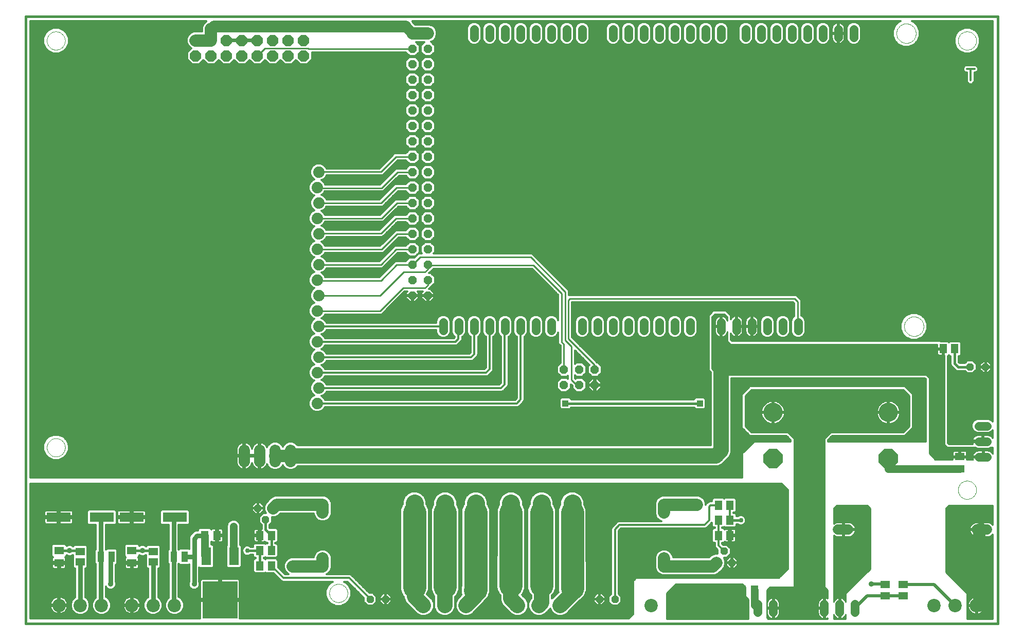
<source format=gtl>
G75*
G70*
%OFA0B0*%
%FSLAX24Y24*%
%IPPOS*%
%LPD*%
%AMOC8*
5,1,8,0,0,1.08239X$1,22.5*
%
%ADD10C,0.0000*%
%ADD11C,0.0160*%
%ADD12C,0.0120*%
%ADD13OC8,0.0557*%
%ADD14C,0.0557*%
%ADD15C,0.0597*%
%ADD16R,0.0512X0.0591*%
%ADD17OC8,0.0477*%
%ADD18C,0.1181*%
%ADD19C,0.0669*%
%ADD20C,0.0866*%
%ADD21R,0.0512X0.0630*%
%ADD22R,0.2283X0.2441*%
%ADD23R,0.0630X0.1181*%
%ADD24OC8,0.1240*%
%ADD25C,0.1240*%
%ADD26R,0.0630X0.0512*%
%ADD27R,0.1575X0.0630*%
%ADD28R,0.0402X0.0701*%
%ADD29R,0.0591X0.0512*%
%ADD30C,0.0677*%
%ADD31OC8,0.0740*%
%ADD32C,0.0740*%
%ADD33C,0.0740*%
%ADD34C,0.0800*%
%ADD35C,0.0700*%
%ADD36C,0.0760*%
%ADD37R,0.0394X0.0394*%
%ADD38C,0.0500*%
%ADD39C,0.0335*%
%ADD40C,0.0200*%
%ADD41C,0.0354*%
%ADD42C,0.0394*%
%ADD43C,0.0100*%
%ADD44C,0.0295*%
%ADD45C,0.0150*%
%ADD46C,0.1500*%
%ADD47C,0.1000*%
%ADD48C,0.0560*%
%ADD49C,0.0300*%
D10*
X002522Y012819D02*
X002524Y012867D01*
X002530Y012915D01*
X002540Y012962D01*
X002553Y013008D01*
X002571Y013053D01*
X002591Y013097D01*
X002616Y013139D01*
X002644Y013178D01*
X002674Y013215D01*
X002708Y013249D01*
X002745Y013281D01*
X002783Y013310D01*
X002824Y013335D01*
X002867Y013357D01*
X002912Y013375D01*
X002958Y013389D01*
X003005Y013400D01*
X003053Y013407D01*
X003101Y013410D01*
X003149Y013409D01*
X003197Y013404D01*
X003245Y013395D01*
X003291Y013383D01*
X003336Y013366D01*
X003380Y013346D01*
X003422Y013323D01*
X003462Y013296D01*
X003500Y013266D01*
X003535Y013233D01*
X003567Y013197D01*
X003597Y013159D01*
X003623Y013118D01*
X003645Y013075D01*
X003665Y013031D01*
X003680Y012986D01*
X003692Y012939D01*
X003700Y012891D01*
X003704Y012843D01*
X003704Y012795D01*
X003700Y012747D01*
X003692Y012699D01*
X003680Y012652D01*
X003665Y012607D01*
X003645Y012563D01*
X003623Y012520D01*
X003597Y012479D01*
X003567Y012441D01*
X003535Y012405D01*
X003500Y012372D01*
X003462Y012342D01*
X003422Y012315D01*
X003380Y012292D01*
X003336Y012272D01*
X003291Y012255D01*
X003245Y012243D01*
X003197Y012234D01*
X003149Y012229D01*
X003101Y012228D01*
X003053Y012231D01*
X003005Y012238D01*
X002958Y012249D01*
X002912Y012263D01*
X002867Y012281D01*
X002824Y012303D01*
X002783Y012328D01*
X002745Y012357D01*
X002708Y012389D01*
X002674Y012423D01*
X002644Y012460D01*
X002616Y012499D01*
X002591Y012541D01*
X002571Y012585D01*
X002553Y012630D01*
X002540Y012676D01*
X002530Y012723D01*
X002524Y012771D01*
X002522Y012819D01*
X020829Y003371D02*
X020831Y003419D01*
X020837Y003467D01*
X020847Y003514D01*
X020860Y003560D01*
X020878Y003605D01*
X020898Y003649D01*
X020923Y003691D01*
X020951Y003730D01*
X020981Y003767D01*
X021015Y003801D01*
X021052Y003833D01*
X021090Y003862D01*
X021131Y003887D01*
X021174Y003909D01*
X021219Y003927D01*
X021265Y003941D01*
X021312Y003952D01*
X021360Y003959D01*
X021408Y003962D01*
X021456Y003961D01*
X021504Y003956D01*
X021552Y003947D01*
X021598Y003935D01*
X021643Y003918D01*
X021687Y003898D01*
X021729Y003875D01*
X021769Y003848D01*
X021807Y003818D01*
X021842Y003785D01*
X021874Y003749D01*
X021904Y003711D01*
X021930Y003670D01*
X021952Y003627D01*
X021972Y003583D01*
X021987Y003538D01*
X021999Y003491D01*
X022007Y003443D01*
X022011Y003395D01*
X022011Y003347D01*
X022007Y003299D01*
X021999Y003251D01*
X021987Y003204D01*
X021972Y003159D01*
X021952Y003115D01*
X021930Y003072D01*
X021904Y003031D01*
X021874Y002993D01*
X021842Y002957D01*
X021807Y002924D01*
X021769Y002894D01*
X021729Y002867D01*
X021687Y002844D01*
X021643Y002824D01*
X021598Y002807D01*
X021552Y002795D01*
X021504Y002786D01*
X021456Y002781D01*
X021408Y002780D01*
X021360Y002783D01*
X021312Y002790D01*
X021265Y002801D01*
X021219Y002815D01*
X021174Y002833D01*
X021131Y002855D01*
X021090Y002880D01*
X021052Y002909D01*
X021015Y002941D01*
X020981Y002975D01*
X020951Y003012D01*
X020923Y003051D01*
X020898Y003093D01*
X020878Y003137D01*
X020860Y003182D01*
X020847Y003228D01*
X020837Y003275D01*
X020831Y003323D01*
X020829Y003371D01*
X058085Y020670D02*
X058087Y020720D01*
X058093Y020770D01*
X058103Y020819D01*
X058117Y020867D01*
X058134Y020914D01*
X058155Y020959D01*
X058180Y021003D01*
X058208Y021044D01*
X058240Y021083D01*
X058274Y021120D01*
X058311Y021154D01*
X058351Y021184D01*
X058393Y021211D01*
X058437Y021235D01*
X058483Y021256D01*
X058530Y021272D01*
X058578Y021285D01*
X058628Y021294D01*
X058677Y021299D01*
X058728Y021300D01*
X058778Y021297D01*
X058827Y021290D01*
X058876Y021279D01*
X058924Y021264D01*
X058970Y021246D01*
X059015Y021224D01*
X059058Y021198D01*
X059099Y021169D01*
X059138Y021137D01*
X059174Y021102D01*
X059206Y021064D01*
X059236Y021024D01*
X059263Y020981D01*
X059286Y020937D01*
X059305Y020891D01*
X059321Y020843D01*
X059333Y020794D01*
X059341Y020745D01*
X059345Y020695D01*
X059345Y020645D01*
X059341Y020595D01*
X059333Y020546D01*
X059321Y020497D01*
X059305Y020449D01*
X059286Y020403D01*
X059263Y020359D01*
X059236Y020316D01*
X059206Y020276D01*
X059174Y020238D01*
X059138Y020203D01*
X059099Y020171D01*
X059058Y020142D01*
X059015Y020116D01*
X058970Y020094D01*
X058924Y020076D01*
X058876Y020061D01*
X058827Y020050D01*
X058778Y020043D01*
X058728Y020040D01*
X058677Y020041D01*
X058628Y020046D01*
X058578Y020055D01*
X058530Y020068D01*
X058483Y020084D01*
X058437Y020105D01*
X058393Y020129D01*
X058351Y020156D01*
X058311Y020186D01*
X058274Y020220D01*
X058240Y020257D01*
X058208Y020296D01*
X058180Y020337D01*
X058155Y020381D01*
X058134Y020426D01*
X058117Y020473D01*
X058103Y020521D01*
X058093Y020570D01*
X058087Y020620D01*
X058085Y020670D01*
X061577Y010064D02*
X061579Y010112D01*
X061585Y010160D01*
X061595Y010207D01*
X061608Y010253D01*
X061626Y010298D01*
X061646Y010342D01*
X061671Y010384D01*
X061699Y010423D01*
X061729Y010460D01*
X061763Y010494D01*
X061800Y010526D01*
X061838Y010555D01*
X061879Y010580D01*
X061922Y010602D01*
X061967Y010620D01*
X062013Y010634D01*
X062060Y010645D01*
X062108Y010652D01*
X062156Y010655D01*
X062204Y010654D01*
X062252Y010649D01*
X062300Y010640D01*
X062346Y010628D01*
X062391Y010611D01*
X062435Y010591D01*
X062477Y010568D01*
X062517Y010541D01*
X062555Y010511D01*
X062590Y010478D01*
X062622Y010442D01*
X062652Y010404D01*
X062678Y010363D01*
X062700Y010320D01*
X062720Y010276D01*
X062735Y010231D01*
X062747Y010184D01*
X062755Y010136D01*
X062759Y010088D01*
X062759Y010040D01*
X062755Y009992D01*
X062747Y009944D01*
X062735Y009897D01*
X062720Y009852D01*
X062700Y009808D01*
X062678Y009765D01*
X062652Y009724D01*
X062622Y009686D01*
X062590Y009650D01*
X062555Y009617D01*
X062517Y009587D01*
X062477Y009560D01*
X062435Y009537D01*
X062391Y009517D01*
X062346Y009500D01*
X062300Y009488D01*
X062252Y009479D01*
X062204Y009474D01*
X062156Y009473D01*
X062108Y009476D01*
X062060Y009483D01*
X062013Y009494D01*
X061967Y009508D01*
X061922Y009526D01*
X061879Y009548D01*
X061838Y009573D01*
X061800Y009602D01*
X061763Y009634D01*
X061729Y009668D01*
X061699Y009705D01*
X061671Y009744D01*
X061646Y009786D01*
X061626Y009830D01*
X061608Y009875D01*
X061595Y009921D01*
X061585Y009968D01*
X061579Y010016D01*
X061577Y010064D01*
X061577Y039197D02*
X061579Y039245D01*
X061585Y039293D01*
X061595Y039340D01*
X061608Y039386D01*
X061626Y039431D01*
X061646Y039475D01*
X061671Y039517D01*
X061699Y039556D01*
X061729Y039593D01*
X061763Y039627D01*
X061800Y039659D01*
X061838Y039688D01*
X061879Y039713D01*
X061922Y039735D01*
X061967Y039753D01*
X062013Y039767D01*
X062060Y039778D01*
X062108Y039785D01*
X062156Y039788D01*
X062204Y039787D01*
X062252Y039782D01*
X062300Y039773D01*
X062346Y039761D01*
X062391Y039744D01*
X062435Y039724D01*
X062477Y039701D01*
X062517Y039674D01*
X062555Y039644D01*
X062590Y039611D01*
X062622Y039575D01*
X062652Y039537D01*
X062678Y039496D01*
X062700Y039453D01*
X062720Y039409D01*
X062735Y039364D01*
X062747Y039317D01*
X062755Y039269D01*
X062759Y039221D01*
X062759Y039173D01*
X062755Y039125D01*
X062747Y039077D01*
X062735Y039030D01*
X062720Y038985D01*
X062700Y038941D01*
X062678Y038898D01*
X062652Y038857D01*
X062622Y038819D01*
X062590Y038783D01*
X062555Y038750D01*
X062517Y038720D01*
X062477Y038693D01*
X062435Y038670D01*
X062391Y038650D01*
X062346Y038633D01*
X062300Y038621D01*
X062252Y038612D01*
X062204Y038607D01*
X062156Y038606D01*
X062108Y038609D01*
X062060Y038616D01*
X062013Y038627D01*
X061967Y038641D01*
X061922Y038659D01*
X061879Y038681D01*
X061838Y038706D01*
X061800Y038735D01*
X061763Y038767D01*
X061729Y038801D01*
X061699Y038838D01*
X061671Y038877D01*
X061646Y038919D01*
X061626Y038963D01*
X061608Y039008D01*
X061595Y039054D01*
X061585Y039101D01*
X061579Y039149D01*
X061577Y039197D01*
X057585Y039670D02*
X057587Y039720D01*
X057593Y039770D01*
X057603Y039819D01*
X057617Y039867D01*
X057634Y039914D01*
X057655Y039959D01*
X057680Y040003D01*
X057708Y040044D01*
X057740Y040083D01*
X057774Y040120D01*
X057811Y040154D01*
X057851Y040184D01*
X057893Y040211D01*
X057937Y040235D01*
X057983Y040256D01*
X058030Y040272D01*
X058078Y040285D01*
X058128Y040294D01*
X058177Y040299D01*
X058228Y040300D01*
X058278Y040297D01*
X058327Y040290D01*
X058376Y040279D01*
X058424Y040264D01*
X058470Y040246D01*
X058515Y040224D01*
X058558Y040198D01*
X058599Y040169D01*
X058638Y040137D01*
X058674Y040102D01*
X058706Y040064D01*
X058736Y040024D01*
X058763Y039981D01*
X058786Y039937D01*
X058805Y039891D01*
X058821Y039843D01*
X058833Y039794D01*
X058841Y039745D01*
X058845Y039695D01*
X058845Y039645D01*
X058841Y039595D01*
X058833Y039546D01*
X058821Y039497D01*
X058805Y039449D01*
X058786Y039403D01*
X058763Y039359D01*
X058736Y039316D01*
X058706Y039276D01*
X058674Y039238D01*
X058638Y039203D01*
X058599Y039171D01*
X058558Y039142D01*
X058515Y039116D01*
X058470Y039094D01*
X058424Y039076D01*
X058376Y039061D01*
X058327Y039050D01*
X058278Y039043D01*
X058228Y039040D01*
X058177Y039041D01*
X058128Y039046D01*
X058078Y039055D01*
X058030Y039068D01*
X057983Y039084D01*
X057937Y039105D01*
X057893Y039129D01*
X057851Y039156D01*
X057811Y039186D01*
X057774Y039220D01*
X057740Y039257D01*
X057708Y039296D01*
X057680Y039337D01*
X057655Y039381D01*
X057634Y039426D01*
X057617Y039473D01*
X057603Y039521D01*
X057593Y039570D01*
X057587Y039620D01*
X057585Y039670D01*
X012251Y039213D02*
X012168Y039213D01*
X002522Y039197D02*
X002524Y039245D01*
X002530Y039293D01*
X002540Y039340D01*
X002553Y039386D01*
X002571Y039431D01*
X002591Y039475D01*
X002616Y039517D01*
X002644Y039556D01*
X002674Y039593D01*
X002708Y039627D01*
X002745Y039659D01*
X002783Y039688D01*
X002824Y039713D01*
X002867Y039735D01*
X002912Y039753D01*
X002958Y039767D01*
X003005Y039778D01*
X003053Y039785D01*
X003101Y039788D01*
X003149Y039787D01*
X003197Y039782D01*
X003245Y039773D01*
X003291Y039761D01*
X003336Y039744D01*
X003380Y039724D01*
X003422Y039701D01*
X003462Y039674D01*
X003500Y039644D01*
X003535Y039611D01*
X003567Y039575D01*
X003597Y039537D01*
X003623Y039496D01*
X003645Y039453D01*
X003665Y039409D01*
X003680Y039364D01*
X003692Y039317D01*
X003700Y039269D01*
X003704Y039221D01*
X003704Y039173D01*
X003700Y039125D01*
X003692Y039077D01*
X003680Y039030D01*
X003665Y038985D01*
X003645Y038941D01*
X003623Y038898D01*
X003597Y038857D01*
X003567Y038819D01*
X003535Y038783D01*
X003500Y038750D01*
X003462Y038720D01*
X003422Y038693D01*
X003380Y038670D01*
X003336Y038650D01*
X003291Y038633D01*
X003245Y038621D01*
X003197Y038612D01*
X003149Y038607D01*
X003101Y038606D01*
X003053Y038609D01*
X003005Y038616D01*
X002958Y038627D01*
X002912Y038641D01*
X002867Y038659D01*
X002824Y038681D01*
X002783Y038706D01*
X002745Y038735D01*
X002708Y038767D01*
X002674Y038801D01*
X002644Y038838D01*
X002616Y038877D01*
X002591Y038919D01*
X002571Y038963D01*
X002553Y039008D01*
X002540Y039054D01*
X002530Y039101D01*
X002524Y039149D01*
X002522Y039197D01*
D11*
X001144Y040772D02*
X001144Y001402D01*
X064136Y001402D01*
X064136Y040772D01*
X001144Y040772D01*
X036134Y015674D02*
X044845Y015674D01*
X046794Y008095D02*
X047503Y008095D01*
X061361Y018252D02*
X061577Y018036D01*
X062357Y018036D01*
X061361Y018252D02*
X061361Y019217D01*
X017069Y007111D02*
X017069Y006127D01*
X016321Y006127D02*
X016321Y005142D01*
X017069Y007111D02*
X016695Y007485D01*
X016695Y008132D01*
D12*
X016277Y008157D02*
X011777Y008157D01*
X011777Y008275D02*
X016277Y008275D01*
X016277Y008306D02*
X016277Y007959D01*
X016435Y007800D01*
X016435Y007545D01*
X016381Y007545D01*
X016381Y007171D01*
X016261Y007171D01*
X016261Y007051D01*
X015927Y007051D01*
X015927Y006797D01*
X015936Y006762D01*
X015954Y006730D01*
X015980Y006704D01*
X016012Y006686D01*
X016047Y006677D01*
X016261Y006677D01*
X016261Y007051D01*
X016381Y007051D01*
X016381Y006677D01*
X016596Y006677D01*
X016631Y006686D01*
X016663Y006704D01*
X016666Y006708D01*
X016739Y006635D01*
X016809Y006635D01*
X016809Y006602D01*
X016739Y006602D01*
X016695Y006558D01*
X016652Y006602D01*
X015991Y006602D01*
X015886Y006496D01*
X015886Y006382D01*
X015723Y006382D01*
X015700Y006404D01*
X015580Y006454D01*
X015449Y006454D01*
X015329Y006404D01*
X015237Y006312D01*
X015187Y006192D01*
X015187Y006061D01*
X015237Y005941D01*
X015329Y005849D01*
X015449Y005799D01*
X015580Y005799D01*
X015700Y005849D01*
X015723Y005872D01*
X015886Y005872D01*
X015886Y005757D01*
X015991Y005651D01*
X016061Y005651D01*
X016061Y005618D01*
X015991Y005618D01*
X015886Y005512D01*
X015886Y004772D01*
X015991Y004667D01*
X016652Y004667D01*
X016695Y004711D01*
X016739Y004667D01*
X017205Y004667D01*
X017653Y004219D01*
X017721Y004151D01*
X017809Y004115D01*
X021054Y004115D01*
X020951Y004072D01*
X020718Y003839D01*
X020592Y003535D01*
X015023Y003535D01*
X015023Y003417D02*
X020592Y003417D01*
X020592Y003535D02*
X020592Y003206D01*
X020718Y002902D01*
X020951Y002669D01*
X021255Y002543D01*
X021584Y002543D01*
X021889Y002669D01*
X022122Y002902D01*
X022248Y003206D01*
X022248Y003535D01*
X022589Y003535D01*
X022471Y003654D02*
X022199Y003654D01*
X022149Y003772D02*
X022352Y003772D01*
X022234Y003891D02*
X022070Y003891D01*
X022122Y003839D02*
X021889Y004072D01*
X021786Y004115D01*
X022009Y004115D01*
X023060Y003064D01*
X023060Y002803D01*
X023305Y002558D01*
X023652Y002558D01*
X023898Y002803D01*
X023898Y003150D01*
X023652Y003396D01*
X023407Y003396D01*
X022245Y004558D01*
X022157Y004595D01*
X020666Y004595D01*
X020725Y004619D01*
X020888Y004782D01*
X020976Y004995D01*
X020976Y005738D01*
X020888Y005951D01*
X020725Y006114D01*
X020512Y006203D01*
X020281Y006203D01*
X020068Y006114D01*
X019905Y005951D01*
X019816Y005738D01*
X019816Y005691D01*
X018352Y005691D01*
X018139Y005602D01*
X017975Y005439D01*
X017887Y005226D01*
X017887Y004995D01*
X017975Y004782D01*
X018139Y004619D01*
X018197Y004595D01*
X017956Y004595D01*
X017505Y005046D01*
X017505Y005512D01*
X017400Y005618D01*
X016739Y005618D01*
X016695Y005574D01*
X016652Y005618D01*
X016581Y005618D01*
X016581Y005651D01*
X016652Y005651D01*
X016695Y005695D01*
X016739Y005651D01*
X017400Y005651D01*
X017505Y005757D01*
X017505Y006496D01*
X017400Y006602D01*
X017329Y006602D01*
X017329Y006635D01*
X017400Y006635D01*
X017505Y006741D01*
X017505Y007481D01*
X017400Y007586D01*
X016962Y007586D01*
X016955Y007592D01*
X016955Y007800D01*
X017114Y007959D01*
X017114Y008302D01*
X017311Y008302D01*
X017524Y008391D01*
X017664Y008531D01*
X019816Y008531D01*
X019816Y008484D01*
X019905Y008270D01*
X020068Y008107D01*
X020281Y008019D01*
X020512Y008019D01*
X020725Y008107D01*
X020888Y008270D01*
X020976Y008484D01*
X020976Y009226D01*
X020888Y009439D01*
X020725Y009602D01*
X020512Y009691D01*
X017308Y009691D01*
X017095Y009602D01*
X016932Y009439D01*
X016704Y009211D01*
X016615Y008998D01*
X016615Y008767D01*
X016704Y008554D01*
X016706Y008551D01*
X016522Y008551D01*
X016277Y008306D01*
X016364Y008394D02*
X011777Y008394D01*
X011777Y008512D02*
X016032Y008512D01*
X016039Y008505D02*
X016175Y008505D01*
X016175Y008862D01*
X016215Y008862D01*
X016215Y008505D01*
X016352Y008505D01*
X016573Y008726D01*
X016573Y008862D01*
X016215Y008862D01*
X016215Y008902D01*
X016573Y008902D01*
X016573Y009039D01*
X016352Y009260D01*
X016215Y009260D01*
X016215Y008902D01*
X016175Y008902D01*
X016175Y008862D01*
X015818Y008862D01*
X015818Y008726D01*
X016039Y008505D01*
X016175Y008512D02*
X016215Y008512D01*
X016215Y008631D02*
X016175Y008631D01*
X016175Y008749D02*
X016215Y008749D01*
X016215Y008868D02*
X016615Y008868D01*
X016615Y008986D02*
X016573Y008986D01*
X016507Y009105D02*
X016660Y009105D01*
X016716Y009223D02*
X016389Y009223D01*
X016215Y009223D02*
X016175Y009223D01*
X016175Y009260D02*
X016039Y009260D01*
X015818Y009039D01*
X015818Y008902D01*
X016175Y008902D01*
X016175Y009260D01*
X016175Y009105D02*
X016215Y009105D01*
X016215Y008986D02*
X016175Y008986D01*
X016175Y008868D02*
X001461Y008868D01*
X001461Y008986D02*
X015818Y008986D01*
X015884Y009105D02*
X001461Y009105D01*
X001461Y009223D02*
X016002Y009223D01*
X015818Y008749D02*
X011709Y008749D01*
X011672Y008787D02*
X009948Y008787D01*
X009842Y008681D01*
X009842Y007902D01*
X009948Y007797D01*
X010405Y007797D01*
X010405Y006209D01*
X010354Y006158D01*
X010354Y005308D01*
X010405Y005257D01*
X010405Y003065D01*
X010270Y002930D01*
X010177Y002705D01*
X010177Y002461D01*
X010270Y002236D01*
X010443Y002063D01*
X010668Y001970D01*
X010912Y001970D01*
X011137Y002063D01*
X011310Y002236D01*
X011403Y002461D01*
X011403Y002705D01*
X011310Y002930D01*
X011137Y003103D01*
X011065Y003133D01*
X011065Y005257D01*
X011085Y005277D01*
X011160Y005202D01*
X011711Y005202D01*
X011739Y005231D01*
X011739Y004098D01*
X011712Y004032D01*
X011712Y003890D01*
X011767Y003759D01*
X011867Y003658D01*
X011998Y003604D01*
X012140Y003604D01*
X012272Y003658D01*
X012372Y003759D01*
X012427Y003890D01*
X012427Y004032D01*
X012399Y004098D01*
X012399Y005046D01*
X012456Y004990D01*
X013235Y004990D01*
X013340Y005095D01*
X013340Y006425D01*
X013235Y006531D01*
X013188Y006531D01*
X013188Y006701D01*
X013205Y006685D01*
X013236Y006667D01*
X013272Y006657D01*
X013486Y006657D01*
X013486Y007051D01*
X013606Y007051D01*
X013606Y007171D01*
X013486Y007171D01*
X013486Y007564D01*
X013606Y007564D01*
X013606Y007171D01*
X013940Y007171D01*
X013940Y007444D01*
X013931Y007479D01*
X013913Y007511D01*
X013887Y007537D01*
X013855Y007555D01*
X013820Y007564D01*
X013606Y007564D01*
X013606Y007446D02*
X013486Y007446D01*
X013486Y007564D02*
X013272Y007564D01*
X013236Y007555D01*
X013205Y007537D01*
X013181Y007513D01*
X013089Y007606D01*
X012428Y007606D01*
X012323Y007500D01*
X012323Y007441D01*
X012201Y007441D01*
X012079Y007391D01*
X011987Y007298D01*
X011790Y007101D01*
X011739Y006980D01*
X011739Y006235D01*
X011711Y006263D01*
X011160Y006263D01*
X011085Y006188D01*
X011065Y006209D01*
X011065Y007797D01*
X011672Y007797D01*
X011777Y007902D01*
X011777Y008681D01*
X011672Y008787D01*
X011777Y008631D02*
X015913Y008631D01*
X016359Y008512D02*
X016483Y008512D01*
X016477Y008631D02*
X016672Y008631D01*
X016623Y008749D02*
X016573Y008749D01*
X016834Y009342D02*
X001461Y009342D01*
X001461Y009460D02*
X016953Y009460D01*
X017071Y009579D02*
X001461Y009579D01*
X001461Y009697D02*
X025767Y009697D01*
X025696Y009626D02*
X025578Y009343D01*
X025578Y009144D01*
X025561Y009126D01*
X025419Y008784D01*
X025419Y003587D01*
X025561Y003245D01*
X025661Y003145D01*
X025659Y003047D01*
X025661Y003043D01*
X025661Y003038D01*
X025711Y002918D01*
X025760Y002796D01*
X025763Y002793D01*
X025765Y002789D01*
X025857Y002696D01*
X025948Y002602D01*
X025953Y002601D01*
X026546Y002007D01*
X026796Y001903D01*
X027067Y001903D01*
X027317Y002007D01*
X027508Y002198D01*
X027612Y002448D01*
X027612Y002718D01*
X027508Y002968D01*
X027165Y003312D01*
X027279Y003587D01*
X027279Y008784D01*
X027137Y009126D01*
X027120Y009144D01*
X027120Y009343D01*
X027002Y009626D01*
X026785Y009843D01*
X026502Y009960D01*
X026196Y009960D01*
X025912Y009843D01*
X025696Y009626D01*
X025676Y009579D02*
X020749Y009579D01*
X020867Y009460D02*
X025627Y009460D01*
X025578Y009342D02*
X020928Y009342D01*
X020976Y009223D02*
X025578Y009223D01*
X025552Y009105D02*
X020976Y009105D01*
X020976Y008986D02*
X025503Y008986D01*
X025454Y008868D02*
X020976Y008868D01*
X020976Y008749D02*
X025419Y008749D01*
X025419Y008631D02*
X020976Y008631D01*
X020976Y008512D02*
X025419Y008512D01*
X025419Y008394D02*
X020939Y008394D01*
X020890Y008275D02*
X025419Y008275D01*
X025419Y008157D02*
X020774Y008157D01*
X020558Y008038D02*
X025419Y008038D01*
X025419Y007920D02*
X017075Y007920D01*
X017114Y008038D02*
X020235Y008038D01*
X020018Y008157D02*
X017114Y008157D01*
X017114Y008275D02*
X019903Y008275D01*
X019853Y008394D02*
X017527Y008394D01*
X017645Y008512D02*
X019816Y008512D01*
X017505Y007446D02*
X025419Y007446D01*
X025419Y007564D02*
X017422Y007564D01*
X017505Y007327D02*
X025419Y007327D01*
X025419Y007209D02*
X017505Y007209D01*
X017505Y007090D02*
X025419Y007090D01*
X025419Y006972D02*
X017505Y006972D01*
X017505Y006853D02*
X025419Y006853D01*
X025419Y006735D02*
X017499Y006735D01*
X017329Y006616D02*
X025419Y006616D01*
X025419Y006498D02*
X017504Y006498D01*
X017505Y006379D02*
X025419Y006379D01*
X025419Y006261D02*
X017505Y006261D01*
X017505Y006142D02*
X020135Y006142D01*
X019977Y006024D02*
X017505Y006024D01*
X017505Y005905D02*
X019885Y005905D01*
X019836Y005787D02*
X017505Y005787D01*
X017417Y005668D02*
X018297Y005668D01*
X018086Y005550D02*
X017468Y005550D01*
X017505Y005431D02*
X017972Y005431D01*
X017923Y005313D02*
X017505Y005313D01*
X017505Y005194D02*
X017887Y005194D01*
X017887Y005076D02*
X017505Y005076D01*
X017594Y004957D02*
X017903Y004957D01*
X017952Y004839D02*
X017713Y004839D01*
X017831Y004720D02*
X018037Y004720D01*
X017950Y004602D02*
X018181Y004602D01*
X017857Y004355D02*
X022109Y004355D01*
X023479Y002985D01*
X023479Y002977D01*
X023898Y002943D02*
X024101Y002943D01*
X024101Y002957D02*
X024101Y002821D01*
X024323Y002599D01*
X024459Y002599D01*
X024459Y002957D01*
X024499Y002957D01*
X024499Y002997D01*
X024856Y002997D01*
X024856Y003133D01*
X024635Y003354D01*
X024499Y003354D01*
X024499Y002997D01*
X024459Y002997D01*
X024459Y003354D01*
X024323Y003354D01*
X024101Y003133D01*
X024101Y002997D01*
X024459Y002997D01*
X024459Y002957D01*
X024101Y002957D01*
X024101Y003061D02*
X023898Y003061D01*
X023868Y003180D02*
X024148Y003180D01*
X024266Y003298D02*
X023750Y003298D01*
X023386Y003417D02*
X025490Y003417D01*
X025441Y003535D02*
X023268Y003535D01*
X023149Y003654D02*
X025419Y003654D01*
X025419Y003772D02*
X023031Y003772D01*
X022912Y003891D02*
X025419Y003891D01*
X025419Y004009D02*
X022794Y004009D01*
X022675Y004128D02*
X025419Y004128D01*
X025419Y004246D02*
X022557Y004246D01*
X022438Y004365D02*
X025419Y004365D01*
X025419Y004483D02*
X022320Y004483D01*
X022115Y004009D02*
X021952Y004009D01*
X022122Y003839D02*
X022248Y003535D01*
X022248Y003417D02*
X022708Y003417D01*
X022826Y003298D02*
X022248Y003298D01*
X022237Y003180D02*
X022945Y003180D01*
X023060Y003061D02*
X022188Y003061D01*
X022138Y002943D02*
X023060Y002943D01*
X023060Y002824D02*
X022044Y002824D01*
X021925Y002706D02*
X023158Y002706D01*
X023277Y002587D02*
X021691Y002587D01*
X021148Y002587D02*
X015023Y002587D01*
X015023Y002469D02*
X026085Y002469D01*
X026203Y002350D02*
X015023Y002350D01*
X015023Y002232D02*
X026322Y002232D01*
X026440Y002113D02*
X015023Y002113D01*
X015023Y001995D02*
X026576Y001995D01*
X027288Y001995D02*
X027954Y001995D01*
X027924Y002007D02*
X028174Y001903D01*
X028445Y001903D01*
X028695Y002007D01*
X028886Y002198D01*
X028990Y002448D01*
X028990Y003129D01*
X029122Y003261D01*
X029263Y003603D01*
X029263Y008784D01*
X029122Y009126D01*
X029104Y009144D01*
X029104Y009343D01*
X028986Y009626D01*
X028770Y009843D01*
X028486Y009960D01*
X028180Y009960D01*
X027897Y009843D01*
X027680Y009626D01*
X027563Y009343D01*
X027563Y009144D01*
X027545Y009126D01*
X027403Y008784D01*
X027403Y003603D01*
X027545Y003261D01*
X027630Y003176D01*
X027630Y002448D01*
X027733Y002198D01*
X027924Y002007D01*
X027818Y002113D02*
X027423Y002113D01*
X027522Y002232D02*
X027719Y002232D01*
X027670Y002350D02*
X027571Y002350D01*
X027612Y002469D02*
X027630Y002469D01*
X027630Y002587D02*
X027612Y002587D01*
X027612Y002706D02*
X027630Y002706D01*
X027630Y002824D02*
X027568Y002824D01*
X027519Y002943D02*
X027630Y002943D01*
X027630Y003061D02*
X027415Y003061D01*
X027297Y003180D02*
X027626Y003180D01*
X027529Y003298D02*
X027178Y003298D01*
X027208Y003417D02*
X027480Y003417D01*
X027431Y003535D02*
X027257Y003535D01*
X027279Y003654D02*
X027403Y003654D01*
X027403Y003772D02*
X027279Y003772D01*
X027279Y003891D02*
X027403Y003891D01*
X027403Y004009D02*
X027279Y004009D01*
X027279Y004128D02*
X027403Y004128D01*
X027403Y004246D02*
X027279Y004246D01*
X027279Y004365D02*
X027403Y004365D01*
X027403Y004483D02*
X027279Y004483D01*
X027279Y004602D02*
X027403Y004602D01*
X027403Y004720D02*
X027279Y004720D01*
X027279Y004839D02*
X027403Y004839D01*
X027403Y004957D02*
X027279Y004957D01*
X027279Y005076D02*
X027403Y005076D01*
X027403Y005194D02*
X027279Y005194D01*
X027279Y005313D02*
X027403Y005313D01*
X027403Y005431D02*
X027279Y005431D01*
X027279Y005550D02*
X027403Y005550D01*
X027403Y005668D02*
X027279Y005668D01*
X027279Y005787D02*
X027403Y005787D01*
X027403Y005905D02*
X027279Y005905D01*
X027279Y006024D02*
X027403Y006024D01*
X027403Y006142D02*
X027279Y006142D01*
X027279Y006261D02*
X027403Y006261D01*
X027403Y006379D02*
X027279Y006379D01*
X027279Y006498D02*
X027403Y006498D01*
X027403Y006616D02*
X027279Y006616D01*
X027279Y006735D02*
X027403Y006735D01*
X027403Y006853D02*
X027279Y006853D01*
X027279Y006972D02*
X027403Y006972D01*
X027403Y007090D02*
X027279Y007090D01*
X027279Y007209D02*
X027403Y007209D01*
X027403Y007327D02*
X027279Y007327D01*
X027279Y007446D02*
X027403Y007446D01*
X027403Y007564D02*
X027279Y007564D01*
X027279Y007683D02*
X027403Y007683D01*
X027403Y007801D02*
X027279Y007801D01*
X027279Y007920D02*
X027403Y007920D01*
X027403Y008038D02*
X027279Y008038D01*
X027279Y008157D02*
X027403Y008157D01*
X027403Y008275D02*
X027279Y008275D01*
X027279Y008394D02*
X027403Y008394D01*
X027403Y008512D02*
X027279Y008512D01*
X027279Y008631D02*
X027403Y008631D01*
X027403Y008749D02*
X027279Y008749D01*
X027244Y008868D02*
X027438Y008868D01*
X027487Y008986D02*
X027195Y008986D01*
X027146Y009105D02*
X027536Y009105D01*
X027563Y009223D02*
X027120Y009223D01*
X027120Y009342D02*
X027563Y009342D01*
X027611Y009460D02*
X027071Y009460D01*
X027022Y009579D02*
X027660Y009579D01*
X027751Y009697D02*
X026931Y009697D01*
X026813Y009816D02*
X027870Y009816D01*
X028117Y009934D02*
X026565Y009934D01*
X026133Y009934D02*
X001461Y009934D01*
X001461Y009816D02*
X025885Y009816D01*
X028549Y009934D02*
X030102Y009934D01*
X030164Y009960D02*
X029881Y009843D01*
X029664Y009626D01*
X029547Y009343D01*
X029547Y009144D01*
X029529Y009126D01*
X029387Y008784D01*
X029387Y003847D01*
X029348Y003752D01*
X029348Y003382D01*
X029400Y003257D01*
X029111Y002968D01*
X029008Y002718D01*
X029008Y002448D01*
X029111Y002198D01*
X029302Y002007D01*
X029552Y001903D01*
X029823Y001903D01*
X030073Y002007D01*
X030663Y002597D01*
X030855Y002789D01*
X030883Y002857D01*
X031106Y003080D01*
X031247Y003422D01*
X031247Y008784D01*
X031106Y009126D01*
X031088Y009144D01*
X031088Y009343D01*
X030971Y009626D01*
X030754Y009843D01*
X030471Y009960D01*
X030164Y009960D01*
X029854Y009816D02*
X028797Y009816D01*
X028915Y009697D02*
X029735Y009697D01*
X029645Y009579D02*
X029006Y009579D01*
X029055Y009460D02*
X029596Y009460D01*
X029547Y009342D02*
X029104Y009342D01*
X029104Y009223D02*
X029547Y009223D01*
X029520Y009105D02*
X029130Y009105D01*
X029179Y008986D02*
X029471Y008986D01*
X029422Y008868D02*
X029229Y008868D01*
X029263Y008749D02*
X029387Y008749D01*
X029387Y008631D02*
X029263Y008631D01*
X029263Y008512D02*
X029387Y008512D01*
X029387Y008394D02*
X029263Y008394D01*
X029263Y008275D02*
X029387Y008275D01*
X029387Y008157D02*
X029263Y008157D01*
X029263Y008038D02*
X029387Y008038D01*
X029387Y007920D02*
X029263Y007920D01*
X029263Y007801D02*
X029387Y007801D01*
X029387Y007683D02*
X029263Y007683D01*
X029263Y007564D02*
X029387Y007564D01*
X029387Y007446D02*
X029263Y007446D01*
X029263Y007327D02*
X029387Y007327D01*
X029387Y007209D02*
X029263Y007209D01*
X029263Y007090D02*
X029387Y007090D01*
X029387Y006972D02*
X029263Y006972D01*
X029263Y006853D02*
X029387Y006853D01*
X029387Y006735D02*
X029263Y006735D01*
X029263Y006616D02*
X029387Y006616D01*
X029387Y006498D02*
X029263Y006498D01*
X029263Y006379D02*
X029387Y006379D01*
X029387Y006261D02*
X029263Y006261D01*
X029263Y006142D02*
X029387Y006142D01*
X029387Y006024D02*
X029263Y006024D01*
X029263Y005905D02*
X029387Y005905D01*
X029387Y005787D02*
X029263Y005787D01*
X029263Y005668D02*
X029387Y005668D01*
X029387Y005550D02*
X029263Y005550D01*
X029263Y005431D02*
X029387Y005431D01*
X029387Y005313D02*
X029263Y005313D01*
X029263Y005194D02*
X029387Y005194D01*
X029387Y005076D02*
X029263Y005076D01*
X029263Y004957D02*
X029387Y004957D01*
X029387Y004839D02*
X029263Y004839D01*
X029263Y004720D02*
X029387Y004720D01*
X029387Y004602D02*
X029263Y004602D01*
X029263Y004483D02*
X029387Y004483D01*
X029387Y004365D02*
X029263Y004365D01*
X029263Y004246D02*
X029387Y004246D01*
X029387Y004128D02*
X029263Y004128D01*
X029263Y004009D02*
X029387Y004009D01*
X029387Y003891D02*
X029263Y003891D01*
X029263Y003772D02*
X029356Y003772D01*
X029348Y003654D02*
X029263Y003654D01*
X029235Y003535D02*
X029348Y003535D01*
X029348Y003417D02*
X029186Y003417D01*
X029137Y003298D02*
X029383Y003298D01*
X029322Y003180D02*
X029040Y003180D01*
X028990Y003061D02*
X029204Y003061D01*
X029100Y002943D02*
X028990Y002943D01*
X028990Y002824D02*
X029051Y002824D01*
X029008Y002706D02*
X028990Y002706D01*
X028990Y002587D02*
X029008Y002587D01*
X029008Y002469D02*
X028990Y002469D01*
X028949Y002350D02*
X029048Y002350D01*
X029097Y002232D02*
X028900Y002232D01*
X028801Y002113D02*
X029196Y002113D01*
X029332Y001995D02*
X028666Y001995D01*
X030043Y001995D02*
X032678Y001995D01*
X032649Y002007D02*
X032899Y001903D01*
X033169Y001903D01*
X033419Y002007D01*
X033610Y002198D01*
X033714Y002448D01*
X033714Y002718D01*
X033610Y002968D01*
X033318Y003261D01*
X033385Y003328D01*
X033527Y003670D01*
X033527Y005428D01*
X033531Y005438D01*
X033531Y008784D01*
X033389Y009126D01*
X033371Y009144D01*
X033371Y009343D01*
X033254Y009626D01*
X033037Y009843D01*
X032754Y009960D01*
X032448Y009960D01*
X032164Y009843D01*
X031948Y009626D01*
X031830Y009343D01*
X031830Y009144D01*
X031813Y009126D01*
X031671Y008784D01*
X031671Y005813D01*
X031667Y005804D01*
X031667Y003670D01*
X031809Y003328D01*
X031917Y003220D01*
X031917Y002885D01*
X032021Y002635D01*
X032212Y002444D01*
X032649Y002007D01*
X032542Y002113D02*
X030179Y002113D01*
X030298Y002232D02*
X032424Y002232D01*
X032305Y002350D02*
X030416Y002350D01*
X030535Y002469D02*
X032187Y002469D01*
X032068Y002587D02*
X030653Y002587D01*
X030772Y002706D02*
X031991Y002706D01*
X031942Y002824D02*
X030869Y002824D01*
X030968Y002943D02*
X031917Y002943D01*
X031917Y003061D02*
X031087Y003061D01*
X031147Y003180D02*
X031917Y003180D01*
X031839Y003298D02*
X031196Y003298D01*
X031245Y003417D02*
X031772Y003417D01*
X031723Y003535D02*
X031247Y003535D01*
X031247Y003654D02*
X031674Y003654D01*
X031667Y003772D02*
X031247Y003772D01*
X031247Y003891D02*
X031667Y003891D01*
X031667Y004009D02*
X031247Y004009D01*
X031247Y004128D02*
X031667Y004128D01*
X031667Y004246D02*
X031247Y004246D01*
X031247Y004365D02*
X031667Y004365D01*
X031667Y004483D02*
X031247Y004483D01*
X031247Y004602D02*
X031667Y004602D01*
X031667Y004720D02*
X031247Y004720D01*
X031247Y004839D02*
X031667Y004839D01*
X031667Y004957D02*
X031247Y004957D01*
X031247Y005076D02*
X031667Y005076D01*
X031667Y005194D02*
X031247Y005194D01*
X031247Y005313D02*
X031667Y005313D01*
X031667Y005431D02*
X031247Y005431D01*
X031247Y005550D02*
X031667Y005550D01*
X031667Y005668D02*
X031247Y005668D01*
X031247Y005787D02*
X031667Y005787D01*
X031671Y005905D02*
X031247Y005905D01*
X031247Y006024D02*
X031671Y006024D01*
X031671Y006142D02*
X031247Y006142D01*
X031247Y006261D02*
X031671Y006261D01*
X031671Y006379D02*
X031247Y006379D01*
X031247Y006498D02*
X031671Y006498D01*
X031671Y006616D02*
X031247Y006616D01*
X031247Y006735D02*
X031671Y006735D01*
X031671Y006853D02*
X031247Y006853D01*
X031247Y006972D02*
X031671Y006972D01*
X031671Y007090D02*
X031247Y007090D01*
X031247Y007209D02*
X031671Y007209D01*
X031671Y007327D02*
X031247Y007327D01*
X031247Y007446D02*
X031671Y007446D01*
X031671Y007564D02*
X031247Y007564D01*
X031247Y007683D02*
X031671Y007683D01*
X031671Y007801D02*
X031247Y007801D01*
X031247Y007920D02*
X031671Y007920D01*
X031671Y008038D02*
X031247Y008038D01*
X031247Y008157D02*
X031671Y008157D01*
X031671Y008275D02*
X031247Y008275D01*
X031247Y008394D02*
X031671Y008394D01*
X031671Y008512D02*
X031247Y008512D01*
X031247Y008631D02*
X031671Y008631D01*
X031671Y008749D02*
X031247Y008749D01*
X031213Y008868D02*
X031706Y008868D01*
X031755Y008986D02*
X031164Y008986D01*
X031115Y009105D02*
X031804Y009105D01*
X031830Y009223D02*
X031088Y009223D01*
X031088Y009342D02*
X031830Y009342D01*
X031879Y009460D02*
X031039Y009460D01*
X030990Y009579D02*
X031928Y009579D01*
X032019Y009697D02*
X030900Y009697D01*
X030781Y009816D02*
X032137Y009816D01*
X032385Y009934D02*
X030533Y009934D01*
X032817Y009934D02*
X034369Y009934D01*
X034432Y009960D02*
X034149Y009843D01*
X033932Y009626D01*
X033815Y009343D01*
X033815Y009144D01*
X033797Y009126D01*
X033655Y008784D01*
X033655Y003678D01*
X033797Y003336D01*
X033905Y003228D01*
X033905Y003038D01*
X033835Y002968D01*
X033732Y002718D01*
X033732Y002448D01*
X033835Y002198D01*
X034027Y002007D01*
X034277Y001903D01*
X034547Y001903D01*
X034797Y002007D01*
X034970Y002180D01*
X035148Y002357D01*
X035213Y002198D01*
X035405Y002007D01*
X035655Y001903D01*
X035925Y001903D01*
X036175Y002007D01*
X036959Y002790D01*
X037054Y002886D01*
X037100Y002905D01*
X037362Y003167D01*
X037503Y003508D01*
X037503Y004945D01*
X037505Y004949D01*
X037503Y005130D01*
X037503Y005311D01*
X037502Y005315D01*
X037499Y005626D01*
X037499Y008784D01*
X037358Y009126D01*
X037340Y009144D01*
X037340Y009343D01*
X037223Y009626D01*
X037006Y009843D01*
X036723Y009960D01*
X036416Y009960D01*
X036133Y009843D01*
X035916Y009626D01*
X035799Y009343D01*
X035799Y009144D01*
X035781Y009126D01*
X035639Y008784D01*
X035639Y005804D01*
X035638Y005800D01*
X035639Y005619D01*
X035639Y005438D01*
X035641Y005434D01*
X035643Y005123D01*
X035643Y003508D01*
X035676Y003431D01*
X035265Y003020D01*
X035265Y003228D01*
X035374Y003336D01*
X035515Y003678D01*
X035515Y008784D01*
X035374Y009126D01*
X035356Y009144D01*
X035356Y009343D01*
X035238Y009626D01*
X035022Y009843D01*
X034738Y009960D01*
X034432Y009960D01*
X034122Y009816D02*
X033065Y009816D01*
X033183Y009697D02*
X034003Y009697D01*
X033912Y009579D02*
X033274Y009579D01*
X033323Y009460D02*
X033863Y009460D01*
X033815Y009342D02*
X033371Y009342D01*
X033371Y009223D02*
X033815Y009223D01*
X033788Y009105D02*
X033398Y009105D01*
X033447Y008986D02*
X033739Y008986D01*
X033690Y008868D02*
X033496Y008868D01*
X033531Y008749D02*
X033655Y008749D01*
X033655Y008631D02*
X033531Y008631D01*
X033531Y008512D02*
X033655Y008512D01*
X033655Y008394D02*
X033531Y008394D01*
X033531Y008275D02*
X033655Y008275D01*
X033655Y008157D02*
X033531Y008157D01*
X033531Y008038D02*
X033655Y008038D01*
X033655Y007920D02*
X033531Y007920D01*
X033531Y007801D02*
X033655Y007801D01*
X033655Y007683D02*
X033531Y007683D01*
X033531Y007564D02*
X033655Y007564D01*
X033655Y007446D02*
X033531Y007446D01*
X033531Y007327D02*
X033655Y007327D01*
X033655Y007209D02*
X033531Y007209D01*
X033531Y007090D02*
X033655Y007090D01*
X033655Y006972D02*
X033531Y006972D01*
X033531Y006853D02*
X033655Y006853D01*
X033655Y006735D02*
X033531Y006735D01*
X033531Y006616D02*
X033655Y006616D01*
X033655Y006498D02*
X033531Y006498D01*
X033531Y006379D02*
X033655Y006379D01*
X033655Y006261D02*
X033531Y006261D01*
X033531Y006142D02*
X033655Y006142D01*
X033655Y006024D02*
X033531Y006024D01*
X033531Y005905D02*
X033655Y005905D01*
X033655Y005787D02*
X033531Y005787D01*
X033531Y005668D02*
X033655Y005668D01*
X033655Y005550D02*
X033531Y005550D01*
X033528Y005431D02*
X033655Y005431D01*
X033655Y005313D02*
X033527Y005313D01*
X033527Y005194D02*
X033655Y005194D01*
X033655Y005076D02*
X033527Y005076D01*
X033527Y004957D02*
X033655Y004957D01*
X033655Y004839D02*
X033527Y004839D01*
X033527Y004720D02*
X033655Y004720D01*
X033655Y004602D02*
X033527Y004602D01*
X033527Y004483D02*
X033655Y004483D01*
X033655Y004365D02*
X033527Y004365D01*
X033527Y004246D02*
X033655Y004246D01*
X033655Y004128D02*
X033527Y004128D01*
X033527Y004009D02*
X033655Y004009D01*
X033655Y003891D02*
X033527Y003891D01*
X033527Y003772D02*
X033655Y003772D01*
X033665Y003654D02*
X033520Y003654D01*
X033471Y003535D02*
X033714Y003535D01*
X033763Y003417D02*
X033422Y003417D01*
X033355Y003298D02*
X033835Y003298D01*
X033905Y003180D02*
X033399Y003180D01*
X033518Y003061D02*
X033905Y003061D01*
X033825Y002943D02*
X033621Y002943D01*
X033670Y002824D02*
X033776Y002824D01*
X033732Y002706D02*
X033714Y002706D01*
X033714Y002587D02*
X033732Y002587D01*
X033732Y002469D02*
X033714Y002469D01*
X033673Y002350D02*
X033772Y002350D01*
X033822Y002232D02*
X033624Y002232D01*
X033526Y002113D02*
X033920Y002113D01*
X034056Y001995D02*
X033390Y001995D01*
X034768Y001995D02*
X035434Y001995D01*
X035298Y002113D02*
X034904Y002113D01*
X035022Y002232D02*
X035200Y002232D01*
X035150Y002350D02*
X035141Y002350D01*
X035265Y003061D02*
X035306Y003061D01*
X035265Y003180D02*
X035425Y003180D01*
X035336Y003298D02*
X035543Y003298D01*
X035662Y003417D02*
X035407Y003417D01*
X035456Y003535D02*
X035643Y003535D01*
X035643Y003654D02*
X035505Y003654D01*
X035515Y003772D02*
X035643Y003772D01*
X035643Y003891D02*
X035515Y003891D01*
X035515Y004009D02*
X035643Y004009D01*
X035643Y004128D02*
X035515Y004128D01*
X035515Y004246D02*
X035643Y004246D01*
X035643Y004365D02*
X035515Y004365D01*
X035515Y004483D02*
X035643Y004483D01*
X035643Y004602D02*
X035515Y004602D01*
X035515Y004720D02*
X035643Y004720D01*
X035643Y004839D02*
X035515Y004839D01*
X035515Y004957D02*
X035643Y004957D01*
X035643Y005076D02*
X035515Y005076D01*
X035515Y005194D02*
X035643Y005194D01*
X035642Y005313D02*
X035515Y005313D01*
X035515Y005431D02*
X035641Y005431D01*
X035639Y005550D02*
X035515Y005550D01*
X035515Y005668D02*
X035639Y005668D01*
X035638Y005787D02*
X035515Y005787D01*
X035515Y005905D02*
X035639Y005905D01*
X035639Y006024D02*
X035515Y006024D01*
X035515Y006142D02*
X035639Y006142D01*
X035639Y006261D02*
X035515Y006261D01*
X035515Y006379D02*
X035639Y006379D01*
X035639Y006498D02*
X035515Y006498D01*
X035515Y006616D02*
X035639Y006616D01*
X035639Y006735D02*
X035515Y006735D01*
X035515Y006853D02*
X035639Y006853D01*
X035639Y006972D02*
X035515Y006972D01*
X035515Y007090D02*
X035639Y007090D01*
X035639Y007209D02*
X035515Y007209D01*
X035515Y007327D02*
X035639Y007327D01*
X035639Y007446D02*
X035515Y007446D01*
X035515Y007564D02*
X035639Y007564D01*
X035639Y007683D02*
X035515Y007683D01*
X035515Y007801D02*
X035639Y007801D01*
X035639Y007920D02*
X035515Y007920D01*
X035515Y008038D02*
X035639Y008038D01*
X035639Y008157D02*
X035515Y008157D01*
X035515Y008275D02*
X035639Y008275D01*
X035639Y008394D02*
X035515Y008394D01*
X035515Y008512D02*
X035639Y008512D01*
X035639Y008631D02*
X035515Y008631D01*
X035515Y008749D02*
X035639Y008749D01*
X035674Y008868D02*
X035481Y008868D01*
X035431Y008986D02*
X035723Y008986D01*
X035772Y009105D02*
X035382Y009105D01*
X035356Y009223D02*
X035799Y009223D01*
X035799Y009342D02*
X035356Y009342D01*
X035307Y009460D02*
X035848Y009460D01*
X035897Y009579D02*
X035258Y009579D01*
X035167Y009697D02*
X035987Y009697D01*
X036106Y009816D02*
X035049Y009816D01*
X034801Y009934D02*
X036354Y009934D01*
X036785Y009934D02*
X050554Y009934D01*
X050554Y009816D02*
X037033Y009816D01*
X037152Y009697D02*
X050554Y009697D01*
X050554Y009579D02*
X045001Y009579D01*
X044977Y009602D02*
X044764Y009691D01*
X042407Y009691D01*
X042194Y009602D01*
X042031Y009439D01*
X041942Y009226D01*
X041942Y008484D01*
X042031Y008270D01*
X042194Y008107D01*
X042357Y008040D01*
X039581Y008040D01*
X039493Y008003D01*
X039205Y007716D01*
X039138Y007648D01*
X039101Y007560D01*
X039101Y003329D01*
X038922Y003150D01*
X038922Y002803D01*
X039168Y002558D01*
X039515Y002558D01*
X039760Y002803D01*
X039760Y003150D01*
X039581Y003329D01*
X039581Y007413D01*
X039728Y007560D01*
X045188Y007560D01*
X045276Y007596D01*
X045344Y007664D01*
X045610Y007930D01*
X045610Y007725D01*
X045715Y007620D01*
X045806Y007620D01*
X045806Y007586D01*
X045715Y007586D01*
X045610Y007481D01*
X045610Y006741D01*
X045715Y006635D01*
X045806Y006635D01*
X045806Y006415D01*
X045842Y006327D01*
X045910Y006260D01*
X046001Y006168D01*
X046001Y005919D01*
X045804Y005919D01*
X045591Y005831D01*
X045451Y005691D01*
X043102Y005691D01*
X043102Y005738D01*
X043014Y005951D01*
X042851Y006114D01*
X042638Y006203D01*
X042407Y006203D01*
X042194Y006114D01*
X042031Y005951D01*
X041942Y005738D01*
X041942Y004995D01*
X042031Y004782D01*
X042194Y004619D01*
X042407Y004531D01*
X045807Y004531D01*
X046020Y004619D01*
X046183Y004782D01*
X046412Y005011D01*
X046500Y005224D01*
X046500Y005454D01*
X046412Y005668D01*
X046409Y005670D01*
X046593Y005670D01*
X046839Y005916D01*
X046839Y006263D01*
X046593Y006508D01*
X046341Y006508D01*
X046286Y006563D01*
X046286Y006635D01*
X046376Y006635D01*
X046449Y006708D01*
X046453Y006704D01*
X046484Y006686D01*
X046520Y006677D01*
X046734Y006677D01*
X046734Y007051D01*
X046854Y007051D01*
X046854Y007171D01*
X046734Y007171D01*
X046734Y007545D01*
X046520Y007545D01*
X046484Y007535D01*
X046453Y007517D01*
X046449Y007513D01*
X046376Y007586D01*
X046286Y007586D01*
X046286Y007620D01*
X046376Y007620D01*
X046420Y007663D01*
X046463Y007620D01*
X047124Y007620D01*
X047230Y007725D01*
X047230Y007835D01*
X047299Y007835D01*
X047317Y007817D01*
X047437Y007767D01*
X047568Y007767D01*
X047688Y007817D01*
X047780Y007909D01*
X047830Y008030D01*
X047830Y008160D01*
X047780Y008281D01*
X047688Y008373D01*
X047568Y008423D01*
X047437Y008423D01*
X047317Y008373D01*
X047299Y008355D01*
X047230Y008355D01*
X047230Y008465D01*
X047124Y008570D01*
X047034Y008570D01*
X047034Y008604D01*
X047124Y008604D01*
X047230Y008709D01*
X047230Y009449D01*
X047124Y009555D01*
X046463Y009555D01*
X046420Y009511D01*
X046376Y009555D01*
X045715Y009555D01*
X045610Y009449D01*
X045610Y009319D01*
X045486Y009319D01*
X045398Y009283D01*
X045300Y009184D01*
X045232Y009117D01*
X045228Y009107D01*
X045228Y009226D01*
X045140Y009439D01*
X044977Y009602D01*
X045119Y009460D02*
X045621Y009460D01*
X045610Y009342D02*
X045180Y009342D01*
X045228Y009223D02*
X045338Y009223D01*
X045534Y009079D02*
X045436Y008981D01*
X045436Y008095D01*
X045140Y007800D01*
X039629Y007800D01*
X039341Y007512D01*
X039341Y002977D01*
X038922Y002943D02*
X038719Y002943D01*
X038719Y002957D02*
X038361Y002957D01*
X038361Y002599D01*
X038497Y002599D01*
X038719Y002821D01*
X038719Y002957D01*
X038719Y002997D02*
X038719Y003133D01*
X038497Y003354D01*
X038361Y003354D01*
X038361Y002997D01*
X038321Y002997D01*
X038321Y002957D01*
X037964Y002957D01*
X037964Y002821D01*
X038185Y002599D01*
X038321Y002599D01*
X038321Y002957D01*
X038361Y002957D01*
X038361Y002997D01*
X038719Y002997D01*
X038719Y003061D02*
X038922Y003061D01*
X038952Y003180D02*
X038672Y003180D01*
X038554Y003298D02*
X039070Y003298D01*
X039101Y003417D02*
X037465Y003417D01*
X037503Y003535D02*
X039101Y003535D01*
X039101Y003654D02*
X037503Y003654D01*
X037503Y003772D02*
X039101Y003772D01*
X039101Y003891D02*
X037503Y003891D01*
X037503Y004009D02*
X039101Y004009D01*
X039101Y004128D02*
X037503Y004128D01*
X037503Y004246D02*
X039101Y004246D01*
X039101Y004365D02*
X037503Y004365D01*
X037503Y004483D02*
X039101Y004483D01*
X039101Y004602D02*
X037503Y004602D01*
X037503Y004720D02*
X039101Y004720D01*
X039101Y004839D02*
X037503Y004839D01*
X037505Y004957D02*
X039101Y004957D01*
X039101Y005076D02*
X037504Y005076D01*
X037503Y005194D02*
X039101Y005194D01*
X039101Y005313D02*
X037503Y005313D01*
X037501Y005431D02*
X039101Y005431D01*
X039101Y005550D02*
X037500Y005550D01*
X037499Y005668D02*
X039101Y005668D01*
X039101Y005787D02*
X037499Y005787D01*
X037499Y005905D02*
X039101Y005905D01*
X039101Y006024D02*
X037499Y006024D01*
X037499Y006142D02*
X039101Y006142D01*
X039101Y006261D02*
X037499Y006261D01*
X037499Y006379D02*
X039101Y006379D01*
X039101Y006498D02*
X037499Y006498D01*
X037499Y006616D02*
X039101Y006616D01*
X039101Y006735D02*
X037499Y006735D01*
X037499Y006853D02*
X039101Y006853D01*
X039101Y006972D02*
X037499Y006972D01*
X037499Y007090D02*
X039101Y007090D01*
X039101Y007209D02*
X037499Y007209D01*
X037499Y007327D02*
X039101Y007327D01*
X039101Y007446D02*
X037499Y007446D01*
X037499Y007564D02*
X039103Y007564D01*
X039172Y007683D02*
X037499Y007683D01*
X037499Y007801D02*
X039290Y007801D01*
X039409Y007920D02*
X037499Y007920D01*
X037499Y008038D02*
X039577Y008038D01*
X039614Y007446D02*
X045610Y007446D01*
X045610Y007327D02*
X039581Y007327D01*
X039581Y007209D02*
X045610Y007209D01*
X045610Y007090D02*
X039581Y007090D01*
X039581Y006972D02*
X045610Y006972D01*
X045610Y006853D02*
X039581Y006853D01*
X039581Y006735D02*
X045616Y006735D01*
X045806Y006616D02*
X039581Y006616D01*
X039581Y006498D02*
X045806Y006498D01*
X045821Y006379D02*
X039581Y006379D01*
X039581Y006261D02*
X045909Y006261D01*
X045910Y006260D02*
X045910Y006260D01*
X046001Y006142D02*
X042784Y006142D01*
X042941Y006024D02*
X046001Y006024D01*
X045771Y005905D02*
X043033Y005905D01*
X043082Y005787D02*
X045547Y005787D01*
X046046Y006463D02*
X046420Y006089D01*
X046710Y005787D02*
X050554Y005787D01*
X050554Y005905D02*
X046828Y005905D01*
X046839Y006024D02*
X050554Y006024D01*
X050554Y006142D02*
X046839Y006142D01*
X046839Y006261D02*
X050554Y006261D01*
X050554Y006379D02*
X046722Y006379D01*
X046604Y006498D02*
X050554Y006498D01*
X050554Y006616D02*
X046286Y006616D01*
X046046Y006463D02*
X046046Y007111D01*
X046046Y008095D01*
X045610Y007920D02*
X045600Y007920D01*
X045610Y007801D02*
X045481Y007801D01*
X045363Y007683D02*
X045652Y007683D01*
X045693Y007564D02*
X045199Y007564D01*
X046398Y007564D02*
X050554Y007564D01*
X050554Y007446D02*
X047183Y007446D01*
X047179Y007460D02*
X047161Y007491D01*
X047135Y007517D01*
X047103Y007535D01*
X047068Y007545D01*
X046854Y007545D01*
X046854Y007171D01*
X047189Y007171D01*
X047189Y007424D01*
X047179Y007460D01*
X047189Y007327D02*
X050554Y007327D01*
X050554Y007209D02*
X047189Y007209D01*
X047189Y007051D02*
X046854Y007051D01*
X046854Y006677D01*
X047068Y006677D01*
X047103Y006686D01*
X047135Y006704D01*
X047161Y006730D01*
X047179Y006762D01*
X047189Y006797D01*
X047189Y007051D01*
X047189Y006972D02*
X050554Y006972D01*
X050554Y007090D02*
X046854Y007090D01*
X046854Y006972D02*
X046734Y006972D01*
X046734Y006853D02*
X046854Y006853D01*
X046854Y006735D02*
X046734Y006735D01*
X047163Y006735D02*
X050554Y006735D01*
X050554Y006853D02*
X047189Y006853D01*
X046854Y007209D02*
X046734Y007209D01*
X046734Y007327D02*
X046854Y007327D01*
X046854Y007446D02*
X046734Y007446D01*
X047187Y007683D02*
X050554Y007683D01*
X050554Y007801D02*
X047649Y007801D01*
X047784Y007920D02*
X050554Y007920D01*
X050554Y008038D02*
X047830Y008038D01*
X047830Y008157D02*
X050554Y008157D01*
X050554Y008275D02*
X047783Y008275D01*
X047638Y008394D02*
X050554Y008394D01*
X050554Y008512D02*
X047182Y008512D01*
X047151Y008631D02*
X050554Y008631D01*
X050554Y008749D02*
X047230Y008749D01*
X047230Y008868D02*
X050554Y008868D01*
X050554Y008986D02*
X047230Y008986D01*
X047230Y009105D02*
X050554Y009105D01*
X050554Y009223D02*
X047230Y009223D01*
X047230Y009342D02*
X050554Y009342D01*
X050554Y009460D02*
X047219Y009460D01*
X046794Y009079D02*
X046794Y008095D01*
X047230Y007801D02*
X047356Y007801D01*
X047367Y008394D02*
X047230Y008394D01*
X046046Y009079D02*
X045534Y009079D01*
X047601Y010851D02*
X001461Y010851D01*
X001461Y040455D01*
X012868Y040455D01*
X012839Y040443D01*
X012676Y040280D01*
X012588Y040067D01*
X012588Y039793D01*
X012053Y039793D01*
X011980Y039763D01*
X011940Y039763D01*
X011912Y039735D01*
X011839Y039705D01*
X011676Y039542D01*
X011646Y039469D01*
X011618Y039441D01*
X011618Y039401D01*
X011588Y039328D01*
X011588Y039098D01*
X011618Y039025D01*
X011618Y038985D01*
X011646Y038957D01*
X011676Y038885D01*
X011839Y038721D01*
X011881Y038704D01*
X011618Y038441D01*
X011618Y037985D01*
X011940Y037663D01*
X012396Y037663D01*
X012940Y037663D01*
X013396Y037663D01*
X013940Y037663D01*
X014396Y037663D01*
X014940Y037663D01*
X015396Y037663D01*
X015940Y037663D01*
X016396Y037663D01*
X016940Y037663D01*
X017396Y037663D01*
X017940Y037663D01*
X018396Y037663D01*
X018940Y037663D01*
X019396Y037663D01*
X025756Y037663D01*
X025756Y037545D02*
X001461Y037545D01*
X001461Y037663D02*
X011940Y037663D01*
X011822Y037782D02*
X001461Y037782D01*
X001461Y037900D02*
X011703Y037900D01*
X011618Y038019D02*
X001461Y038019D01*
X001461Y038137D02*
X011618Y038137D01*
X011618Y038256D02*
X001461Y038256D01*
X001461Y038374D02*
X002937Y038374D01*
X002948Y038370D02*
X003277Y038370D01*
X003582Y038496D01*
X003814Y038729D01*
X003940Y039033D01*
X003940Y039362D01*
X003814Y039666D01*
X003582Y039899D01*
X003277Y040025D01*
X002948Y040025D01*
X002644Y039899D01*
X002411Y039666D01*
X002285Y039362D01*
X002285Y039033D01*
X002411Y038729D01*
X002644Y038496D01*
X002948Y038370D01*
X002651Y038493D02*
X001461Y038493D01*
X001461Y038611D02*
X002528Y038611D01*
X002411Y038730D02*
X001461Y038730D01*
X001461Y038848D02*
X002361Y038848D01*
X002312Y038967D02*
X001461Y038967D01*
X001461Y039085D02*
X002285Y039085D01*
X002285Y039204D02*
X001461Y039204D01*
X001461Y039322D02*
X002285Y039322D01*
X002318Y039441D02*
X001461Y039441D01*
X001461Y039559D02*
X002367Y039559D01*
X002422Y039678D02*
X001461Y039678D01*
X001461Y039796D02*
X002541Y039796D01*
X002682Y039915D02*
X001461Y039915D01*
X001461Y040033D02*
X012588Y040033D01*
X012588Y039915D02*
X003544Y039915D01*
X003685Y039796D02*
X012588Y039796D01*
X012623Y040152D02*
X001461Y040152D01*
X001461Y040270D02*
X012672Y040270D01*
X012785Y040389D02*
X001461Y040389D01*
X003803Y039678D02*
X011812Y039678D01*
X011694Y039559D02*
X003859Y039559D01*
X003908Y039441D02*
X011618Y039441D01*
X011588Y039322D02*
X003940Y039322D01*
X003940Y039204D02*
X011588Y039204D01*
X011593Y039085D02*
X003940Y039085D01*
X003913Y038967D02*
X011637Y038967D01*
X011713Y038848D02*
X003864Y038848D01*
X003815Y038730D02*
X011831Y038730D01*
X011788Y038611D02*
X003697Y038611D01*
X003574Y038493D02*
X011670Y038493D01*
X011618Y038374D02*
X003288Y038374D01*
X001461Y037426D02*
X025810Y037426D01*
X025756Y037480D02*
X026025Y037211D01*
X026405Y037211D01*
X026674Y037480D01*
X026674Y037860D01*
X026405Y038129D01*
X026025Y038129D01*
X025756Y037860D01*
X025756Y037480D01*
X025929Y037308D02*
X001461Y037308D01*
X001461Y037189D02*
X061981Y037189D01*
X062013Y037157D02*
X062101Y037120D01*
X062156Y037120D01*
X062156Y036572D01*
X062193Y036484D01*
X062260Y036416D01*
X062348Y036380D01*
X062444Y036380D01*
X062532Y036416D01*
X062599Y036484D01*
X062636Y036572D01*
X062636Y037120D01*
X062691Y037120D01*
X062779Y037157D01*
X062846Y037224D01*
X062883Y037312D01*
X062883Y037408D01*
X062846Y037496D01*
X062779Y037564D01*
X062691Y037600D01*
X062101Y037600D01*
X062013Y037564D01*
X061946Y037496D01*
X061909Y037408D01*
X061909Y037312D01*
X061946Y037224D01*
X062013Y037157D01*
X062156Y037071D02*
X027463Y037071D01*
X027405Y037129D02*
X027025Y037129D01*
X026756Y036860D01*
X026756Y036480D01*
X027025Y036211D01*
X027405Y036211D01*
X027674Y036480D01*
X027674Y036860D01*
X027405Y037129D01*
X027405Y037211D02*
X027674Y037480D01*
X027674Y037860D01*
X027405Y038129D01*
X027025Y038129D01*
X026756Y037860D01*
X026756Y037480D01*
X027025Y037211D01*
X027405Y037211D01*
X027502Y037308D02*
X061911Y037308D01*
X061917Y037426D02*
X027620Y037426D01*
X027674Y037545D02*
X061994Y037545D01*
X062149Y037360D02*
X062643Y037360D01*
X062811Y037189D02*
X063819Y037189D01*
X063819Y037071D02*
X062636Y037071D01*
X062636Y036952D02*
X063819Y036952D01*
X063819Y036834D02*
X062636Y036834D01*
X062636Y036715D02*
X063819Y036715D01*
X063819Y036597D02*
X062636Y036597D01*
X062594Y036478D02*
X063819Y036478D01*
X063819Y036360D02*
X027554Y036360D01*
X027672Y036478D02*
X062198Y036478D01*
X062156Y036597D02*
X027674Y036597D01*
X027674Y036715D02*
X062156Y036715D01*
X062156Y036834D02*
X027674Y036834D01*
X027582Y036952D02*
X062156Y036952D01*
X062396Y036620D02*
X062396Y037360D01*
X062798Y037545D02*
X063819Y037545D01*
X063819Y037663D02*
X027674Y037663D01*
X027674Y037782D02*
X063819Y037782D01*
X063819Y037900D02*
X027634Y037900D01*
X027515Y038019D02*
X063819Y038019D01*
X063819Y038137D02*
X019718Y038137D01*
X019718Y038019D02*
X025915Y038019D01*
X025797Y037900D02*
X019633Y037900D01*
X019718Y037985D02*
X019718Y038440D01*
X025796Y038440D01*
X026025Y038211D01*
X026405Y038211D01*
X026674Y038480D01*
X026674Y038860D01*
X026444Y039090D01*
X026986Y039090D01*
X026756Y038860D01*
X026756Y038480D01*
X027025Y038211D01*
X027405Y038211D01*
X027674Y038480D01*
X027674Y038860D01*
X027411Y039123D01*
X027544Y039178D01*
X027707Y039341D01*
X027795Y039554D01*
X027795Y039785D01*
X027707Y039998D01*
X027544Y040162D01*
X027330Y040250D01*
X026385Y040250D01*
X026257Y040377D01*
X026227Y040450D01*
X026222Y040455D01*
X057845Y040455D01*
X057724Y040405D01*
X057480Y040161D01*
X057348Y039842D01*
X057348Y039497D01*
X057480Y039179D01*
X057724Y038935D01*
X058043Y038803D01*
X058388Y038803D01*
X058706Y038935D01*
X058950Y039179D01*
X059082Y039497D01*
X059082Y039842D01*
X058950Y040161D01*
X058706Y040405D01*
X058585Y040455D01*
X063819Y040455D01*
X063819Y014507D01*
X063724Y014602D01*
X063556Y014672D01*
X062816Y014672D01*
X062647Y014602D01*
X062518Y014473D01*
X062448Y014304D01*
X062448Y014122D01*
X062518Y013953D01*
X062647Y013824D01*
X062816Y013754D01*
X063556Y013754D01*
X063724Y013824D01*
X063819Y013919D01*
X063819Y013435D01*
X063783Y013485D01*
X063736Y013532D01*
X063683Y013570D01*
X063625Y013600D01*
X063562Y013620D01*
X063497Y013631D01*
X063226Y013631D01*
X063226Y013253D01*
X063146Y013253D01*
X063146Y013631D01*
X062874Y013631D01*
X062809Y013620D01*
X062747Y013600D01*
X062688Y013570D01*
X062635Y013532D01*
X062588Y013485D01*
X062550Y013432D01*
X062520Y013373D01*
X062500Y013311D01*
X062491Y013253D01*
X063146Y013253D01*
X063146Y013173D01*
X062491Y013173D01*
X062500Y013115D01*
X062520Y013053D01*
X062522Y013049D01*
X060984Y013049D01*
X060921Y013112D01*
X060921Y018742D01*
X060943Y018742D01*
X060987Y018785D01*
X061030Y018742D01*
X061101Y018742D01*
X061101Y018201D01*
X061140Y018105D01*
X061357Y017889D01*
X061430Y017816D01*
X061526Y017776D01*
X062025Y017776D01*
X062183Y017617D01*
X062530Y017617D01*
X062776Y017863D01*
X062776Y018209D01*
X062530Y018455D01*
X062183Y018455D01*
X062025Y018296D01*
X061685Y018296D01*
X061621Y018360D01*
X061621Y018742D01*
X061691Y018742D01*
X061797Y018847D01*
X061797Y019587D01*
X061691Y019692D01*
X061030Y019692D01*
X060987Y019649D01*
X060943Y019692D01*
X060443Y019692D01*
X060393Y019742D01*
X046909Y019742D01*
X046847Y019804D01*
X046847Y020195D01*
X046858Y020172D01*
X046897Y020119D01*
X046943Y020073D01*
X046996Y020034D01*
X047055Y020004D01*
X047117Y019984D01*
X047175Y019975D01*
X047175Y020630D01*
X047255Y020630D01*
X047255Y020710D01*
X047175Y020710D01*
X047175Y021365D01*
X047117Y021356D01*
X047055Y021335D01*
X046996Y021306D01*
X046943Y021267D01*
X046897Y021221D01*
X046858Y021167D01*
X046847Y021145D01*
X046847Y021379D01*
X046712Y021514D01*
X046515Y021711D01*
X045734Y021711D01*
X045599Y021576D01*
X045402Y021379D01*
X045402Y017842D01*
X045535Y017710D01*
X045535Y012958D01*
X018784Y012958D01*
X018784Y012960D01*
X018629Y013114D01*
X018427Y013198D01*
X018208Y013198D01*
X018006Y013114D01*
X017851Y012960D01*
X017817Y012878D01*
X017784Y012960D01*
X017629Y013114D01*
X017427Y013198D01*
X017208Y013198D01*
X017006Y013114D01*
X016851Y012960D01*
X016795Y012824D01*
X016789Y012843D01*
X016753Y012915D01*
X016706Y012980D01*
X016649Y013036D01*
X016584Y013083D01*
X016513Y013120D01*
X016437Y013144D01*
X016367Y013155D01*
X016367Y012328D01*
X016267Y012328D01*
X016267Y012228D01*
X015826Y012228D01*
X015367Y012228D01*
X015367Y011401D01*
X015437Y011412D01*
X015513Y011437D01*
X015584Y011473D01*
X015649Y011520D01*
X015706Y011577D01*
X015753Y011641D01*
X015789Y011713D01*
X015814Y011789D01*
X015817Y011813D01*
X015821Y011789D01*
X015846Y011713D01*
X015882Y011641D01*
X015929Y011577D01*
X015986Y011520D01*
X016051Y011473D01*
X016122Y011437D01*
X016198Y011412D01*
X016267Y011401D01*
X016267Y012228D01*
X016367Y012228D01*
X016367Y011401D01*
X016437Y011412D01*
X016513Y011437D01*
X016584Y011473D01*
X016649Y011520D01*
X016706Y011577D01*
X016753Y011641D01*
X016789Y011713D01*
X016795Y011732D01*
X016851Y011597D01*
X017006Y011442D01*
X017208Y011358D01*
X017427Y011358D01*
X017629Y011442D01*
X017784Y011597D01*
X017817Y011678D01*
X017851Y011597D01*
X018006Y011442D01*
X018208Y011358D01*
X018427Y011358D01*
X018629Y011442D01*
X018784Y011597D01*
X018784Y011598D01*
X046006Y011598D01*
X046256Y011702D01*
X046447Y011893D01*
X046600Y012046D01*
X046792Y012237D01*
X046895Y012487D01*
X046895Y017314D01*
X059415Y017314D01*
X059477Y017252D01*
X059477Y013213D01*
X053146Y013213D01*
X053146Y013315D01*
X053405Y013574D01*
X058129Y013574D01*
X058264Y013708D01*
X058264Y013708D01*
X058523Y013967D01*
X058658Y014102D01*
X058658Y016261D01*
X058264Y016655D01*
X058129Y016790D01*
X048096Y016790D01*
X047703Y016396D01*
X047568Y016261D01*
X047568Y014102D01*
X047961Y013708D01*
X048096Y013574D01*
X050458Y013574D01*
X050717Y013315D01*
X050717Y013213D01*
X048388Y013213D01*
X047601Y012426D01*
X047601Y010851D01*
X047601Y010882D02*
X001461Y010882D01*
X001461Y011001D02*
X047601Y011001D01*
X047601Y011119D02*
X001461Y011119D01*
X001461Y011238D02*
X047601Y011238D01*
X047601Y011356D02*
X001461Y011356D01*
X001461Y011475D02*
X015049Y011475D01*
X015051Y011473D02*
X015122Y011437D01*
X015198Y011412D01*
X015267Y011401D01*
X015267Y012228D01*
X014809Y012228D01*
X014809Y011868D01*
X014821Y011789D01*
X014846Y011713D01*
X014882Y011641D01*
X014929Y011577D01*
X014986Y011520D01*
X015051Y011473D01*
X014917Y011593D02*
X001461Y011593D01*
X001461Y011712D02*
X014847Y011712D01*
X014815Y011830D02*
X001461Y011830D01*
X001461Y011949D02*
X014809Y011949D01*
X014809Y012067D02*
X003459Y012067D01*
X003582Y012118D02*
X003814Y012351D01*
X003940Y012655D01*
X003940Y012984D01*
X003814Y013288D01*
X003582Y013521D01*
X003277Y013647D01*
X002948Y013647D01*
X002644Y013521D01*
X002411Y013288D01*
X002285Y012984D01*
X002285Y012655D01*
X002411Y012351D01*
X002644Y012118D01*
X002948Y011992D01*
X003277Y011992D01*
X003582Y012118D01*
X003650Y012186D02*
X014809Y012186D01*
X014809Y012328D02*
X015267Y012328D01*
X015267Y012228D01*
X015367Y012228D01*
X015367Y012328D01*
X015267Y012328D01*
X015267Y013155D01*
X015198Y013144D01*
X015122Y013120D01*
X015051Y013083D01*
X014986Y013036D01*
X014929Y012980D01*
X014882Y012915D01*
X014846Y012843D01*
X014821Y012767D01*
X014809Y012688D01*
X014809Y012328D01*
X014809Y012423D02*
X003844Y012423D01*
X003893Y012541D02*
X014809Y012541D01*
X014809Y012660D02*
X003940Y012660D01*
X003940Y012778D02*
X014825Y012778D01*
X014873Y012897D02*
X003940Y012897D01*
X003928Y013015D02*
X014965Y013015D01*
X015166Y013134D02*
X003879Y013134D01*
X003829Y013252D02*
X045535Y013252D01*
X045535Y013134D02*
X018582Y013134D01*
X018728Y013015D02*
X045535Y013015D01*
X045535Y013371D02*
X003732Y013371D01*
X003614Y013489D02*
X045535Y013489D01*
X045535Y013608D02*
X003373Y013608D01*
X002853Y013608D02*
X001461Y013608D01*
X001461Y013726D02*
X045535Y013726D01*
X045535Y013845D02*
X001461Y013845D01*
X001461Y013963D02*
X045535Y013963D01*
X045535Y014082D02*
X001461Y014082D01*
X001461Y014200D02*
X045535Y014200D01*
X045535Y014319D02*
X001461Y014319D01*
X001461Y014437D02*
X045535Y014437D01*
X045535Y014556D02*
X001461Y014556D01*
X001461Y014674D02*
X045535Y014674D01*
X045535Y014793D02*
X001461Y014793D01*
X001461Y014911D02*
X045535Y014911D01*
X045535Y015030D02*
X001461Y015030D01*
X001461Y015148D02*
X019873Y015148D01*
X019932Y015124D02*
X020151Y015124D01*
X020353Y015207D01*
X020507Y015362D01*
X020537Y015434D01*
X033033Y015434D01*
X033121Y015470D01*
X033367Y015716D01*
X033434Y015784D01*
X033471Y015872D01*
X033471Y020000D01*
X033475Y020002D01*
X033604Y020131D01*
X033674Y020300D01*
X033674Y021040D01*
X033604Y021208D01*
X033475Y021337D01*
X033306Y021407D01*
X033124Y021407D01*
X032955Y021337D01*
X032826Y021208D01*
X032756Y021040D01*
X032756Y020300D01*
X032826Y020131D01*
X032955Y020002D01*
X032991Y019987D01*
X032991Y016019D01*
X032885Y015914D01*
X020537Y015914D01*
X020507Y015985D01*
X020353Y016140D01*
X020321Y016153D01*
X020453Y016207D01*
X020607Y016362D01*
X020637Y016434D01*
X032015Y016434D01*
X032103Y016470D01*
X032333Y016701D01*
X032401Y016768D01*
X032437Y016856D01*
X032437Y019987D01*
X032475Y020002D01*
X032604Y020131D01*
X032674Y020300D01*
X032674Y021040D01*
X032604Y021208D01*
X032475Y021337D01*
X032306Y021407D01*
X032124Y021407D01*
X031955Y021337D01*
X031826Y021208D01*
X031756Y021040D01*
X031756Y020300D01*
X031826Y020131D01*
X031955Y020002D01*
X031957Y020001D01*
X031957Y017003D01*
X031868Y016914D01*
X020637Y016914D01*
X020607Y016985D01*
X020453Y017140D01*
X020321Y017194D01*
X020353Y017207D01*
X020507Y017362D01*
X020537Y017434D01*
X031046Y017434D01*
X031135Y017470D01*
X031349Y017685D01*
X031417Y017752D01*
X031453Y017841D01*
X031453Y019993D01*
X031475Y020002D01*
X031604Y020131D01*
X031674Y020300D01*
X031674Y021040D01*
X031604Y021208D01*
X031475Y021337D01*
X031306Y021407D01*
X031124Y021407D01*
X030955Y021337D01*
X030826Y021208D01*
X030756Y021040D01*
X030756Y020300D01*
X030826Y020131D01*
X030955Y020002D01*
X030973Y019995D01*
X030973Y017988D01*
X030899Y017914D01*
X020537Y017914D01*
X020507Y017985D01*
X020353Y018140D01*
X020321Y018153D01*
X020453Y018207D01*
X020607Y018362D01*
X020637Y018434D01*
X030078Y018434D01*
X030166Y018470D01*
X030365Y018669D01*
X030432Y018737D01*
X030469Y018825D01*
X030469Y020000D01*
X030475Y020002D01*
X030604Y020131D01*
X030674Y020300D01*
X030674Y021040D01*
X030604Y021208D01*
X030475Y021337D01*
X030306Y021407D01*
X030124Y021407D01*
X029955Y021337D01*
X029826Y021208D01*
X029756Y021040D01*
X029756Y020300D01*
X029826Y020131D01*
X029955Y020002D01*
X029989Y019988D01*
X029989Y018972D01*
X029931Y018914D01*
X020637Y018914D01*
X020607Y018985D01*
X020453Y019140D01*
X020321Y019194D01*
X020353Y019207D01*
X020507Y019362D01*
X020537Y019434D01*
X029060Y019434D01*
X029148Y019470D01*
X029331Y019653D01*
X029399Y019721D01*
X029435Y019809D01*
X029435Y019986D01*
X029475Y020002D01*
X029604Y020131D01*
X029674Y020300D01*
X029674Y021040D01*
X029604Y021208D01*
X029475Y021337D01*
X029306Y021407D01*
X029124Y021407D01*
X028955Y021337D01*
X028826Y021208D01*
X028756Y021040D01*
X028756Y020300D01*
X028826Y020131D01*
X028955Y020002D01*
X028955Y020002D01*
X028955Y019956D01*
X028913Y019914D01*
X020537Y019914D01*
X020507Y019985D01*
X020353Y020140D01*
X020321Y020153D01*
X020453Y020207D01*
X020607Y020362D01*
X027756Y020362D01*
X027756Y020300D02*
X027756Y020434D01*
X020637Y020434D01*
X020607Y020362D01*
X020489Y020244D02*
X027780Y020244D01*
X027756Y020300D02*
X027826Y020131D01*
X027955Y020002D01*
X028124Y019932D01*
X028306Y019932D01*
X028475Y020002D01*
X028604Y020131D01*
X028674Y020300D01*
X028674Y021040D01*
X028604Y021208D01*
X028475Y021337D01*
X028306Y021407D01*
X028124Y021407D01*
X027955Y021337D01*
X027826Y021208D01*
X027756Y021040D01*
X027756Y020914D01*
X020637Y020914D01*
X020607Y020985D01*
X020453Y021140D01*
X020321Y021194D01*
X020353Y021207D01*
X020507Y021362D01*
X020543Y021448D01*
X024222Y021448D01*
X024357Y021582D01*
X025698Y022924D01*
X025879Y022924D01*
X025798Y022843D01*
X025798Y022710D01*
X026175Y022710D01*
X026175Y022630D01*
X025798Y022630D01*
X025798Y022497D01*
X026042Y022252D01*
X026175Y022252D01*
X026175Y022630D01*
X026255Y022630D01*
X026255Y022710D01*
X026633Y022710D01*
X026633Y022843D01*
X026551Y022924D01*
X026879Y022924D01*
X026798Y022843D01*
X026798Y022710D01*
X027175Y022710D01*
X027175Y022630D01*
X026798Y022630D01*
X026798Y022497D01*
X027042Y022252D01*
X027175Y022252D01*
X027175Y022630D01*
X027255Y022630D01*
X027255Y022710D01*
X027633Y022710D01*
X027633Y022843D01*
X027388Y023087D01*
X027289Y023087D01*
X027445Y023244D01*
X027445Y023251D01*
X027674Y023480D01*
X027674Y023860D01*
X027405Y024129D01*
X027296Y024129D01*
X027379Y024211D01*
X027405Y024211D01*
X027595Y024400D01*
X033972Y024400D01*
X035658Y022714D01*
X035658Y021077D01*
X035604Y021208D01*
X035475Y021337D01*
X035306Y021407D01*
X035124Y021407D01*
X034955Y021337D01*
X034826Y021208D01*
X034756Y021040D01*
X034756Y020300D01*
X034826Y020131D01*
X034955Y020002D01*
X035124Y019932D01*
X035306Y019932D01*
X035475Y020002D01*
X035604Y020131D01*
X035658Y020262D01*
X035658Y019565D01*
X035793Y019430D01*
X035804Y019419D01*
X035804Y018287D01*
X035575Y018058D01*
X035575Y017678D01*
X035844Y017409D01*
X036224Y017409D01*
X036298Y017483D01*
X036298Y017253D01*
X036224Y017327D01*
X035844Y017327D01*
X035575Y017058D01*
X035575Y016678D01*
X035844Y016409D01*
X036224Y016409D01*
X036493Y016678D01*
X036493Y016909D01*
X036575Y016827D01*
X036575Y016678D01*
X036844Y016409D01*
X037224Y016409D01*
X037493Y016678D01*
X037493Y017058D01*
X037224Y017327D01*
X036844Y017327D01*
X036785Y017268D01*
X036758Y017295D01*
X036758Y017495D01*
X036844Y017409D01*
X037224Y017409D01*
X037493Y017678D01*
X037493Y018058D01*
X037224Y018327D01*
X036844Y018327D01*
X036758Y018241D01*
X036758Y019105D01*
X037690Y018173D01*
X037575Y018058D01*
X037575Y017678D01*
X037844Y017409D01*
X038224Y017409D01*
X038493Y017678D01*
X038493Y018058D01*
X038224Y018327D01*
X038187Y018327D01*
X036561Y019952D01*
X036561Y022235D01*
X050901Y022235D01*
X050963Y022173D01*
X050963Y021341D01*
X050955Y021337D01*
X050826Y021208D01*
X050756Y021040D01*
X050756Y020300D01*
X050826Y020131D01*
X050955Y020002D01*
X051124Y019932D01*
X051306Y019932D01*
X051475Y020002D01*
X051604Y020131D01*
X051674Y020300D01*
X051674Y021040D01*
X051604Y021208D01*
X051475Y021337D01*
X051423Y021359D01*
X051423Y022364D01*
X051289Y022498D01*
X051092Y022695D01*
X036364Y022695D01*
X036364Y023003D01*
X034101Y025267D01*
X033966Y025402D01*
X027596Y025402D01*
X027674Y025480D01*
X027674Y025860D01*
X027405Y026129D01*
X027025Y026129D01*
X026756Y025860D01*
X026756Y025480D01*
X026834Y025402D01*
X026622Y025402D01*
X026349Y025129D01*
X026025Y025129D01*
X025796Y024900D01*
X025104Y024900D01*
X024080Y023876D01*
X020553Y023876D01*
X020507Y023985D01*
X020353Y024140D01*
X020321Y024153D01*
X020453Y024207D01*
X020607Y024362D01*
X020644Y024450D01*
X024271Y024450D01*
X024406Y024584D01*
X025261Y025440D01*
X025796Y025440D01*
X026025Y025211D01*
X026405Y025211D01*
X026674Y025480D01*
X026674Y025860D01*
X026405Y026129D01*
X026025Y026129D01*
X025796Y025900D01*
X025071Y025900D01*
X024080Y024910D01*
X020639Y024910D01*
X020607Y024985D01*
X020453Y025140D01*
X020321Y025194D01*
X020353Y025207D01*
X020507Y025362D01*
X020537Y025434D01*
X024320Y025434D01*
X024455Y025569D01*
X025326Y026440D01*
X025796Y026440D01*
X026025Y026211D01*
X026405Y026211D01*
X026674Y026480D01*
X026674Y026860D01*
X026405Y027129D01*
X026025Y027129D01*
X025796Y026900D01*
X025136Y026900D01*
X024130Y025894D01*
X020545Y025894D01*
X020507Y025985D01*
X020353Y026140D01*
X020321Y026153D01*
X020453Y026207D01*
X020607Y026362D01*
X020651Y026467D01*
X024271Y026467D01*
X024406Y026602D01*
X025243Y027440D01*
X025796Y027440D01*
X026025Y027211D01*
X026405Y027211D01*
X026674Y027480D01*
X026674Y027860D01*
X026405Y028129D01*
X026025Y028129D01*
X025796Y027900D01*
X025053Y027900D01*
X024080Y026927D01*
X020631Y026927D01*
X020607Y026985D01*
X020453Y027140D01*
X020321Y027194D01*
X020353Y027207D01*
X020507Y027362D01*
X020544Y027452D01*
X024320Y027452D01*
X024455Y027586D01*
X025308Y028440D01*
X025796Y028440D01*
X026025Y028211D01*
X026405Y028211D01*
X026674Y028480D01*
X026674Y028860D01*
X026405Y029129D01*
X026025Y029129D01*
X025796Y028900D01*
X025118Y028900D01*
X024130Y027912D01*
X020538Y027912D01*
X020507Y027985D01*
X020353Y028140D01*
X020321Y028153D01*
X020453Y028207D01*
X020607Y028362D01*
X020638Y028436D01*
X024271Y028436D01*
X024406Y028571D01*
X025275Y029440D01*
X025796Y029440D01*
X026025Y029211D01*
X026405Y029211D01*
X026674Y029480D01*
X026674Y029860D01*
X026405Y030129D01*
X026025Y030129D01*
X025796Y029900D01*
X025084Y029900D01*
X024080Y028896D01*
X020644Y028896D01*
X020607Y028985D01*
X020453Y029140D01*
X020321Y029194D01*
X020353Y029207D01*
X020507Y029362D01*
X020531Y029420D01*
X024320Y029420D01*
X024455Y029555D01*
X025340Y030440D01*
X025796Y030440D01*
X026025Y030211D01*
X026405Y030211D01*
X026674Y030480D01*
X026674Y030860D01*
X026405Y031129D01*
X026025Y031129D01*
X025796Y030900D01*
X025149Y030900D01*
X024130Y029880D01*
X020551Y029880D01*
X020507Y029985D01*
X020353Y030140D01*
X020321Y030153D01*
X020453Y030207D01*
X020607Y030362D01*
X020645Y030454D01*
X024271Y030454D01*
X024406Y030588D01*
X025257Y031440D01*
X025796Y031440D01*
X026025Y031211D01*
X026405Y031211D01*
X026674Y031480D01*
X026674Y031860D01*
X026405Y032129D01*
X026025Y032129D01*
X025796Y031900D01*
X025067Y031900D01*
X024080Y030914D01*
X020637Y030914D01*
X020607Y030985D01*
X020453Y031140D01*
X020251Y031224D01*
X020032Y031224D01*
X019830Y031140D01*
X019675Y030985D01*
X019591Y030783D01*
X019591Y030564D01*
X019675Y030362D01*
X019830Y030207D01*
X019861Y030194D01*
X019730Y030140D01*
X019575Y029985D01*
X019491Y029783D01*
X019491Y029564D01*
X019575Y029362D01*
X019730Y029207D01*
X019861Y029153D01*
X019830Y029140D01*
X019675Y028985D01*
X019591Y028783D01*
X019591Y028564D01*
X019675Y028362D01*
X019830Y028207D01*
X019861Y028194D01*
X019730Y028140D01*
X019575Y027985D01*
X019491Y027783D01*
X019491Y027564D01*
X019575Y027362D01*
X019730Y027207D01*
X019861Y027153D01*
X019830Y027140D01*
X019675Y026985D01*
X019591Y026783D01*
X019591Y026564D01*
X019675Y026362D01*
X019830Y026207D01*
X019861Y026194D01*
X019730Y026140D01*
X019575Y025985D01*
X019491Y025783D01*
X019491Y025564D01*
X019575Y025362D01*
X019730Y025207D01*
X019861Y025153D01*
X019830Y025140D01*
X019675Y024985D01*
X019591Y024783D01*
X019591Y024564D01*
X019675Y024362D01*
X019830Y024207D01*
X019861Y024194D01*
X019730Y024140D01*
X019575Y023985D01*
X019491Y023783D01*
X019491Y023564D01*
X019575Y023362D01*
X019730Y023207D01*
X019861Y023153D01*
X019830Y023140D01*
X019675Y022985D01*
X019591Y022783D01*
X019591Y022564D01*
X019675Y022362D01*
X019830Y022207D01*
X019861Y022194D01*
X019730Y022140D01*
X019575Y021985D01*
X019491Y021783D01*
X019491Y021564D01*
X019575Y021362D01*
X019730Y021207D01*
X019861Y021153D01*
X019830Y021140D01*
X019675Y020985D01*
X019591Y020783D01*
X019591Y020564D01*
X019675Y020362D01*
X001461Y020362D01*
X001461Y020244D02*
X019793Y020244D01*
X019830Y020207D02*
X019861Y020194D01*
X019730Y020140D01*
X019575Y019985D01*
X019491Y019783D01*
X019491Y019564D01*
X019575Y019362D01*
X019730Y019207D01*
X019861Y019153D01*
X019830Y019140D01*
X019675Y018985D01*
X019591Y018783D01*
X019591Y018564D01*
X019675Y018362D01*
X019830Y018207D01*
X019861Y018194D01*
X019730Y018140D01*
X019575Y017985D01*
X019491Y017783D01*
X019491Y017564D01*
X019575Y017362D01*
X019730Y017207D01*
X019861Y017153D01*
X019830Y017140D01*
X019675Y016985D01*
X019591Y016783D01*
X019591Y016564D01*
X019675Y016362D01*
X019830Y016207D01*
X019861Y016194D01*
X019730Y016140D01*
X019575Y015985D01*
X019491Y015783D01*
X019491Y015564D01*
X019575Y015362D01*
X019730Y015207D01*
X019932Y015124D01*
X020209Y015148D02*
X045535Y015148D01*
X045535Y015267D02*
X020412Y015267D01*
X020517Y015385D02*
X035775Y015385D01*
X035758Y015402D02*
X035863Y015297D01*
X036406Y015297D01*
X036511Y015402D01*
X036511Y015414D01*
X044468Y015414D01*
X044468Y015402D01*
X044574Y015297D01*
X045116Y015297D01*
X045222Y015402D01*
X045222Y015945D01*
X045116Y016051D01*
X044574Y016051D01*
X044468Y015945D01*
X044468Y015934D01*
X036511Y015934D01*
X036511Y015945D01*
X036406Y016051D01*
X035863Y016051D01*
X035758Y015945D01*
X035758Y015402D01*
X035758Y015504D02*
X033154Y015504D01*
X033273Y015622D02*
X035758Y015622D01*
X035758Y015741D02*
X033391Y015741D01*
X033466Y015859D02*
X035758Y015859D01*
X035790Y015978D02*
X033471Y015978D01*
X033471Y016096D02*
X045535Y016096D01*
X045535Y015978D02*
X045189Y015978D01*
X045222Y015859D02*
X045535Y015859D01*
X045535Y015741D02*
X045222Y015741D01*
X045222Y015622D02*
X045535Y015622D01*
X045535Y015504D02*
X045222Y015504D01*
X045205Y015385D02*
X045535Y015385D01*
X045535Y016215D02*
X033471Y016215D01*
X033471Y016333D02*
X045535Y016333D01*
X045535Y016452D02*
X038208Y016452D01*
X038207Y016450D02*
X038451Y016695D01*
X038451Y016828D01*
X038074Y016828D01*
X038074Y016908D01*
X037994Y016908D01*
X037994Y017285D01*
X037861Y017285D01*
X037617Y017041D01*
X037617Y016908D01*
X037994Y016908D01*
X037994Y016828D01*
X037617Y016828D01*
X037617Y016695D01*
X037861Y016450D01*
X037994Y016450D01*
X037994Y016828D01*
X038074Y016828D01*
X038074Y016450D01*
X038207Y016450D01*
X038074Y016452D02*
X037994Y016452D01*
X037994Y016570D02*
X038074Y016570D01*
X038074Y016689D02*
X037994Y016689D01*
X037994Y016807D02*
X038074Y016807D01*
X038074Y016908D02*
X038451Y016908D01*
X038451Y017041D01*
X038207Y017285D01*
X038074Y017285D01*
X038074Y016908D01*
X038074Y016926D02*
X037994Y016926D01*
X037994Y017044D02*
X038074Y017044D01*
X038074Y017163D02*
X037994Y017163D01*
X037994Y017281D02*
X038074Y017281D01*
X038211Y017281D02*
X045535Y017281D01*
X045535Y017163D02*
X038330Y017163D01*
X038448Y017044D02*
X045535Y017044D01*
X045535Y016926D02*
X038451Y016926D01*
X038451Y016807D02*
X045535Y016807D01*
X045535Y016689D02*
X038445Y016689D01*
X038327Y016570D02*
X045535Y016570D01*
X045535Y017400D02*
X036758Y017400D01*
X036772Y017281D02*
X036799Y017281D01*
X037269Y017281D02*
X037857Y017281D01*
X037738Y017163D02*
X037388Y017163D01*
X037493Y017044D02*
X037620Y017044D01*
X037617Y016926D02*
X037493Y016926D01*
X037493Y016807D02*
X037617Y016807D01*
X037623Y016689D02*
X037493Y016689D01*
X037385Y016570D02*
X037741Y016570D01*
X037860Y016452D02*
X037267Y016452D01*
X036801Y016452D02*
X036267Y016452D01*
X036385Y016570D02*
X036683Y016570D01*
X036575Y016689D02*
X036493Y016689D01*
X036493Y016807D02*
X036575Y016807D01*
X036298Y017281D02*
X036269Y017281D01*
X036298Y017400D02*
X033471Y017400D01*
X033471Y017518D02*
X035735Y017518D01*
X035616Y017637D02*
X033471Y017637D01*
X033471Y017755D02*
X035575Y017755D01*
X035575Y017874D02*
X033471Y017874D01*
X033471Y017992D02*
X035575Y017992D01*
X035628Y018111D02*
X033471Y018111D01*
X033471Y018229D02*
X035747Y018229D01*
X035804Y018348D02*
X033471Y018348D01*
X033471Y018466D02*
X035804Y018466D01*
X035804Y018585D02*
X033471Y018585D01*
X033471Y018703D02*
X035804Y018703D01*
X035804Y018822D02*
X033471Y018822D01*
X033471Y018940D02*
X035804Y018940D01*
X035804Y019059D02*
X033471Y019059D01*
X033471Y019177D02*
X035804Y019177D01*
X035804Y019296D02*
X033471Y019296D01*
X033471Y019414D02*
X035804Y019414D01*
X035690Y019533D02*
X033471Y019533D01*
X033471Y019651D02*
X035658Y019651D01*
X035658Y019770D02*
X033471Y019770D01*
X033471Y019888D02*
X035658Y019888D01*
X035658Y020007D02*
X035479Y020007D01*
X035598Y020125D02*
X035658Y020125D01*
X035651Y020244D02*
X035658Y020244D01*
X034951Y020007D02*
X034479Y020007D01*
X034475Y020002D02*
X034604Y020131D01*
X034674Y020300D01*
X034674Y021040D01*
X034604Y021208D01*
X034475Y021337D01*
X034306Y021407D01*
X034124Y021407D01*
X033955Y021337D01*
X033826Y021208D01*
X033756Y021040D01*
X033756Y020300D01*
X033826Y020131D01*
X033955Y020002D01*
X034124Y019932D01*
X034306Y019932D01*
X034475Y020002D01*
X034598Y020125D02*
X034832Y020125D01*
X034780Y020244D02*
X034651Y020244D01*
X034674Y020362D02*
X034756Y020362D01*
X034756Y020481D02*
X034674Y020481D01*
X034674Y020599D02*
X034756Y020599D01*
X034756Y020718D02*
X034674Y020718D01*
X034674Y020836D02*
X034756Y020836D01*
X034756Y020955D02*
X034674Y020955D01*
X034660Y021073D02*
X034770Y021073D01*
X034819Y021192D02*
X034611Y021192D01*
X034502Y021310D02*
X034928Y021310D01*
X035502Y021310D02*
X035658Y021310D01*
X035658Y021192D02*
X035611Y021192D01*
X035658Y021429D02*
X020535Y021429D01*
X020455Y021310D02*
X027928Y021310D01*
X027819Y021192D02*
X020328Y021192D01*
X020520Y021073D02*
X027770Y021073D01*
X027756Y020955D02*
X020620Y020955D01*
X020141Y020674D02*
X028211Y020674D01*
X028674Y020718D02*
X028756Y020718D01*
X028756Y020836D02*
X028674Y020836D01*
X028674Y020955D02*
X028756Y020955D01*
X028770Y021073D02*
X028660Y021073D01*
X028611Y021192D02*
X028819Y021192D01*
X028928Y021310D02*
X028502Y021310D01*
X028674Y020599D02*
X028756Y020599D01*
X028756Y020481D02*
X028674Y020481D01*
X028674Y020362D02*
X028756Y020362D01*
X028780Y020244D02*
X028651Y020244D01*
X028598Y020125D02*
X028832Y020125D01*
X028951Y020007D02*
X028479Y020007D01*
X027951Y020007D02*
X020486Y020007D01*
X020368Y020125D02*
X027832Y020125D01*
X029012Y019674D02*
X029195Y019857D01*
X029195Y020650D01*
X029215Y020670D01*
X029674Y020718D02*
X029756Y020718D01*
X029756Y020836D02*
X029674Y020836D01*
X029674Y020955D02*
X029756Y020955D01*
X029770Y021073D02*
X029660Y021073D01*
X029611Y021192D02*
X029819Y021192D01*
X029928Y021310D02*
X029502Y021310D01*
X030502Y021310D02*
X030928Y021310D01*
X030819Y021192D02*
X030611Y021192D01*
X030660Y021073D02*
X030770Y021073D01*
X030756Y020955D02*
X030674Y020955D01*
X030674Y020836D02*
X030756Y020836D01*
X030756Y020718D02*
X030674Y020718D01*
X030674Y020599D02*
X030756Y020599D01*
X030756Y020481D02*
X030674Y020481D01*
X030674Y020362D02*
X030756Y020362D01*
X030780Y020244D02*
X030651Y020244D01*
X030598Y020125D02*
X030832Y020125D01*
X030951Y020007D02*
X030479Y020007D01*
X030469Y019888D02*
X030973Y019888D01*
X030973Y019770D02*
X030469Y019770D01*
X030469Y019651D02*
X030973Y019651D01*
X030973Y019533D02*
X030469Y019533D01*
X030469Y019414D02*
X030973Y019414D01*
X030973Y019296D02*
X030469Y019296D01*
X030469Y019177D02*
X030973Y019177D01*
X030973Y019059D02*
X030469Y019059D01*
X030469Y018940D02*
X030973Y018940D01*
X030973Y018822D02*
X030468Y018822D01*
X030399Y018703D02*
X030973Y018703D01*
X030973Y018585D02*
X030280Y018585D01*
X030156Y018466D02*
X030973Y018466D01*
X030973Y018348D02*
X020593Y018348D01*
X020474Y018229D02*
X030973Y018229D01*
X030973Y018111D02*
X020382Y018111D01*
X020501Y017992D02*
X030973Y017992D01*
X031213Y017888D02*
X031213Y020668D01*
X031215Y020670D01*
X031674Y020718D02*
X031756Y020718D01*
X031756Y020836D02*
X031674Y020836D01*
X031674Y020955D02*
X031756Y020955D01*
X031770Y021073D02*
X031660Y021073D01*
X031611Y021192D02*
X031819Y021192D01*
X031928Y021310D02*
X031502Y021310D01*
X032502Y021310D02*
X032928Y021310D01*
X032819Y021192D02*
X032611Y021192D01*
X032660Y021073D02*
X032770Y021073D01*
X032756Y020955D02*
X032674Y020955D01*
X032674Y020836D02*
X032756Y020836D01*
X032756Y020718D02*
X032674Y020718D01*
X032674Y020599D02*
X032756Y020599D01*
X032756Y020481D02*
X032674Y020481D01*
X032674Y020362D02*
X032756Y020362D01*
X032780Y020244D02*
X032651Y020244D01*
X032598Y020125D02*
X032832Y020125D01*
X032951Y020007D02*
X032479Y020007D01*
X032437Y019888D02*
X032991Y019888D01*
X032991Y019770D02*
X032437Y019770D01*
X032437Y019651D02*
X032991Y019651D01*
X032991Y019533D02*
X032437Y019533D01*
X032437Y019414D02*
X032991Y019414D01*
X032991Y019296D02*
X032437Y019296D01*
X032437Y019177D02*
X032991Y019177D01*
X032991Y019059D02*
X032437Y019059D01*
X032437Y018940D02*
X032991Y018940D01*
X032991Y018822D02*
X032437Y018822D01*
X032437Y018703D02*
X032991Y018703D01*
X032991Y018585D02*
X032437Y018585D01*
X032437Y018466D02*
X032991Y018466D01*
X032991Y018348D02*
X032437Y018348D01*
X032437Y018229D02*
X032991Y018229D01*
X032991Y018111D02*
X032437Y018111D01*
X032437Y017992D02*
X032991Y017992D01*
X032991Y017874D02*
X032437Y017874D01*
X032437Y017755D02*
X032991Y017755D01*
X032991Y017637D02*
X032437Y017637D01*
X032437Y017518D02*
X032991Y017518D01*
X032991Y017400D02*
X032437Y017400D01*
X032437Y017281D02*
X032991Y017281D01*
X032991Y017163D02*
X032437Y017163D01*
X032437Y017044D02*
X032991Y017044D01*
X032991Y016926D02*
X032437Y016926D01*
X032417Y016807D02*
X032991Y016807D01*
X032991Y016689D02*
X032321Y016689D01*
X032203Y016570D02*
X032991Y016570D01*
X032991Y016452D02*
X032058Y016452D01*
X031967Y016674D02*
X032197Y016904D01*
X032197Y020652D01*
X032215Y020670D01*
X031756Y020599D02*
X031674Y020599D01*
X031674Y020481D02*
X031756Y020481D01*
X031756Y020362D02*
X031674Y020362D01*
X031651Y020244D02*
X031780Y020244D01*
X031832Y020125D02*
X031598Y020125D01*
X031479Y020007D02*
X031951Y020007D01*
X031957Y019888D02*
X031453Y019888D01*
X031453Y019770D02*
X031957Y019770D01*
X031957Y019651D02*
X031453Y019651D01*
X031453Y019533D02*
X031957Y019533D01*
X031957Y019414D02*
X031453Y019414D01*
X031453Y019296D02*
X031957Y019296D01*
X031957Y019177D02*
X031453Y019177D01*
X031453Y019059D02*
X031957Y019059D01*
X031957Y018940D02*
X031453Y018940D01*
X031453Y018822D02*
X031957Y018822D01*
X031957Y018703D02*
X031453Y018703D01*
X031453Y018585D02*
X031957Y018585D01*
X031957Y018466D02*
X031453Y018466D01*
X031453Y018348D02*
X031957Y018348D01*
X031957Y018229D02*
X031453Y018229D01*
X031453Y018111D02*
X031957Y018111D01*
X031957Y017992D02*
X031453Y017992D01*
X031453Y017874D02*
X031957Y017874D01*
X031957Y017755D02*
X031418Y017755D01*
X031301Y017637D02*
X031957Y017637D01*
X031957Y017518D02*
X031182Y017518D01*
X030999Y017674D02*
X031213Y017888D01*
X030999Y017674D02*
X020041Y017674D01*
X019529Y017874D02*
X001461Y017874D01*
X001461Y017992D02*
X019582Y017992D01*
X019700Y018111D02*
X001461Y018111D01*
X001461Y018229D02*
X019808Y018229D01*
X019689Y018348D02*
X001461Y018348D01*
X001461Y018466D02*
X019632Y018466D01*
X019591Y018585D02*
X001461Y018585D01*
X001461Y018703D02*
X019591Y018703D01*
X019607Y018822D02*
X001461Y018822D01*
X001461Y018940D02*
X019656Y018940D01*
X019748Y019059D02*
X001461Y019059D01*
X001461Y019177D02*
X019803Y019177D01*
X019641Y019296D02*
X001461Y019296D01*
X001461Y019414D02*
X019553Y019414D01*
X019504Y019533D02*
X001461Y019533D01*
X001461Y019651D02*
X019491Y019651D01*
X019491Y019770D02*
X001461Y019770D01*
X001461Y019888D02*
X019535Y019888D01*
X019596Y020007D02*
X001461Y020007D01*
X001461Y020125D02*
X019715Y020125D01*
X019830Y020207D02*
X019675Y020362D01*
X019626Y020481D02*
X001461Y020481D01*
X001461Y020599D02*
X019591Y020599D01*
X019591Y020718D02*
X001461Y020718D01*
X001461Y020836D02*
X019613Y020836D01*
X019662Y020955D02*
X001461Y020955D01*
X001461Y021073D02*
X019763Y021073D01*
X019768Y021192D02*
X001461Y021192D01*
X001461Y021310D02*
X019627Y021310D01*
X019547Y021429D02*
X001461Y021429D01*
X001461Y021547D02*
X019498Y021547D01*
X019491Y021666D02*
X001461Y021666D01*
X001461Y021784D02*
X019492Y021784D01*
X019541Y021903D02*
X001461Y021903D01*
X001461Y022021D02*
X019611Y022021D01*
X019729Y022140D02*
X001461Y022140D01*
X001461Y022258D02*
X019779Y022258D01*
X019669Y022377D02*
X001461Y022377D01*
X001461Y022495D02*
X019620Y022495D01*
X019591Y022614D02*
X001461Y022614D01*
X001461Y022732D02*
X019591Y022732D01*
X019619Y022851D02*
X001461Y022851D01*
X001461Y022969D02*
X019668Y022969D01*
X019777Y023088D02*
X001461Y023088D01*
X001461Y023206D02*
X019733Y023206D01*
X019612Y023325D02*
X001461Y023325D01*
X001461Y023443D02*
X019541Y023443D01*
X019492Y023562D02*
X001461Y023562D01*
X001461Y023680D02*
X019491Y023680D01*
X019498Y023799D02*
X001461Y023799D01*
X001461Y023917D02*
X019547Y023917D01*
X019625Y024036D02*
X001461Y024036D01*
X001461Y024154D02*
X019764Y024154D01*
X019764Y024273D02*
X001461Y024273D01*
X001461Y024391D02*
X019663Y024391D01*
X019614Y024510D02*
X001461Y024510D01*
X001461Y024628D02*
X019591Y024628D01*
X019591Y024747D02*
X001461Y024747D01*
X001461Y024865D02*
X019625Y024865D01*
X019674Y024984D02*
X001461Y024984D01*
X001461Y025102D02*
X019792Y025102D01*
X019716Y025221D02*
X001461Y025221D01*
X001461Y025339D02*
X019598Y025339D01*
X019535Y025458D02*
X001461Y025458D01*
X001461Y025576D02*
X019491Y025576D01*
X019491Y025695D02*
X001461Y025695D01*
X001461Y025813D02*
X019504Y025813D01*
X019553Y025932D02*
X001461Y025932D01*
X001461Y026050D02*
X019640Y026050D01*
X019799Y026169D02*
X001461Y026169D01*
X001461Y026287D02*
X019750Y026287D01*
X019657Y026406D02*
X001461Y026406D01*
X001461Y026524D02*
X019608Y026524D01*
X019591Y026643D02*
X001461Y026643D01*
X001461Y026761D02*
X019591Y026761D01*
X019631Y026880D02*
X001461Y026880D01*
X001461Y026998D02*
X019688Y026998D01*
X019806Y027117D02*
X001461Y027117D01*
X001461Y027235D02*
X019702Y027235D01*
X019583Y027354D02*
X001461Y027354D01*
X001461Y027472D02*
X019529Y027472D01*
X019491Y027591D02*
X001461Y027591D01*
X001461Y027709D02*
X019491Y027709D01*
X019510Y027828D02*
X001461Y027828D01*
X001461Y027946D02*
X019559Y027946D01*
X019654Y028065D02*
X001461Y028065D01*
X001461Y028183D02*
X019834Y028183D01*
X019735Y028302D02*
X001461Y028302D01*
X001461Y028420D02*
X019651Y028420D01*
X019602Y028539D02*
X001461Y028539D01*
X001461Y028657D02*
X019591Y028657D01*
X019591Y028776D02*
X001461Y028776D01*
X001461Y028894D02*
X019637Y028894D01*
X019702Y029013D02*
X001461Y029013D01*
X001461Y029131D02*
X019821Y029131D01*
X019687Y029250D02*
X001461Y029250D01*
X001461Y029368D02*
X019572Y029368D01*
X019523Y029487D02*
X001461Y029487D01*
X001461Y029605D02*
X019491Y029605D01*
X019491Y029724D02*
X001461Y029724D01*
X001461Y029842D02*
X019516Y029842D01*
X019565Y029961D02*
X001461Y029961D01*
X001461Y030079D02*
X019669Y030079D01*
X019853Y030198D02*
X001461Y030198D01*
X001461Y030316D02*
X019721Y030316D01*
X019645Y030435D02*
X001461Y030435D01*
X001461Y030553D02*
X019596Y030553D01*
X019591Y030672D02*
X001461Y030672D01*
X001461Y030790D02*
X019594Y030790D01*
X019643Y030909D02*
X001461Y030909D01*
X001461Y031027D02*
X019717Y031027D01*
X019843Y031146D02*
X001461Y031146D01*
X001461Y031264D02*
X024431Y031264D01*
X024313Y031146D02*
X020439Y031146D01*
X020566Y031027D02*
X024194Y031027D01*
X024489Y030672D02*
X024921Y030672D01*
X025040Y030790D02*
X024608Y030790D01*
X024726Y030909D02*
X025805Y030909D01*
X025924Y031027D02*
X024845Y031027D01*
X024963Y031146D02*
X063819Y031146D01*
X063819Y031264D02*
X027458Y031264D01*
X027405Y031211D02*
X027674Y031480D01*
X027674Y031860D01*
X027405Y032129D01*
X027025Y032129D01*
X026756Y031860D01*
X026756Y031480D01*
X027025Y031211D01*
X027405Y031211D01*
X027405Y031129D02*
X027025Y031129D01*
X026756Y030860D01*
X026756Y030480D01*
X027025Y030211D01*
X027405Y030211D01*
X027674Y030480D01*
X027674Y030860D01*
X027405Y031129D01*
X027507Y031027D02*
X063819Y031027D01*
X063819Y030909D02*
X027625Y030909D01*
X027674Y030790D02*
X063819Y030790D01*
X063819Y030672D02*
X027674Y030672D01*
X027674Y030553D02*
X063819Y030553D01*
X063819Y030435D02*
X027629Y030435D01*
X027510Y030316D02*
X063819Y030316D01*
X063819Y030198D02*
X025098Y030198D01*
X025216Y030316D02*
X025920Y030316D01*
X025802Y030435D02*
X025335Y030435D01*
X024979Y030079D02*
X025976Y030079D01*
X025857Y029961D02*
X024861Y029961D01*
X024742Y029842D02*
X025027Y029842D01*
X024908Y029724D02*
X024624Y029724D01*
X024505Y029605D02*
X024790Y029605D01*
X024671Y029487D02*
X024387Y029487D01*
X024553Y029368D02*
X020510Y029368D01*
X020395Y029250D02*
X024434Y029250D01*
X024316Y029131D02*
X020462Y029131D01*
X020580Y029013D02*
X024197Y029013D01*
X024492Y028657D02*
X024875Y028657D01*
X024757Y028539D02*
X024374Y028539D01*
X024520Y028302D02*
X020547Y028302D01*
X020631Y028420D02*
X024638Y028420D01*
X024401Y028183D02*
X020394Y028183D01*
X020428Y028065D02*
X024283Y028065D01*
X024164Y027946D02*
X020524Y027946D01*
X020499Y027354D02*
X024507Y027354D01*
X024625Y027472D02*
X024341Y027472D01*
X024459Y027591D02*
X024744Y027591D01*
X024862Y027709D02*
X024578Y027709D01*
X024696Y027828D02*
X024981Y027828D01*
X024815Y027946D02*
X025843Y027946D01*
X025961Y028065D02*
X024933Y028065D01*
X025052Y028183D02*
X063819Y028183D01*
X063819Y028065D02*
X027469Y028065D01*
X027405Y028129D02*
X027025Y028129D01*
X026756Y027860D01*
X026756Y027480D01*
X027025Y027211D01*
X027405Y027211D01*
X027674Y027480D01*
X027674Y027860D01*
X027405Y028129D01*
X027405Y028211D02*
X027674Y028480D01*
X027674Y028860D01*
X027405Y029129D01*
X027025Y029129D01*
X026756Y028860D01*
X026756Y028480D01*
X027025Y028211D01*
X027405Y028211D01*
X027496Y028302D02*
X063819Y028302D01*
X063819Y028420D02*
X027614Y028420D01*
X027674Y028539D02*
X063819Y028539D01*
X063819Y028657D02*
X027674Y028657D01*
X027674Y028776D02*
X063819Y028776D01*
X063819Y028894D02*
X027640Y028894D01*
X027521Y029013D02*
X063819Y029013D01*
X063819Y029131D02*
X024966Y029131D01*
X024848Y029013D02*
X025909Y029013D01*
X025987Y029250D02*
X025085Y029250D01*
X025203Y029368D02*
X025868Y029368D01*
X026444Y029250D02*
X026987Y029250D01*
X027025Y029211D02*
X027405Y029211D01*
X027674Y029480D01*
X027674Y029860D01*
X027405Y030129D01*
X027025Y030129D01*
X026756Y029860D01*
X026756Y029480D01*
X027025Y029211D01*
X026868Y029368D02*
X026562Y029368D01*
X026674Y029487D02*
X026756Y029487D01*
X026756Y029605D02*
X026674Y029605D01*
X026674Y029724D02*
X026756Y029724D01*
X026756Y029842D02*
X026674Y029842D01*
X026573Y029961D02*
X026857Y029961D01*
X026976Y030079D02*
X026455Y030079D01*
X026510Y030316D02*
X026920Y030316D01*
X026802Y030435D02*
X026629Y030435D01*
X026674Y030553D02*
X026756Y030553D01*
X026756Y030672D02*
X026674Y030672D01*
X026674Y030790D02*
X026756Y030790D01*
X026805Y030909D02*
X026625Y030909D01*
X026507Y031027D02*
X026924Y031027D01*
X026972Y031264D02*
X026458Y031264D01*
X026577Y031383D02*
X026854Y031383D01*
X026756Y031501D02*
X026674Y031501D01*
X026674Y031620D02*
X026756Y031620D01*
X026756Y031738D02*
X026674Y031738D01*
X026674Y031857D02*
X026756Y031857D01*
X026872Y031975D02*
X026559Y031975D01*
X026440Y032094D02*
X026990Y032094D01*
X027025Y032211D02*
X027405Y032211D01*
X027674Y032480D01*
X027674Y032860D01*
X027405Y033129D01*
X027025Y033129D01*
X026756Y032860D01*
X026756Y032480D01*
X027025Y032211D01*
X027024Y032212D02*
X026406Y032212D01*
X026405Y032211D02*
X026674Y032480D01*
X026674Y032860D01*
X026405Y033129D01*
X026025Y033129D01*
X025756Y032860D01*
X025756Y032480D01*
X026025Y032211D01*
X026405Y032211D01*
X026525Y032331D02*
X026906Y032331D01*
X026787Y032449D02*
X026643Y032449D01*
X026674Y032568D02*
X026756Y032568D01*
X026756Y032686D02*
X026674Y032686D01*
X026674Y032805D02*
X026756Y032805D01*
X026820Y032923D02*
X026611Y032923D01*
X026492Y033042D02*
X026938Y033042D01*
X027025Y033211D02*
X027405Y033211D01*
X027674Y033480D01*
X027674Y033860D01*
X027405Y034129D01*
X027025Y034129D01*
X026756Y033860D01*
X026756Y033480D01*
X027025Y033211D01*
X026958Y033279D02*
X026473Y033279D01*
X026405Y033211D02*
X026674Y033480D01*
X026674Y033860D01*
X026405Y034129D01*
X026025Y034129D01*
X025756Y033860D01*
X025756Y033480D01*
X026025Y033211D01*
X026405Y033211D01*
X026591Y033397D02*
X026839Y033397D01*
X026756Y033516D02*
X026674Y033516D01*
X026674Y033634D02*
X026756Y033634D01*
X026756Y033753D02*
X026674Y033753D01*
X026663Y033871D02*
X026768Y033871D01*
X026886Y033990D02*
X026544Y033990D01*
X026426Y034108D02*
X027005Y034108D01*
X027025Y034211D02*
X027405Y034211D01*
X027674Y034480D01*
X027674Y034860D01*
X027405Y035129D01*
X027025Y035129D01*
X026756Y034860D01*
X026756Y034480D01*
X027025Y034211D01*
X027010Y034227D02*
X026421Y034227D01*
X026405Y034211D02*
X026674Y034480D01*
X026674Y034860D01*
X026405Y035129D01*
X026025Y035129D01*
X025756Y034860D01*
X025756Y034480D01*
X026025Y034211D01*
X026405Y034211D01*
X026539Y034345D02*
X026891Y034345D01*
X026773Y034464D02*
X026658Y034464D01*
X026674Y034582D02*
X026756Y034582D01*
X026756Y034701D02*
X026674Y034701D01*
X026674Y034819D02*
X026756Y034819D01*
X026834Y034938D02*
X026596Y034938D01*
X026478Y035056D02*
X026953Y035056D01*
X027025Y035211D02*
X027405Y035211D01*
X027674Y035480D01*
X027674Y035860D01*
X027405Y036129D01*
X027025Y036129D01*
X026756Y035860D01*
X026756Y035480D01*
X027025Y035211D01*
X026943Y035293D02*
X026487Y035293D01*
X026405Y035211D02*
X026674Y035480D01*
X026674Y035860D01*
X026405Y036129D01*
X026025Y036129D01*
X025756Y035860D01*
X025756Y035480D01*
X026025Y035211D01*
X026405Y035211D01*
X026606Y035412D02*
X026825Y035412D01*
X026756Y035530D02*
X026674Y035530D01*
X026674Y035649D02*
X026756Y035649D01*
X026756Y035767D02*
X026674Y035767D01*
X026648Y035886D02*
X026782Y035886D01*
X026901Y036004D02*
X026530Y036004D01*
X026411Y036123D02*
X027019Y036123D01*
X026995Y036241D02*
X026435Y036241D01*
X026405Y036211D02*
X026674Y036480D01*
X026674Y036860D01*
X026405Y037129D01*
X026025Y037129D01*
X025756Y036860D01*
X025756Y036480D01*
X026025Y036211D01*
X026405Y036211D01*
X026554Y036360D02*
X026877Y036360D01*
X026758Y036478D02*
X026672Y036478D01*
X026674Y036597D02*
X026756Y036597D01*
X026756Y036715D02*
X026674Y036715D01*
X026674Y036834D02*
X026756Y036834D01*
X026849Y036952D02*
X026582Y036952D01*
X026463Y037071D02*
X026967Y037071D01*
X026929Y037308D02*
X026502Y037308D01*
X026620Y037426D02*
X026810Y037426D01*
X026756Y037545D02*
X026674Y037545D01*
X026674Y037663D02*
X026756Y037663D01*
X026756Y037782D02*
X026674Y037782D01*
X026634Y037900D02*
X026797Y037900D01*
X026915Y038019D02*
X026515Y038019D01*
X026450Y038256D02*
X026981Y038256D01*
X026862Y038374D02*
X026568Y038374D01*
X026674Y038493D02*
X026756Y038493D01*
X026756Y038611D02*
X026674Y038611D01*
X026674Y038730D02*
X026756Y038730D01*
X026756Y038848D02*
X026674Y038848D01*
X026567Y038967D02*
X026863Y038967D01*
X026982Y039085D02*
X026449Y039085D01*
X025862Y038374D02*
X019718Y038374D01*
X019718Y038256D02*
X025981Y038256D01*
X025756Y037782D02*
X019514Y037782D01*
X019396Y037663D02*
X019718Y037985D01*
X018940Y037663D02*
X018668Y037935D01*
X018396Y037663D01*
X018514Y037782D02*
X018822Y037782D01*
X018703Y037900D02*
X018633Y037900D01*
X017940Y037663D02*
X017668Y037935D01*
X017396Y037663D01*
X017514Y037782D02*
X017822Y037782D01*
X017703Y037900D02*
X017633Y037900D01*
X016940Y037663D02*
X016668Y037935D01*
X016396Y037663D01*
X016514Y037782D02*
X016822Y037782D01*
X016703Y037900D02*
X016633Y037900D01*
X015940Y037663D02*
X015668Y037935D01*
X015396Y037663D01*
X015514Y037782D02*
X015822Y037782D01*
X015703Y037900D02*
X015633Y037900D01*
X014940Y037663D02*
X014668Y037935D01*
X014396Y037663D01*
X014514Y037782D02*
X014822Y037782D01*
X014703Y037900D02*
X014633Y037900D01*
X013940Y037663D02*
X013668Y037935D01*
X013396Y037663D01*
X013514Y037782D02*
X013822Y037782D01*
X013703Y037900D02*
X013633Y037900D01*
X012940Y037663D02*
X012668Y037935D01*
X012396Y037663D01*
X012514Y037782D02*
X012822Y037782D01*
X012703Y037900D02*
X012633Y037900D01*
X014208Y039173D02*
X014208Y039253D01*
X015128Y039253D01*
X015128Y039173D01*
X014659Y039173D01*
X014208Y039173D01*
X014208Y039204D02*
X015128Y039204D01*
X015208Y039204D02*
X016128Y039204D01*
X016128Y039173D02*
X015677Y039173D01*
X015208Y039173D01*
X015208Y039253D01*
X016128Y039253D01*
X016128Y039173D01*
X025756Y036834D02*
X001461Y036834D01*
X001461Y036952D02*
X025849Y036952D01*
X025967Y037071D02*
X001461Y037071D01*
X001461Y036715D02*
X025756Y036715D01*
X025756Y036597D02*
X001461Y036597D01*
X001461Y036478D02*
X025758Y036478D01*
X025877Y036360D02*
X001461Y036360D01*
X001461Y036241D02*
X025995Y036241D01*
X026019Y036123D02*
X001461Y036123D01*
X001461Y036004D02*
X025901Y036004D01*
X025782Y035886D02*
X001461Y035886D01*
X001461Y035767D02*
X025756Y035767D01*
X025756Y035649D02*
X001461Y035649D01*
X001461Y035530D02*
X025756Y035530D01*
X025825Y035412D02*
X001461Y035412D01*
X001461Y035293D02*
X025943Y035293D01*
X025953Y035056D02*
X001461Y035056D01*
X001461Y034938D02*
X025834Y034938D01*
X025756Y034819D02*
X001461Y034819D01*
X001461Y034701D02*
X025756Y034701D01*
X025756Y034582D02*
X001461Y034582D01*
X001461Y034464D02*
X025773Y034464D01*
X025891Y034345D02*
X001461Y034345D01*
X001461Y034227D02*
X026010Y034227D01*
X026005Y034108D02*
X001461Y034108D01*
X001461Y033990D02*
X025886Y033990D01*
X025768Y033871D02*
X001461Y033871D01*
X001461Y033753D02*
X025756Y033753D01*
X025756Y033634D02*
X001461Y033634D01*
X001461Y033516D02*
X025756Y033516D01*
X025839Y033397D02*
X001461Y033397D01*
X001461Y033279D02*
X025958Y033279D01*
X025938Y033042D02*
X001461Y033042D01*
X001461Y033160D02*
X063819Y033160D01*
X063819Y033042D02*
X027492Y033042D01*
X027611Y032923D02*
X063819Y032923D01*
X063819Y032805D02*
X027674Y032805D01*
X027674Y032686D02*
X063819Y032686D01*
X063819Y032568D02*
X027674Y032568D01*
X027643Y032449D02*
X063819Y032449D01*
X063819Y032331D02*
X027525Y032331D01*
X027406Y032212D02*
X063819Y032212D01*
X063819Y032094D02*
X027440Y032094D01*
X027559Y031975D02*
X063819Y031975D01*
X063819Y031857D02*
X027674Y031857D01*
X027674Y031738D02*
X063819Y031738D01*
X063819Y031620D02*
X027674Y031620D01*
X027674Y031501D02*
X063819Y031501D01*
X063819Y031383D02*
X027577Y031383D01*
X025972Y031264D02*
X025082Y031264D01*
X025200Y031383D02*
X025854Y031383D01*
X025024Y031857D02*
X001461Y031857D01*
X001461Y031975D02*
X025872Y031975D01*
X025990Y032094D02*
X001461Y032094D01*
X001461Y032212D02*
X026024Y032212D01*
X025906Y032331D02*
X001461Y032331D01*
X001461Y032449D02*
X025787Y032449D01*
X025756Y032568D02*
X001461Y032568D01*
X001461Y032686D02*
X025756Y032686D01*
X025756Y032805D02*
X001461Y032805D01*
X001461Y032923D02*
X025820Y032923D01*
X024905Y031738D02*
X001461Y031738D01*
X001461Y031620D02*
X024787Y031620D01*
X024668Y031501D02*
X001461Y031501D01*
X001461Y031383D02*
X024550Y031383D01*
X024406Y030588D02*
X024406Y030588D01*
X024371Y030553D02*
X024803Y030553D01*
X024684Y030435D02*
X020637Y030435D01*
X020561Y030316D02*
X024566Y030316D01*
X024447Y030198D02*
X020429Y030198D01*
X020414Y030079D02*
X024329Y030079D01*
X024210Y029961D02*
X020518Y029961D01*
X020380Y027235D02*
X024388Y027235D01*
X024270Y027117D02*
X020476Y027117D01*
X020595Y026998D02*
X024151Y026998D01*
X024446Y026643D02*
X024878Y026643D01*
X024760Y026524D02*
X024328Y026524D01*
X024523Y026287D02*
X020532Y026287D01*
X020625Y026406D02*
X024641Y026406D01*
X024404Y026169D02*
X020359Y026169D01*
X020443Y026050D02*
X024286Y026050D01*
X024167Y025932D02*
X020530Y025932D01*
X020484Y025339D02*
X024510Y025339D01*
X024391Y025221D02*
X020366Y025221D01*
X020491Y025102D02*
X024273Y025102D01*
X024154Y024984D02*
X020608Y024984D01*
X020619Y024391D02*
X024595Y024391D01*
X024477Y024273D02*
X020518Y024273D01*
X020324Y024154D02*
X024358Y024154D01*
X024240Y024036D02*
X020457Y024036D01*
X020536Y023917D02*
X024121Y023917D01*
X024331Y024510D02*
X024714Y024510D01*
X024832Y024628D02*
X024450Y024628D01*
X024568Y024747D02*
X024951Y024747D01*
X025069Y024865D02*
X024687Y024865D01*
X024805Y024984D02*
X025880Y024984D01*
X025999Y025102D02*
X024924Y025102D01*
X025042Y025221D02*
X026016Y025221D01*
X025897Y025339D02*
X025161Y025339D01*
X024865Y025695D02*
X024581Y025695D01*
X024699Y025813D02*
X024984Y025813D01*
X024818Y025932D02*
X025828Y025932D01*
X025947Y026050D02*
X024936Y026050D01*
X025055Y026169D02*
X063819Y026169D01*
X063819Y026287D02*
X027481Y026287D01*
X027405Y026211D02*
X027674Y026480D01*
X027674Y026860D01*
X027405Y027129D01*
X027025Y027129D01*
X026756Y026860D01*
X026756Y026480D01*
X027025Y026211D01*
X027405Y026211D01*
X027484Y026050D02*
X063819Y026050D01*
X063819Y025932D02*
X027602Y025932D01*
X027674Y025813D02*
X063819Y025813D01*
X063819Y025695D02*
X027674Y025695D01*
X027674Y025576D02*
X063819Y025576D01*
X063819Y025458D02*
X027652Y025458D01*
X026779Y025458D02*
X026652Y025458D01*
X026674Y025576D02*
X026756Y025576D01*
X026756Y025695D02*
X026674Y025695D01*
X026674Y025813D02*
X026756Y025813D01*
X026828Y025932D02*
X026602Y025932D01*
X026484Y026050D02*
X026947Y026050D01*
X026949Y026287D02*
X026481Y026287D01*
X026600Y026406D02*
X026831Y026406D01*
X026756Y026524D02*
X026674Y026524D01*
X026674Y026643D02*
X026756Y026643D01*
X026756Y026761D02*
X026674Y026761D01*
X026654Y026880D02*
X026776Y026880D01*
X026895Y026998D02*
X026536Y026998D01*
X026417Y027117D02*
X027013Y027117D01*
X027001Y027235D02*
X026429Y027235D01*
X026548Y027354D02*
X026883Y027354D01*
X026764Y027472D02*
X026666Y027472D01*
X026674Y027591D02*
X026756Y027591D01*
X026756Y027709D02*
X026674Y027709D01*
X026674Y027828D02*
X026756Y027828D01*
X026843Y027946D02*
X026588Y027946D01*
X026469Y028065D02*
X026961Y028065D01*
X026935Y028302D02*
X026496Y028302D01*
X026614Y028420D02*
X026816Y028420D01*
X026756Y028539D02*
X026674Y028539D01*
X026674Y028657D02*
X026756Y028657D01*
X026756Y028776D02*
X026674Y028776D01*
X026640Y028894D02*
X026791Y028894D01*
X026909Y029013D02*
X026521Y029013D01*
X025816Y028420D02*
X025289Y028420D01*
X025170Y028302D02*
X025935Y028302D01*
X025112Y028894D02*
X024729Y028894D01*
X024611Y028776D02*
X024994Y028776D01*
X025157Y027354D02*
X025883Y027354D01*
X026001Y027235D02*
X025039Y027235D01*
X024920Y027117D02*
X026013Y027117D01*
X025895Y026998D02*
X024802Y026998D01*
X024683Y026880D02*
X025115Y026880D01*
X024997Y026761D02*
X024565Y026761D01*
X025173Y026287D02*
X025949Y026287D01*
X025831Y026406D02*
X025292Y026406D01*
X024747Y025576D02*
X024462Y025576D01*
X024344Y025458D02*
X024628Y025458D01*
X026415Y025221D02*
X026441Y025221D01*
X026533Y025339D02*
X026559Y025339D01*
X027600Y026406D02*
X063819Y026406D01*
X063819Y026524D02*
X027674Y026524D01*
X027674Y026643D02*
X063819Y026643D01*
X063819Y026761D02*
X027674Y026761D01*
X027654Y026880D02*
X063819Y026880D01*
X063819Y026998D02*
X027536Y026998D01*
X027417Y027117D02*
X063819Y027117D01*
X063819Y027235D02*
X027429Y027235D01*
X027548Y027354D02*
X063819Y027354D01*
X063819Y027472D02*
X027666Y027472D01*
X027674Y027591D02*
X063819Y027591D01*
X063819Y027709D02*
X027674Y027709D01*
X027674Y027828D02*
X063819Y027828D01*
X063819Y027946D02*
X027588Y027946D01*
X027444Y029250D02*
X063819Y029250D01*
X063819Y029368D02*
X027562Y029368D01*
X027674Y029487D02*
X063819Y029487D01*
X063819Y029605D02*
X027674Y029605D01*
X027674Y029724D02*
X063819Y029724D01*
X063819Y029842D02*
X027674Y029842D01*
X027573Y029961D02*
X063819Y029961D01*
X063819Y030079D02*
X027455Y030079D01*
X027473Y033279D02*
X063819Y033279D01*
X063819Y033397D02*
X027591Y033397D01*
X027674Y033516D02*
X063819Y033516D01*
X063819Y033634D02*
X027674Y033634D01*
X027674Y033753D02*
X063819Y033753D01*
X063819Y033871D02*
X027663Y033871D01*
X027544Y033990D02*
X063819Y033990D01*
X063819Y034108D02*
X027426Y034108D01*
X027421Y034227D02*
X063819Y034227D01*
X063819Y034345D02*
X027539Y034345D01*
X027658Y034464D02*
X063819Y034464D01*
X063819Y034582D02*
X027674Y034582D01*
X027674Y034701D02*
X063819Y034701D01*
X063819Y034819D02*
X027674Y034819D01*
X027596Y034938D02*
X063819Y034938D01*
X063819Y035056D02*
X027478Y035056D01*
X027487Y035293D02*
X063819Y035293D01*
X063819Y035175D02*
X001461Y035175D01*
X024321Y021547D02*
X035658Y021547D01*
X035658Y021666D02*
X024440Y021666D01*
X024558Y021784D02*
X035658Y021784D01*
X035658Y021903D02*
X024677Y021903D01*
X024795Y022021D02*
X035658Y022021D01*
X035658Y022140D02*
X024914Y022140D01*
X025032Y022258D02*
X026036Y022258D01*
X026175Y022258D02*
X026255Y022258D01*
X026255Y022252D02*
X026388Y022252D01*
X026633Y022497D01*
X026633Y022630D01*
X026255Y022630D01*
X026255Y022252D01*
X026255Y022377D02*
X026175Y022377D01*
X026175Y022495D02*
X026255Y022495D01*
X026255Y022614D02*
X026175Y022614D01*
X025918Y022377D02*
X025151Y022377D01*
X025269Y022495D02*
X025799Y022495D01*
X025798Y022614D02*
X025388Y022614D01*
X025506Y022732D02*
X025798Y022732D01*
X025806Y022851D02*
X025625Y022851D01*
X026394Y022258D02*
X027036Y022258D01*
X027175Y022258D02*
X027255Y022258D01*
X027255Y022252D02*
X027388Y022252D01*
X027633Y022497D01*
X027633Y022630D01*
X027255Y022630D01*
X027255Y022252D01*
X027255Y022377D02*
X027175Y022377D01*
X027175Y022495D02*
X027255Y022495D01*
X027255Y022614D02*
X027175Y022614D01*
X026918Y022377D02*
X026512Y022377D01*
X026631Y022495D02*
X026799Y022495D01*
X026798Y022614D02*
X026633Y022614D01*
X026633Y022732D02*
X026798Y022732D01*
X026806Y022851D02*
X026625Y022851D01*
X027289Y023088D02*
X035285Y023088D01*
X035167Y023206D02*
X027407Y023206D01*
X027519Y023325D02*
X035048Y023325D01*
X034930Y023443D02*
X027637Y023443D01*
X027674Y023562D02*
X034811Y023562D01*
X034693Y023680D02*
X027674Y023680D01*
X027674Y023799D02*
X034574Y023799D01*
X034456Y023917D02*
X027617Y023917D01*
X027498Y024036D02*
X034337Y024036D01*
X034219Y024154D02*
X027322Y024154D01*
X027467Y024273D02*
X034100Y024273D01*
X033982Y024391D02*
X027585Y024391D01*
X027506Y022969D02*
X035404Y022969D01*
X035522Y022851D02*
X027625Y022851D01*
X027633Y022732D02*
X035641Y022732D01*
X035658Y022614D02*
X027633Y022614D01*
X027631Y022495D02*
X035658Y022495D01*
X035658Y022377D02*
X027512Y022377D01*
X027394Y022258D02*
X035658Y022258D01*
X036364Y022732D02*
X063819Y022732D01*
X063819Y022614D02*
X051173Y022614D01*
X051292Y022495D02*
X063819Y022495D01*
X063819Y022377D02*
X051410Y022377D01*
X051423Y022258D02*
X063819Y022258D01*
X063819Y022140D02*
X051423Y022140D01*
X051423Y022021D02*
X063819Y022021D01*
X063819Y021903D02*
X051423Y021903D01*
X051423Y021784D02*
X063819Y021784D01*
X063819Y021666D02*
X051423Y021666D01*
X051423Y021547D02*
X063819Y021547D01*
X063819Y021429D02*
X059149Y021429D01*
X059206Y021405D02*
X058888Y021537D01*
X058543Y021537D01*
X058224Y021405D01*
X057980Y021161D01*
X057848Y020842D01*
X057848Y020497D01*
X057980Y020179D01*
X058224Y019935D01*
X058543Y019803D01*
X058888Y019803D01*
X059206Y019935D01*
X059450Y020179D01*
X059582Y020497D01*
X059582Y020842D01*
X059450Y021161D01*
X059206Y021405D01*
X059301Y021310D02*
X063819Y021310D01*
X063819Y021192D02*
X059420Y021192D01*
X059487Y021073D02*
X063819Y021073D01*
X063819Y020955D02*
X059536Y020955D01*
X059582Y020836D02*
X063819Y020836D01*
X063819Y020718D02*
X059582Y020718D01*
X059582Y020599D02*
X063819Y020599D01*
X063819Y020481D02*
X059575Y020481D01*
X059526Y020362D02*
X063819Y020362D01*
X063819Y020244D02*
X059477Y020244D01*
X059397Y020125D02*
X063819Y020125D01*
X063819Y020007D02*
X059278Y020007D01*
X059094Y019888D02*
X063819Y019888D01*
X063819Y019770D02*
X046882Y019770D01*
X046847Y019888D02*
X058336Y019888D01*
X058152Y020007D02*
X051479Y020007D01*
X051598Y020125D02*
X058034Y020125D01*
X057953Y020244D02*
X051651Y020244D01*
X051674Y020362D02*
X057904Y020362D01*
X057855Y020481D02*
X051674Y020481D01*
X051674Y020599D02*
X057848Y020599D01*
X057848Y020718D02*
X051674Y020718D01*
X051674Y020836D02*
X057848Y020836D01*
X057895Y020955D02*
X051674Y020955D01*
X051660Y021073D02*
X057944Y021073D01*
X058011Y021192D02*
X051611Y021192D01*
X051502Y021310D02*
X058129Y021310D01*
X058281Y021429D02*
X051423Y021429D01*
X050963Y021429D02*
X046797Y021429D01*
X046847Y021310D02*
X047005Y021310D01*
X047175Y021310D02*
X047255Y021310D01*
X047255Y021365D02*
X047255Y020710D01*
X047633Y020710D01*
X047633Y020981D01*
X047622Y021046D01*
X047602Y021109D01*
X047572Y021167D01*
X047534Y021221D01*
X047487Y021267D01*
X047434Y021306D01*
X047375Y021335D01*
X047313Y021356D01*
X047255Y021365D01*
X047255Y021192D02*
X047175Y021192D01*
X047175Y021073D02*
X047255Y021073D01*
X047255Y020955D02*
X047175Y020955D01*
X047175Y020836D02*
X047255Y020836D01*
X047255Y020718D02*
X047175Y020718D01*
X047175Y020599D02*
X047255Y020599D01*
X047255Y020630D02*
X047255Y019975D01*
X047313Y019984D01*
X047375Y020004D01*
X047434Y020034D01*
X047487Y020073D01*
X047534Y020119D01*
X047572Y020172D01*
X047602Y020231D01*
X047622Y020293D01*
X047633Y020358D01*
X047633Y020630D01*
X047255Y020630D01*
X047255Y020481D02*
X047175Y020481D01*
X047175Y020362D02*
X047255Y020362D01*
X047255Y020244D02*
X047175Y020244D01*
X047175Y020125D02*
X047255Y020125D01*
X047255Y020007D02*
X047175Y020007D01*
X047050Y020007D02*
X046847Y020007D01*
X046847Y020125D02*
X046892Y020125D01*
X047380Y020007D02*
X048050Y020007D01*
X048055Y020004D02*
X048117Y019984D01*
X048175Y019975D01*
X048175Y020630D01*
X047798Y020630D01*
X047798Y020358D01*
X047808Y020293D01*
X047828Y020231D01*
X047858Y020172D01*
X047897Y020119D01*
X047943Y020073D01*
X047996Y020034D01*
X048055Y020004D01*
X048175Y020007D02*
X048255Y020007D01*
X048255Y019975D02*
X048313Y019984D01*
X048375Y020004D01*
X048434Y020034D01*
X048487Y020073D01*
X048534Y020119D01*
X048572Y020172D01*
X048602Y020231D01*
X048622Y020293D01*
X048633Y020358D01*
X048633Y020630D01*
X048255Y020630D01*
X048255Y020710D01*
X048175Y020710D01*
X048175Y021365D01*
X048117Y021356D01*
X048055Y021335D01*
X047996Y021306D01*
X047943Y021267D01*
X047897Y021221D01*
X047858Y021167D01*
X047828Y021109D01*
X047808Y021046D01*
X047798Y020981D01*
X047798Y020710D01*
X048175Y020710D01*
X048175Y020630D01*
X048255Y020630D01*
X048255Y019975D01*
X048380Y020007D02*
X048951Y020007D01*
X048955Y020002D02*
X049124Y019932D01*
X049306Y019932D01*
X049475Y020002D01*
X049604Y020131D01*
X049674Y020300D01*
X049674Y021040D01*
X049604Y021208D01*
X049475Y021337D01*
X049306Y021407D01*
X049124Y021407D01*
X048955Y021337D01*
X048826Y021208D01*
X048756Y021040D01*
X048756Y020300D01*
X048826Y020131D01*
X048955Y020002D01*
X048832Y020125D02*
X048538Y020125D01*
X048606Y020244D02*
X048780Y020244D01*
X048756Y020362D02*
X048633Y020362D01*
X048633Y020481D02*
X048756Y020481D01*
X048756Y020599D02*
X048633Y020599D01*
X048633Y020710D02*
X048633Y020981D01*
X048622Y021046D01*
X048602Y021109D01*
X048572Y021167D01*
X048534Y021221D01*
X048487Y021267D01*
X048434Y021306D01*
X048375Y021335D01*
X048313Y021356D01*
X048255Y021365D01*
X048255Y020710D01*
X048633Y020710D01*
X048633Y020718D02*
X048756Y020718D01*
X048756Y020836D02*
X048633Y020836D01*
X048633Y020955D02*
X048756Y020955D01*
X048770Y021073D02*
X048614Y021073D01*
X048555Y021192D02*
X048819Y021192D01*
X048928Y021310D02*
X048425Y021310D01*
X048255Y021310D02*
X048175Y021310D01*
X048175Y021192D02*
X048255Y021192D01*
X048255Y021073D02*
X048175Y021073D01*
X048175Y020955D02*
X048255Y020955D01*
X048255Y020836D02*
X048175Y020836D01*
X048175Y020718D02*
X048255Y020718D01*
X048255Y020599D02*
X048175Y020599D01*
X048175Y020481D02*
X048255Y020481D01*
X048255Y020362D02*
X048175Y020362D01*
X048175Y020244D02*
X048255Y020244D01*
X048255Y020125D02*
X048175Y020125D01*
X047892Y020125D02*
X047538Y020125D01*
X047606Y020244D02*
X047824Y020244D01*
X047798Y020362D02*
X047633Y020362D01*
X047633Y020481D02*
X047798Y020481D01*
X047798Y020599D02*
X047633Y020599D01*
X047633Y020718D02*
X047798Y020718D01*
X047798Y020836D02*
X047633Y020836D01*
X047633Y020955D02*
X047798Y020955D01*
X047817Y021073D02*
X047614Y021073D01*
X047555Y021192D02*
X047876Y021192D01*
X048005Y021310D02*
X047425Y021310D01*
X046876Y021192D02*
X046847Y021192D01*
X046679Y021547D02*
X050963Y021547D01*
X050963Y021666D02*
X046560Y021666D01*
X045689Y021666D02*
X036561Y021666D01*
X036561Y021784D02*
X050963Y021784D01*
X050963Y021903D02*
X036561Y021903D01*
X036561Y022021D02*
X050963Y022021D01*
X050963Y022140D02*
X036561Y022140D01*
X036561Y021547D02*
X045570Y021547D01*
X045452Y021429D02*
X036561Y021429D01*
X036561Y021310D02*
X036928Y021310D01*
X036955Y021337D02*
X036826Y021208D01*
X036756Y021040D01*
X036756Y020300D01*
X036826Y020131D01*
X036955Y020002D01*
X037124Y019932D01*
X037306Y019932D01*
X037475Y020002D01*
X037604Y020131D01*
X037674Y020300D01*
X037674Y021040D01*
X037604Y021208D01*
X037475Y021337D01*
X037306Y021407D01*
X037124Y021407D01*
X036955Y021337D01*
X036819Y021192D02*
X036561Y021192D01*
X036561Y021073D02*
X036770Y021073D01*
X036756Y020955D02*
X036561Y020955D01*
X036561Y020836D02*
X036756Y020836D01*
X036756Y020718D02*
X036561Y020718D01*
X036561Y020599D02*
X036756Y020599D01*
X036756Y020481D02*
X036561Y020481D01*
X036561Y020362D02*
X036756Y020362D01*
X036780Y020244D02*
X036561Y020244D01*
X036561Y020125D02*
X036832Y020125D01*
X036951Y020007D02*
X036561Y020007D01*
X036625Y019888D02*
X045402Y019888D01*
X045402Y019770D02*
X036744Y019770D01*
X036862Y019651D02*
X045402Y019651D01*
X045402Y019533D02*
X036981Y019533D01*
X037099Y019414D02*
X045402Y019414D01*
X045402Y019296D02*
X037218Y019296D01*
X037336Y019177D02*
X045402Y019177D01*
X045402Y019059D02*
X037455Y019059D01*
X037573Y018940D02*
X045402Y018940D01*
X045402Y018822D02*
X037692Y018822D01*
X037810Y018703D02*
X045402Y018703D01*
X045402Y018585D02*
X037929Y018585D01*
X038047Y018466D02*
X045402Y018466D01*
X045402Y018348D02*
X038166Y018348D01*
X038321Y018229D02*
X045402Y018229D01*
X045402Y018111D02*
X038440Y018111D01*
X038493Y017992D02*
X045402Y017992D01*
X045402Y017874D02*
X038493Y017874D01*
X038493Y017755D02*
X045490Y017755D01*
X045535Y017637D02*
X038452Y017637D01*
X038333Y017518D02*
X045535Y017518D01*
X046895Y017281D02*
X059448Y017281D01*
X059477Y017163D02*
X046895Y017163D01*
X046895Y017044D02*
X059477Y017044D01*
X059477Y016926D02*
X046895Y016926D01*
X046895Y016807D02*
X059477Y016807D01*
X059477Y016689D02*
X058230Y016689D01*
X058349Y016570D02*
X059477Y016570D01*
X059477Y016452D02*
X058467Y016452D01*
X058586Y016333D02*
X059477Y016333D01*
X059477Y016215D02*
X058658Y016215D01*
X058658Y016096D02*
X059477Y016096D01*
X059477Y015978D02*
X058658Y015978D01*
X058658Y015859D02*
X059477Y015859D01*
X059477Y015741D02*
X058658Y015741D01*
X058658Y015622D02*
X059477Y015622D01*
X059477Y015504D02*
X058658Y015504D01*
X058658Y015385D02*
X059477Y015385D01*
X059477Y015267D02*
X058658Y015267D01*
X058658Y015148D02*
X059477Y015148D01*
X059477Y015030D02*
X058658Y015030D01*
X058658Y014911D02*
X059477Y014911D01*
X059477Y014793D02*
X058658Y014793D01*
X058658Y014674D02*
X059477Y014674D01*
X059477Y014556D02*
X058658Y014556D01*
X058658Y014437D02*
X059477Y014437D01*
X059477Y014319D02*
X058658Y014319D01*
X058658Y014200D02*
X059477Y014200D01*
X059477Y014082D02*
X058637Y014082D01*
X058519Y013963D02*
X059477Y013963D01*
X059477Y013845D02*
X058400Y013845D01*
X058282Y013726D02*
X059477Y013726D01*
X059477Y013608D02*
X058163Y013608D01*
X059477Y013489D02*
X053320Y013489D01*
X053202Y013371D02*
X059477Y013371D01*
X059477Y013252D02*
X053146Y013252D01*
X050717Y013252D02*
X046895Y013252D01*
X046895Y013134D02*
X048309Y013134D01*
X048190Y013015D02*
X046895Y013015D01*
X046895Y012897D02*
X048072Y012897D01*
X047953Y012778D02*
X046895Y012778D01*
X046895Y012660D02*
X047835Y012660D01*
X047716Y012541D02*
X046895Y012541D01*
X046868Y012423D02*
X047601Y012423D01*
X047601Y012304D02*
X046819Y012304D01*
X046740Y012186D02*
X047601Y012186D01*
X047601Y012067D02*
X046621Y012067D01*
X046503Y011949D02*
X047601Y011949D01*
X047601Y011830D02*
X046384Y011830D01*
X046266Y011712D02*
X047601Y011712D01*
X047601Y011593D02*
X018780Y011593D01*
X018662Y011475D02*
X047601Y011475D01*
X050160Y010457D02*
X050554Y010064D01*
X050554Y004945D01*
X049963Y004355D01*
X040711Y004355D01*
X040514Y004158D01*
X040514Y001993D01*
X040241Y001719D01*
X015023Y001719D01*
X015023Y002874D01*
X013803Y002874D01*
X013803Y002994D01*
X013683Y002994D01*
X013683Y004293D01*
X012583Y004293D01*
X012547Y004283D01*
X012516Y004265D01*
X012490Y004239D01*
X012472Y004208D01*
X012462Y004172D01*
X012462Y002994D01*
X013683Y002994D01*
X013683Y002874D01*
X012462Y002874D01*
X012462Y001719D01*
X001461Y001719D01*
X001461Y010457D01*
X050160Y010457D01*
X050209Y010408D02*
X001461Y010408D01*
X001461Y010290D02*
X050328Y010290D01*
X050446Y010171D02*
X001461Y010171D01*
X001461Y010053D02*
X050554Y010053D01*
X050661Y013371D02*
X046895Y013371D01*
X046895Y013489D02*
X050543Y013489D01*
X048062Y013608D02*
X046895Y013608D01*
X046895Y013726D02*
X047944Y013726D01*
X047825Y013845D02*
X046895Y013845D01*
X046895Y013963D02*
X047707Y013963D01*
X047588Y014082D02*
X046895Y014082D01*
X046895Y014200D02*
X047568Y014200D01*
X047568Y014319D02*
X046895Y014319D01*
X046895Y014437D02*
X047568Y014437D01*
X047568Y014556D02*
X046895Y014556D01*
X046895Y014674D02*
X047568Y014674D01*
X047568Y014793D02*
X046895Y014793D01*
X046895Y014911D02*
X047568Y014911D01*
X047568Y015030D02*
X046895Y015030D01*
X046895Y015148D02*
X047568Y015148D01*
X047568Y015267D02*
X046895Y015267D01*
X046895Y015385D02*
X047568Y015385D01*
X047568Y015504D02*
X046895Y015504D01*
X046895Y015622D02*
X047568Y015622D01*
X047568Y015741D02*
X046895Y015741D01*
X046895Y015859D02*
X047568Y015859D01*
X047568Y015978D02*
X046895Y015978D01*
X046895Y016096D02*
X047568Y016096D01*
X047568Y016215D02*
X046895Y016215D01*
X046895Y016333D02*
X047640Y016333D01*
X047758Y016452D02*
X046895Y016452D01*
X046895Y016570D02*
X047877Y016570D01*
X047995Y016689D02*
X046895Y016689D01*
X044501Y015978D02*
X036479Y015978D01*
X036494Y015385D02*
X044485Y015385D01*
X037735Y017518D02*
X037333Y017518D01*
X037452Y017637D02*
X037616Y017637D01*
X037575Y017755D02*
X037493Y017755D01*
X037493Y017874D02*
X037575Y017874D01*
X037575Y017992D02*
X037493Y017992D01*
X037440Y018111D02*
X037628Y018111D01*
X037634Y018229D02*
X037321Y018229D01*
X037515Y018348D02*
X036758Y018348D01*
X036758Y018466D02*
X037397Y018466D01*
X037278Y018585D02*
X036758Y018585D01*
X036758Y018703D02*
X037160Y018703D01*
X037041Y018822D02*
X036758Y018822D01*
X036758Y018940D02*
X036923Y018940D01*
X036804Y019059D02*
X036758Y019059D01*
X037479Y020007D02*
X037951Y020007D01*
X037955Y020002D02*
X038124Y019932D01*
X038306Y019932D01*
X038475Y020002D01*
X038604Y020131D01*
X038674Y020300D01*
X038674Y021040D01*
X038604Y021208D01*
X038475Y021337D01*
X038306Y021407D01*
X038124Y021407D01*
X037955Y021337D01*
X037826Y021208D01*
X037756Y021040D01*
X037756Y020300D01*
X037826Y020131D01*
X037955Y020002D01*
X037832Y020125D02*
X037598Y020125D01*
X037651Y020244D02*
X037780Y020244D01*
X037756Y020362D02*
X037674Y020362D01*
X037674Y020481D02*
X037756Y020481D01*
X037756Y020599D02*
X037674Y020599D01*
X037674Y020718D02*
X037756Y020718D01*
X037756Y020836D02*
X037674Y020836D01*
X037674Y020955D02*
X037756Y020955D01*
X037770Y021073D02*
X037660Y021073D01*
X037611Y021192D02*
X037819Y021192D01*
X037928Y021310D02*
X037502Y021310D01*
X038502Y021310D02*
X038928Y021310D01*
X038955Y021337D02*
X038826Y021208D01*
X038756Y021040D01*
X038756Y020300D01*
X038826Y020131D01*
X038955Y020002D01*
X039124Y019932D01*
X039306Y019932D01*
X039475Y020002D01*
X039604Y020131D01*
X039674Y020300D01*
X039674Y021040D01*
X039604Y021208D01*
X039475Y021337D01*
X039306Y021407D01*
X039124Y021407D01*
X038955Y021337D01*
X038819Y021192D02*
X038611Y021192D01*
X038660Y021073D02*
X038770Y021073D01*
X038756Y020955D02*
X038674Y020955D01*
X038674Y020836D02*
X038756Y020836D01*
X038756Y020718D02*
X038674Y020718D01*
X038674Y020599D02*
X038756Y020599D01*
X038756Y020481D02*
X038674Y020481D01*
X038674Y020362D02*
X038756Y020362D01*
X038780Y020244D02*
X038651Y020244D01*
X038598Y020125D02*
X038832Y020125D01*
X038951Y020007D02*
X038479Y020007D01*
X039479Y020007D02*
X039951Y020007D01*
X039955Y020002D02*
X040124Y019932D01*
X040306Y019932D01*
X040475Y020002D01*
X040604Y020131D01*
X040674Y020300D01*
X040674Y021040D01*
X040604Y021208D01*
X040475Y021337D01*
X040306Y021407D01*
X040124Y021407D01*
X039955Y021337D01*
X039826Y021208D01*
X039756Y021040D01*
X039756Y020300D01*
X039826Y020131D01*
X039955Y020002D01*
X039832Y020125D02*
X039598Y020125D01*
X039651Y020244D02*
X039780Y020244D01*
X039756Y020362D02*
X039674Y020362D01*
X039674Y020481D02*
X039756Y020481D01*
X039756Y020599D02*
X039674Y020599D01*
X039674Y020718D02*
X039756Y020718D01*
X039756Y020836D02*
X039674Y020836D01*
X039674Y020955D02*
X039756Y020955D01*
X039770Y021073D02*
X039660Y021073D01*
X039611Y021192D02*
X039819Y021192D01*
X039928Y021310D02*
X039502Y021310D01*
X040502Y021310D02*
X040928Y021310D01*
X040955Y021337D02*
X040826Y021208D01*
X040756Y021040D01*
X040756Y020300D01*
X040826Y020131D01*
X040955Y020002D01*
X041124Y019932D01*
X041306Y019932D01*
X041475Y020002D01*
X041604Y020131D01*
X041674Y020300D01*
X041674Y021040D01*
X041604Y021208D01*
X041475Y021337D01*
X041306Y021407D01*
X041124Y021407D01*
X040955Y021337D01*
X040819Y021192D02*
X040611Y021192D01*
X040660Y021073D02*
X040770Y021073D01*
X040756Y020955D02*
X040674Y020955D01*
X040674Y020836D02*
X040756Y020836D01*
X040756Y020718D02*
X040674Y020718D01*
X040674Y020599D02*
X040756Y020599D01*
X040756Y020481D02*
X040674Y020481D01*
X040674Y020362D02*
X040756Y020362D01*
X040780Y020244D02*
X040651Y020244D01*
X040598Y020125D02*
X040832Y020125D01*
X040951Y020007D02*
X040479Y020007D01*
X041479Y020007D02*
X041951Y020007D01*
X041955Y020002D02*
X042124Y019932D01*
X042306Y019932D01*
X042475Y020002D01*
X042604Y020131D01*
X042674Y020300D01*
X042674Y021040D01*
X042604Y021208D01*
X042475Y021337D01*
X042306Y021407D01*
X042124Y021407D01*
X041955Y021337D01*
X041826Y021208D01*
X041756Y021040D01*
X041756Y020300D01*
X041826Y020131D01*
X041955Y020002D01*
X041832Y020125D02*
X041598Y020125D01*
X041651Y020244D02*
X041780Y020244D01*
X041756Y020362D02*
X041674Y020362D01*
X041674Y020481D02*
X041756Y020481D01*
X041756Y020599D02*
X041674Y020599D01*
X041674Y020718D02*
X041756Y020718D01*
X041756Y020836D02*
X041674Y020836D01*
X041674Y020955D02*
X041756Y020955D01*
X041770Y021073D02*
X041660Y021073D01*
X041611Y021192D02*
X041819Y021192D01*
X041928Y021310D02*
X041502Y021310D01*
X042502Y021310D02*
X042928Y021310D01*
X042955Y021337D02*
X042826Y021208D01*
X042756Y021040D01*
X042756Y020300D01*
X042826Y020131D01*
X042955Y020002D01*
X043124Y019932D01*
X043306Y019932D01*
X043475Y020002D01*
X043604Y020131D01*
X043674Y020300D01*
X043674Y021040D01*
X043604Y021208D01*
X043475Y021337D01*
X043306Y021407D01*
X043124Y021407D01*
X042955Y021337D01*
X042819Y021192D02*
X042611Y021192D01*
X042660Y021073D02*
X042770Y021073D01*
X042756Y020955D02*
X042674Y020955D01*
X042674Y020836D02*
X042756Y020836D01*
X042756Y020718D02*
X042674Y020718D01*
X042674Y020599D02*
X042756Y020599D01*
X042756Y020481D02*
X042674Y020481D01*
X042674Y020362D02*
X042756Y020362D01*
X042780Y020244D02*
X042651Y020244D01*
X042598Y020125D02*
X042832Y020125D01*
X042951Y020007D02*
X042479Y020007D01*
X043479Y020007D02*
X043951Y020007D01*
X043955Y020002D02*
X044124Y019932D01*
X044306Y019932D01*
X044475Y020002D01*
X044604Y020131D01*
X044674Y020300D01*
X044674Y021040D01*
X044604Y021208D01*
X044475Y021337D01*
X044306Y021407D01*
X044124Y021407D01*
X043955Y021337D01*
X043826Y021208D01*
X043756Y021040D01*
X043756Y020300D01*
X043826Y020131D01*
X043955Y020002D01*
X043832Y020125D02*
X043598Y020125D01*
X043651Y020244D02*
X043780Y020244D01*
X043756Y020362D02*
X043674Y020362D01*
X043674Y020481D02*
X043756Y020481D01*
X043756Y020599D02*
X043674Y020599D01*
X043674Y020718D02*
X043756Y020718D01*
X043756Y020836D02*
X043674Y020836D01*
X043674Y020955D02*
X043756Y020955D01*
X043770Y021073D02*
X043660Y021073D01*
X043611Y021192D02*
X043819Y021192D01*
X043928Y021310D02*
X043502Y021310D01*
X044502Y021310D02*
X045402Y021310D01*
X045402Y021192D02*
X044611Y021192D01*
X044660Y021073D02*
X045402Y021073D01*
X045402Y020955D02*
X044674Y020955D01*
X044674Y020836D02*
X045402Y020836D01*
X045402Y020718D02*
X044674Y020718D01*
X044674Y020599D02*
X045402Y020599D01*
X045402Y020481D02*
X044674Y020481D01*
X044674Y020362D02*
X045402Y020362D01*
X045402Y020244D02*
X044651Y020244D01*
X044598Y020125D02*
X045402Y020125D01*
X045402Y020007D02*
X044479Y020007D01*
X049479Y020007D02*
X049951Y020007D01*
X049955Y020002D02*
X050124Y019932D01*
X050306Y019932D01*
X050475Y020002D01*
X050604Y020131D01*
X050674Y020300D01*
X050674Y021040D01*
X050604Y021208D01*
X050475Y021337D01*
X050306Y021407D01*
X050124Y021407D01*
X049955Y021337D01*
X049826Y021208D01*
X049756Y021040D01*
X049756Y020300D01*
X049826Y020131D01*
X049955Y020002D01*
X049832Y020125D02*
X049598Y020125D01*
X049651Y020244D02*
X049780Y020244D01*
X049756Y020362D02*
X049674Y020362D01*
X049674Y020481D02*
X049756Y020481D01*
X049756Y020599D02*
X049674Y020599D01*
X049674Y020718D02*
X049756Y020718D01*
X049756Y020836D02*
X049674Y020836D01*
X049674Y020955D02*
X049756Y020955D01*
X049770Y021073D02*
X049660Y021073D01*
X049611Y021192D02*
X049819Y021192D01*
X049928Y021310D02*
X049502Y021310D01*
X050502Y021310D02*
X050928Y021310D01*
X050819Y021192D02*
X050611Y021192D01*
X050660Y021073D02*
X050770Y021073D01*
X050756Y020955D02*
X050674Y020955D01*
X050674Y020836D02*
X050756Y020836D01*
X050756Y020718D02*
X050674Y020718D01*
X050674Y020599D02*
X050756Y020599D01*
X050756Y020481D02*
X050674Y020481D01*
X050674Y020362D02*
X050756Y020362D01*
X050780Y020244D02*
X050651Y020244D01*
X050598Y020125D02*
X050832Y020125D01*
X050951Y020007D02*
X050479Y020007D01*
X060984Y019651D02*
X060989Y019651D01*
X061732Y019651D02*
X063819Y019651D01*
X063819Y019533D02*
X061797Y019533D01*
X061797Y019414D02*
X063819Y019414D01*
X063819Y019296D02*
X061797Y019296D01*
X061797Y019177D02*
X063819Y019177D01*
X063819Y019059D02*
X061797Y019059D01*
X061797Y018940D02*
X063819Y018940D01*
X063819Y018822D02*
X061771Y018822D01*
X061621Y018703D02*
X063819Y018703D01*
X063819Y018585D02*
X061621Y018585D01*
X061621Y018466D02*
X063819Y018466D01*
X063819Y018348D02*
X063579Y018348D01*
X063513Y018413D02*
X063377Y018413D01*
X063377Y018056D01*
X063734Y018056D01*
X063734Y018192D01*
X063513Y018413D01*
X063377Y018348D02*
X063337Y018348D01*
X063337Y018413D02*
X063200Y018413D01*
X062979Y018192D01*
X062979Y018056D01*
X063337Y018056D01*
X063337Y018413D01*
X063337Y018229D02*
X063377Y018229D01*
X063377Y018111D02*
X063337Y018111D01*
X063337Y018056D02*
X063377Y018056D01*
X063377Y018016D01*
X063734Y018016D01*
X063734Y017880D01*
X063513Y017658D01*
X063377Y017658D01*
X063377Y018016D01*
X063337Y018016D01*
X063337Y017658D01*
X063200Y017658D01*
X062979Y017880D01*
X062979Y018016D01*
X063337Y018016D01*
X063337Y018056D01*
X063337Y017992D02*
X063377Y017992D01*
X063377Y017874D02*
X063337Y017874D01*
X063337Y017755D02*
X063377Y017755D01*
X063610Y017755D02*
X063819Y017755D01*
X063819Y017637D02*
X062550Y017637D01*
X062668Y017755D02*
X063104Y017755D01*
X062985Y017874D02*
X062776Y017874D01*
X062776Y017992D02*
X062979Y017992D01*
X062979Y018111D02*
X062776Y018111D01*
X062756Y018229D02*
X063016Y018229D01*
X063135Y018348D02*
X062637Y018348D01*
X062076Y018348D02*
X061633Y018348D01*
X061253Y017992D02*
X060921Y017992D01*
X060921Y017874D02*
X061372Y017874D01*
X061138Y018111D02*
X060921Y018111D01*
X060921Y018229D02*
X061101Y018229D01*
X061101Y018348D02*
X060921Y018348D01*
X060921Y018466D02*
X061101Y018466D01*
X061101Y018585D02*
X060921Y018585D01*
X060921Y018703D02*
X061101Y018703D01*
X060921Y017755D02*
X062045Y017755D01*
X062164Y017637D02*
X060921Y017637D01*
X060921Y017518D02*
X063819Y017518D01*
X063819Y017400D02*
X060921Y017400D01*
X060921Y017281D02*
X063819Y017281D01*
X063819Y017163D02*
X060921Y017163D01*
X060921Y017044D02*
X063819Y017044D01*
X063819Y016926D02*
X060921Y016926D01*
X060921Y016807D02*
X063819Y016807D01*
X063819Y016689D02*
X060921Y016689D01*
X060921Y016570D02*
X063819Y016570D01*
X063819Y016452D02*
X060921Y016452D01*
X060921Y016333D02*
X063819Y016333D01*
X063819Y016215D02*
X060921Y016215D01*
X060921Y016096D02*
X063819Y016096D01*
X063819Y015978D02*
X060921Y015978D01*
X060921Y015859D02*
X063819Y015859D01*
X063819Y015741D02*
X060921Y015741D01*
X060921Y015622D02*
X063819Y015622D01*
X063819Y015504D02*
X060921Y015504D01*
X060921Y015385D02*
X063819Y015385D01*
X063819Y015267D02*
X060921Y015267D01*
X060921Y015148D02*
X063819Y015148D01*
X063819Y015030D02*
X060921Y015030D01*
X060921Y014911D02*
X063819Y014911D01*
X063819Y014793D02*
X060921Y014793D01*
X060921Y014674D02*
X063819Y014674D01*
X063819Y014556D02*
X063771Y014556D01*
X062601Y014556D02*
X060921Y014556D01*
X060921Y014437D02*
X062503Y014437D01*
X062454Y014319D02*
X060921Y014319D01*
X060921Y014200D02*
X062448Y014200D01*
X062465Y014082D02*
X060921Y014082D01*
X060921Y013963D02*
X062514Y013963D01*
X062627Y013845D02*
X060921Y013845D01*
X060921Y013726D02*
X063819Y013726D01*
X063819Y013608D02*
X063601Y013608D01*
X063779Y013489D02*
X063819Y013489D01*
X063819Y013845D02*
X063745Y013845D01*
X063226Y013608D02*
X063146Y013608D01*
X063146Y013489D02*
X063226Y013489D01*
X063226Y013371D02*
X063146Y013371D01*
X063146Y013252D02*
X060921Y013252D01*
X060921Y013134D02*
X062497Y013134D01*
X062519Y013371D02*
X060921Y013371D01*
X060921Y013489D02*
X062592Y013489D01*
X062770Y013608D02*
X060921Y013608D01*
X063728Y017874D02*
X063819Y017874D01*
X063819Y017992D02*
X063734Y017992D01*
X063734Y018111D02*
X063819Y018111D01*
X063819Y018229D02*
X063698Y018229D01*
X063819Y022851D02*
X036364Y022851D01*
X036364Y022969D02*
X063819Y022969D01*
X063819Y023088D02*
X036280Y023088D01*
X036162Y023206D02*
X063819Y023206D01*
X063819Y023325D02*
X036043Y023325D01*
X035925Y023443D02*
X063819Y023443D01*
X063819Y023562D02*
X035806Y023562D01*
X035688Y023680D02*
X063819Y023680D01*
X063819Y023799D02*
X035569Y023799D01*
X035451Y023917D02*
X063819Y023917D01*
X063819Y024036D02*
X035332Y024036D01*
X035214Y024154D02*
X063819Y024154D01*
X063819Y024273D02*
X035095Y024273D01*
X034977Y024391D02*
X063819Y024391D01*
X063819Y024510D02*
X034858Y024510D01*
X034740Y024628D02*
X063819Y024628D01*
X063819Y024747D02*
X034621Y024747D01*
X034503Y024865D02*
X063819Y024865D01*
X063819Y024984D02*
X034384Y024984D01*
X034266Y025102D02*
X063819Y025102D01*
X063819Y025221D02*
X034147Y025221D01*
X034029Y025339D02*
X063819Y025339D01*
X063819Y035412D02*
X027606Y035412D01*
X027674Y035530D02*
X063819Y035530D01*
X063819Y035649D02*
X027674Y035649D01*
X027674Y035767D02*
X063819Y035767D01*
X063819Y035886D02*
X027648Y035886D01*
X027530Y036004D02*
X063819Y036004D01*
X063819Y036123D02*
X027411Y036123D01*
X027435Y036241D02*
X063819Y036241D01*
X063819Y037308D02*
X062881Y037308D01*
X062875Y037426D02*
X063819Y037426D01*
X063819Y038256D02*
X027450Y038256D01*
X027568Y038374D02*
X061992Y038374D01*
X062003Y038370D02*
X062333Y038370D01*
X062637Y038496D01*
X062870Y038729D01*
X062996Y039033D01*
X062996Y039362D01*
X062870Y039666D01*
X062637Y039899D01*
X062333Y040025D01*
X062003Y040025D01*
X061699Y039899D01*
X061466Y039666D01*
X061340Y039362D01*
X061340Y039033D01*
X061466Y038729D01*
X061699Y038496D01*
X062003Y038370D01*
X061706Y038493D02*
X027674Y038493D01*
X027674Y038611D02*
X061584Y038611D01*
X061466Y038730D02*
X027674Y038730D01*
X027674Y038848D02*
X057933Y038848D01*
X057692Y038967D02*
X054989Y038967D01*
X054906Y038932D02*
X055075Y039002D01*
X055204Y039131D01*
X055274Y039300D01*
X055274Y040040D01*
X055204Y040208D01*
X055075Y040337D01*
X054906Y040407D01*
X054724Y040407D01*
X054555Y040337D01*
X054426Y040208D01*
X054356Y040040D01*
X054356Y039300D01*
X054426Y039131D01*
X054555Y039002D01*
X054724Y038932D01*
X054906Y038932D01*
X054641Y038967D02*
X052989Y038967D01*
X052906Y038932D02*
X053075Y039002D01*
X053204Y039131D01*
X053274Y039300D01*
X053274Y040040D01*
X053204Y040208D01*
X053075Y040337D01*
X052906Y040407D01*
X052724Y040407D01*
X052555Y040337D01*
X052426Y040208D01*
X052356Y040040D01*
X052356Y039300D01*
X052426Y039131D01*
X052555Y039002D01*
X052724Y038932D01*
X052906Y038932D01*
X052641Y038967D02*
X051989Y038967D01*
X051906Y038932D02*
X052075Y039002D01*
X052204Y039131D01*
X052274Y039300D01*
X052274Y040040D01*
X052204Y040208D01*
X052075Y040337D01*
X051906Y040407D01*
X051724Y040407D01*
X051555Y040337D01*
X051426Y040208D01*
X051356Y040040D01*
X051356Y039300D01*
X051426Y039131D01*
X051555Y039002D01*
X051724Y038932D01*
X051906Y038932D01*
X051641Y038967D02*
X050989Y038967D01*
X050906Y038932D02*
X051075Y039002D01*
X051204Y039131D01*
X051274Y039300D01*
X051274Y040040D01*
X051204Y040208D01*
X051075Y040337D01*
X050906Y040407D01*
X050724Y040407D01*
X050555Y040337D01*
X050426Y040208D01*
X050356Y040040D01*
X050356Y039300D01*
X050426Y039131D01*
X050555Y039002D01*
X050724Y038932D01*
X050906Y038932D01*
X050641Y038967D02*
X049989Y038967D01*
X049906Y038932D02*
X050075Y039002D01*
X050204Y039131D01*
X050274Y039300D01*
X050274Y040040D01*
X050204Y040208D01*
X050075Y040337D01*
X049906Y040407D01*
X049724Y040407D01*
X049555Y040337D01*
X049426Y040208D01*
X049356Y040040D01*
X049356Y039300D01*
X049426Y039131D01*
X049555Y039002D01*
X049724Y038932D01*
X049906Y038932D01*
X049641Y038967D02*
X048989Y038967D01*
X048906Y038932D02*
X049075Y039002D01*
X049204Y039131D01*
X049274Y039300D01*
X049274Y040040D01*
X049204Y040208D01*
X049075Y040337D01*
X048906Y040407D01*
X048724Y040407D01*
X048555Y040337D01*
X048426Y040208D01*
X048356Y040040D01*
X048356Y039300D01*
X048426Y039131D01*
X048555Y039002D01*
X048724Y038932D01*
X048906Y038932D01*
X048641Y038967D02*
X047989Y038967D01*
X047906Y038932D02*
X048075Y039002D01*
X048204Y039131D01*
X048274Y039300D01*
X048274Y040040D01*
X048204Y040208D01*
X048075Y040337D01*
X047906Y040407D01*
X047724Y040407D01*
X047555Y040337D01*
X047426Y040208D01*
X047356Y040040D01*
X047356Y039300D01*
X047426Y039131D01*
X047555Y039002D01*
X047724Y038932D01*
X047906Y038932D01*
X047641Y038967D02*
X046389Y038967D01*
X046306Y038932D02*
X046475Y039002D01*
X046604Y039131D01*
X046674Y039300D01*
X046674Y040040D01*
X046604Y040208D01*
X046475Y040337D01*
X046306Y040407D01*
X046124Y040407D01*
X045955Y040337D01*
X045826Y040208D01*
X045756Y040040D01*
X045756Y039300D01*
X045826Y039131D01*
X045955Y039002D01*
X046124Y038932D01*
X046306Y038932D01*
X046041Y038967D02*
X045389Y038967D01*
X045306Y038932D02*
X045475Y039002D01*
X045604Y039131D01*
X045674Y039300D01*
X045674Y040040D01*
X045604Y040208D01*
X045475Y040337D01*
X045306Y040407D01*
X045124Y040407D01*
X044955Y040337D01*
X044826Y040208D01*
X044756Y040040D01*
X044756Y039300D01*
X044826Y039131D01*
X044955Y039002D01*
X045124Y038932D01*
X045306Y038932D01*
X045041Y038967D02*
X044389Y038967D01*
X044306Y038932D02*
X044475Y039002D01*
X044604Y039131D01*
X044674Y039300D01*
X044674Y040040D01*
X044604Y040208D01*
X044475Y040337D01*
X044306Y040407D01*
X044124Y040407D01*
X043955Y040337D01*
X043826Y040208D01*
X043756Y040040D01*
X043756Y039300D01*
X043826Y039131D01*
X043955Y039002D01*
X044124Y038932D01*
X044306Y038932D01*
X044041Y038967D02*
X043389Y038967D01*
X043306Y038932D02*
X043475Y039002D01*
X043604Y039131D01*
X043674Y039300D01*
X043674Y040040D01*
X043604Y040208D01*
X043475Y040337D01*
X043306Y040407D01*
X043124Y040407D01*
X042955Y040337D01*
X042826Y040208D01*
X042756Y040040D01*
X042756Y039300D01*
X042826Y039131D01*
X042955Y039002D01*
X043124Y038932D01*
X043306Y038932D01*
X043041Y038967D02*
X042389Y038967D01*
X042306Y038932D02*
X042475Y039002D01*
X042604Y039131D01*
X042674Y039300D01*
X042674Y040040D01*
X042604Y040208D01*
X042475Y040337D01*
X042306Y040407D01*
X042124Y040407D01*
X041955Y040337D01*
X041826Y040208D01*
X041756Y040040D01*
X041756Y039300D01*
X041826Y039131D01*
X041955Y039002D01*
X042124Y038932D01*
X042306Y038932D01*
X042041Y038967D02*
X041389Y038967D01*
X041306Y038932D02*
X041475Y039002D01*
X041604Y039131D01*
X041674Y039300D01*
X041674Y040040D01*
X041604Y040208D01*
X041475Y040337D01*
X041306Y040407D01*
X041124Y040407D01*
X040955Y040337D01*
X040826Y040208D01*
X040756Y040040D01*
X040756Y039300D01*
X040826Y039131D01*
X040955Y039002D01*
X041124Y038932D01*
X041306Y038932D01*
X041041Y038967D02*
X040389Y038967D01*
X040306Y038932D02*
X040475Y039002D01*
X040604Y039131D01*
X040674Y039300D01*
X040674Y040040D01*
X040604Y040208D01*
X040475Y040337D01*
X040306Y040407D01*
X040124Y040407D01*
X039955Y040337D01*
X039826Y040208D01*
X039756Y040040D01*
X039756Y039300D01*
X039826Y039131D01*
X039955Y039002D01*
X040124Y038932D01*
X040306Y038932D01*
X040041Y038967D02*
X039389Y038967D01*
X039306Y038932D02*
X039475Y039002D01*
X039604Y039131D01*
X039674Y039300D01*
X039674Y040040D01*
X039604Y040208D01*
X039475Y040337D01*
X039306Y040407D01*
X039124Y040407D01*
X038955Y040337D01*
X038826Y040208D01*
X038756Y040040D01*
X038756Y039300D01*
X038826Y039131D01*
X038955Y039002D01*
X039124Y038932D01*
X039306Y038932D01*
X039041Y038967D02*
X037389Y038967D01*
X037306Y038932D02*
X037475Y039002D01*
X037604Y039131D01*
X037674Y039300D01*
X037674Y040040D01*
X037604Y040208D01*
X037475Y040337D01*
X037306Y040407D01*
X037124Y040407D01*
X036955Y040337D01*
X036826Y040208D01*
X036756Y040040D01*
X036756Y039300D01*
X036826Y039131D01*
X036955Y039002D01*
X037124Y038932D01*
X037306Y038932D01*
X037041Y038967D02*
X036389Y038967D01*
X036306Y038932D02*
X036475Y039002D01*
X036604Y039131D01*
X036674Y039300D01*
X036674Y040040D01*
X036604Y040208D01*
X036475Y040337D01*
X036306Y040407D01*
X036124Y040407D01*
X035955Y040337D01*
X035826Y040208D01*
X035756Y040040D01*
X035756Y039300D01*
X035826Y039131D01*
X035955Y039002D01*
X036124Y038932D01*
X036306Y038932D01*
X036041Y038967D02*
X035389Y038967D01*
X035306Y038932D02*
X035475Y039002D01*
X035604Y039131D01*
X035674Y039300D01*
X035674Y040040D01*
X035604Y040208D01*
X035475Y040337D01*
X035306Y040407D01*
X035124Y040407D01*
X034955Y040337D01*
X034826Y040208D01*
X034756Y040040D01*
X034756Y039300D01*
X034826Y039131D01*
X034955Y039002D01*
X035124Y038932D01*
X035306Y038932D01*
X035041Y038967D02*
X034389Y038967D01*
X034306Y038932D02*
X034475Y039002D01*
X034604Y039131D01*
X034674Y039300D01*
X034674Y040040D01*
X034604Y040208D01*
X034475Y040337D01*
X034306Y040407D01*
X034124Y040407D01*
X033955Y040337D01*
X033826Y040208D01*
X033756Y040040D01*
X033756Y039300D01*
X033826Y039131D01*
X033955Y039002D01*
X034124Y038932D01*
X034306Y038932D01*
X034041Y038967D02*
X033389Y038967D01*
X033306Y038932D02*
X033475Y039002D01*
X033604Y039131D01*
X033674Y039300D01*
X033674Y040040D01*
X033604Y040208D01*
X033475Y040337D01*
X033306Y040407D01*
X033124Y040407D01*
X032955Y040337D01*
X032826Y040208D01*
X032756Y040040D01*
X032756Y039300D01*
X032826Y039131D01*
X032955Y039002D01*
X033124Y038932D01*
X033306Y038932D01*
X033041Y038967D02*
X032389Y038967D01*
X032306Y038932D02*
X032475Y039002D01*
X032604Y039131D01*
X032674Y039300D01*
X032674Y040040D01*
X032604Y040208D01*
X032475Y040337D01*
X032306Y040407D01*
X032124Y040407D01*
X031955Y040337D01*
X031826Y040208D01*
X031756Y040040D01*
X031756Y039300D01*
X031826Y039131D01*
X031955Y039002D01*
X032124Y038932D01*
X032306Y038932D01*
X032041Y038967D02*
X031389Y038967D01*
X031306Y038932D02*
X031475Y039002D01*
X031604Y039131D01*
X031674Y039300D01*
X031674Y040040D01*
X031604Y040208D01*
X031475Y040337D01*
X031306Y040407D01*
X031124Y040407D01*
X030955Y040337D01*
X030826Y040208D01*
X030756Y040040D01*
X030756Y039300D01*
X030826Y039131D01*
X030955Y039002D01*
X031124Y038932D01*
X031306Y038932D01*
X031041Y038967D02*
X030389Y038967D01*
X030306Y038932D02*
X030475Y039002D01*
X030604Y039131D01*
X030674Y039300D01*
X030674Y040040D01*
X030604Y040208D01*
X030475Y040337D01*
X030306Y040407D01*
X030124Y040407D01*
X029955Y040337D01*
X029826Y040208D01*
X029756Y040040D01*
X029756Y039300D01*
X029826Y039131D01*
X029955Y039002D01*
X030124Y038932D01*
X030306Y038932D01*
X030041Y038967D02*
X027567Y038967D01*
X027449Y039085D02*
X029872Y039085D01*
X029796Y039204D02*
X027569Y039204D01*
X027688Y039322D02*
X029756Y039322D01*
X029756Y039441D02*
X027748Y039441D01*
X027795Y039559D02*
X029756Y039559D01*
X029756Y039678D02*
X027795Y039678D01*
X027791Y039796D02*
X029756Y039796D01*
X029756Y039915D02*
X027741Y039915D01*
X027672Y040033D02*
X029756Y040033D01*
X029803Y040152D02*
X027553Y040152D01*
X026364Y040270D02*
X029888Y040270D01*
X030079Y040389D02*
X026253Y040389D01*
X030351Y040389D02*
X031079Y040389D01*
X030888Y040270D02*
X030542Y040270D01*
X030628Y040152D02*
X030803Y040152D01*
X030756Y040033D02*
X030674Y040033D01*
X030674Y039915D02*
X030756Y039915D01*
X030756Y039796D02*
X030674Y039796D01*
X030674Y039678D02*
X030756Y039678D01*
X030756Y039559D02*
X030674Y039559D01*
X030674Y039441D02*
X030756Y039441D01*
X030756Y039322D02*
X030674Y039322D01*
X030634Y039204D02*
X030796Y039204D01*
X030872Y039085D02*
X030558Y039085D01*
X031558Y039085D02*
X031872Y039085D01*
X031796Y039204D02*
X031634Y039204D01*
X031674Y039322D02*
X031756Y039322D01*
X031756Y039441D02*
X031674Y039441D01*
X031674Y039559D02*
X031756Y039559D01*
X031756Y039678D02*
X031674Y039678D01*
X031674Y039796D02*
X031756Y039796D01*
X031756Y039915D02*
X031674Y039915D01*
X031674Y040033D02*
X031756Y040033D01*
X031803Y040152D02*
X031628Y040152D01*
X031542Y040270D02*
X031888Y040270D01*
X032079Y040389D02*
X031351Y040389D01*
X032351Y040389D02*
X033079Y040389D01*
X032888Y040270D02*
X032542Y040270D01*
X032628Y040152D02*
X032803Y040152D01*
X032756Y040033D02*
X032674Y040033D01*
X032674Y039915D02*
X032756Y039915D01*
X032756Y039796D02*
X032674Y039796D01*
X032674Y039678D02*
X032756Y039678D01*
X032756Y039559D02*
X032674Y039559D01*
X032674Y039441D02*
X032756Y039441D01*
X032756Y039322D02*
X032674Y039322D01*
X032634Y039204D02*
X032796Y039204D01*
X032872Y039085D02*
X032558Y039085D01*
X033558Y039085D02*
X033872Y039085D01*
X033796Y039204D02*
X033634Y039204D01*
X033674Y039322D02*
X033756Y039322D01*
X033756Y039441D02*
X033674Y039441D01*
X033674Y039559D02*
X033756Y039559D01*
X033756Y039678D02*
X033674Y039678D01*
X033674Y039796D02*
X033756Y039796D01*
X033756Y039915D02*
X033674Y039915D01*
X033674Y040033D02*
X033756Y040033D01*
X033803Y040152D02*
X033628Y040152D01*
X033542Y040270D02*
X033888Y040270D01*
X034079Y040389D02*
X033351Y040389D01*
X034351Y040389D02*
X035079Y040389D01*
X034888Y040270D02*
X034542Y040270D01*
X034628Y040152D02*
X034803Y040152D01*
X034756Y040033D02*
X034674Y040033D01*
X034674Y039915D02*
X034756Y039915D01*
X034756Y039796D02*
X034674Y039796D01*
X034674Y039678D02*
X034756Y039678D01*
X034756Y039559D02*
X034674Y039559D01*
X034674Y039441D02*
X034756Y039441D01*
X034756Y039322D02*
X034674Y039322D01*
X034634Y039204D02*
X034796Y039204D01*
X034872Y039085D02*
X034558Y039085D01*
X035558Y039085D02*
X035872Y039085D01*
X035796Y039204D02*
X035634Y039204D01*
X035674Y039322D02*
X035756Y039322D01*
X035756Y039441D02*
X035674Y039441D01*
X035674Y039559D02*
X035756Y039559D01*
X035756Y039678D02*
X035674Y039678D01*
X035674Y039796D02*
X035756Y039796D01*
X035756Y039915D02*
X035674Y039915D01*
X035674Y040033D02*
X035756Y040033D01*
X035803Y040152D02*
X035628Y040152D01*
X035542Y040270D02*
X035888Y040270D01*
X036079Y040389D02*
X035351Y040389D01*
X036351Y040389D02*
X037079Y040389D01*
X036888Y040270D02*
X036542Y040270D01*
X036628Y040152D02*
X036803Y040152D01*
X036756Y040033D02*
X036674Y040033D01*
X036674Y039915D02*
X036756Y039915D01*
X036756Y039796D02*
X036674Y039796D01*
X036674Y039678D02*
X036756Y039678D01*
X036756Y039559D02*
X036674Y039559D01*
X036674Y039441D02*
X036756Y039441D01*
X036756Y039322D02*
X036674Y039322D01*
X036634Y039204D02*
X036796Y039204D01*
X036872Y039085D02*
X036558Y039085D01*
X037558Y039085D02*
X038872Y039085D01*
X038796Y039204D02*
X037634Y039204D01*
X037674Y039322D02*
X038756Y039322D01*
X038756Y039441D02*
X037674Y039441D01*
X037674Y039559D02*
X038756Y039559D01*
X038756Y039678D02*
X037674Y039678D01*
X037674Y039796D02*
X038756Y039796D01*
X038756Y039915D02*
X037674Y039915D01*
X037674Y040033D02*
X038756Y040033D01*
X038803Y040152D02*
X037628Y040152D01*
X037542Y040270D02*
X038888Y040270D01*
X039079Y040389D02*
X037351Y040389D01*
X039351Y040389D02*
X040079Y040389D01*
X039888Y040270D02*
X039542Y040270D01*
X039628Y040152D02*
X039803Y040152D01*
X039756Y040033D02*
X039674Y040033D01*
X039674Y039915D02*
X039756Y039915D01*
X039756Y039796D02*
X039674Y039796D01*
X039674Y039678D02*
X039756Y039678D01*
X039756Y039559D02*
X039674Y039559D01*
X039674Y039441D02*
X039756Y039441D01*
X039756Y039322D02*
X039674Y039322D01*
X039634Y039204D02*
X039796Y039204D01*
X039872Y039085D02*
X039558Y039085D01*
X040558Y039085D02*
X040872Y039085D01*
X040796Y039204D02*
X040634Y039204D01*
X040674Y039322D02*
X040756Y039322D01*
X040756Y039441D02*
X040674Y039441D01*
X040674Y039559D02*
X040756Y039559D01*
X040756Y039678D02*
X040674Y039678D01*
X040674Y039796D02*
X040756Y039796D01*
X040756Y039915D02*
X040674Y039915D01*
X040674Y040033D02*
X040756Y040033D01*
X040803Y040152D02*
X040628Y040152D01*
X040542Y040270D02*
X040888Y040270D01*
X041079Y040389D02*
X040351Y040389D01*
X041351Y040389D02*
X042079Y040389D01*
X041888Y040270D02*
X041542Y040270D01*
X041628Y040152D02*
X041803Y040152D01*
X041756Y040033D02*
X041674Y040033D01*
X041674Y039915D02*
X041756Y039915D01*
X041756Y039796D02*
X041674Y039796D01*
X041674Y039678D02*
X041756Y039678D01*
X041756Y039559D02*
X041674Y039559D01*
X041674Y039441D02*
X041756Y039441D01*
X041756Y039322D02*
X041674Y039322D01*
X041634Y039204D02*
X041796Y039204D01*
X041872Y039085D02*
X041558Y039085D01*
X042558Y039085D02*
X042872Y039085D01*
X042796Y039204D02*
X042634Y039204D01*
X042674Y039322D02*
X042756Y039322D01*
X042756Y039441D02*
X042674Y039441D01*
X042674Y039559D02*
X042756Y039559D01*
X042756Y039678D02*
X042674Y039678D01*
X042674Y039796D02*
X042756Y039796D01*
X042756Y039915D02*
X042674Y039915D01*
X042674Y040033D02*
X042756Y040033D01*
X042803Y040152D02*
X042628Y040152D01*
X042542Y040270D02*
X042888Y040270D01*
X043079Y040389D02*
X042351Y040389D01*
X043351Y040389D02*
X044079Y040389D01*
X043888Y040270D02*
X043542Y040270D01*
X043628Y040152D02*
X043803Y040152D01*
X043756Y040033D02*
X043674Y040033D01*
X043674Y039915D02*
X043756Y039915D01*
X043756Y039796D02*
X043674Y039796D01*
X043674Y039678D02*
X043756Y039678D01*
X043756Y039559D02*
X043674Y039559D01*
X043674Y039441D02*
X043756Y039441D01*
X043756Y039322D02*
X043674Y039322D01*
X043634Y039204D02*
X043796Y039204D01*
X043872Y039085D02*
X043558Y039085D01*
X044558Y039085D02*
X044872Y039085D01*
X044796Y039204D02*
X044634Y039204D01*
X044674Y039322D02*
X044756Y039322D01*
X044756Y039441D02*
X044674Y039441D01*
X044674Y039559D02*
X044756Y039559D01*
X044756Y039678D02*
X044674Y039678D01*
X044674Y039796D02*
X044756Y039796D01*
X044756Y039915D02*
X044674Y039915D01*
X044674Y040033D02*
X044756Y040033D01*
X044803Y040152D02*
X044628Y040152D01*
X044542Y040270D02*
X044888Y040270D01*
X045079Y040389D02*
X044351Y040389D01*
X045351Y040389D02*
X046079Y040389D01*
X045888Y040270D02*
X045542Y040270D01*
X045628Y040152D02*
X045803Y040152D01*
X045756Y040033D02*
X045674Y040033D01*
X045674Y039915D02*
X045756Y039915D01*
X045756Y039796D02*
X045674Y039796D01*
X045674Y039678D02*
X045756Y039678D01*
X045756Y039559D02*
X045674Y039559D01*
X045674Y039441D02*
X045756Y039441D01*
X045756Y039322D02*
X045674Y039322D01*
X045634Y039204D02*
X045796Y039204D01*
X045872Y039085D02*
X045558Y039085D01*
X046558Y039085D02*
X047472Y039085D01*
X047396Y039204D02*
X046634Y039204D01*
X046674Y039322D02*
X047356Y039322D01*
X047356Y039441D02*
X046674Y039441D01*
X046674Y039559D02*
X047356Y039559D01*
X047356Y039678D02*
X046674Y039678D01*
X046674Y039796D02*
X047356Y039796D01*
X047356Y039915D02*
X046674Y039915D01*
X046674Y040033D02*
X047356Y040033D01*
X047403Y040152D02*
X046628Y040152D01*
X046542Y040270D02*
X047488Y040270D01*
X047679Y040389D02*
X046351Y040389D01*
X047951Y040389D02*
X048679Y040389D01*
X048488Y040270D02*
X048142Y040270D01*
X048228Y040152D02*
X048403Y040152D01*
X048356Y040033D02*
X048274Y040033D01*
X048274Y039915D02*
X048356Y039915D01*
X048356Y039796D02*
X048274Y039796D01*
X048274Y039678D02*
X048356Y039678D01*
X048356Y039559D02*
X048274Y039559D01*
X048274Y039441D02*
X048356Y039441D01*
X048356Y039322D02*
X048274Y039322D01*
X048234Y039204D02*
X048396Y039204D01*
X048472Y039085D02*
X048158Y039085D01*
X049158Y039085D02*
X049472Y039085D01*
X049396Y039204D02*
X049234Y039204D01*
X049274Y039322D02*
X049356Y039322D01*
X049356Y039441D02*
X049274Y039441D01*
X049274Y039559D02*
X049356Y039559D01*
X049356Y039678D02*
X049274Y039678D01*
X049274Y039796D02*
X049356Y039796D01*
X049356Y039915D02*
X049274Y039915D01*
X049274Y040033D02*
X049356Y040033D01*
X049403Y040152D02*
X049228Y040152D01*
X049142Y040270D02*
X049488Y040270D01*
X049679Y040389D02*
X048951Y040389D01*
X049951Y040389D02*
X050679Y040389D01*
X050488Y040270D02*
X050142Y040270D01*
X050228Y040152D02*
X050403Y040152D01*
X050356Y040033D02*
X050274Y040033D01*
X050274Y039915D02*
X050356Y039915D01*
X050356Y039796D02*
X050274Y039796D01*
X050274Y039678D02*
X050356Y039678D01*
X050356Y039559D02*
X050274Y039559D01*
X050274Y039441D02*
X050356Y039441D01*
X050356Y039322D02*
X050274Y039322D01*
X050234Y039204D02*
X050396Y039204D01*
X050472Y039085D02*
X050158Y039085D01*
X051158Y039085D02*
X051472Y039085D01*
X051396Y039204D02*
X051234Y039204D01*
X051274Y039322D02*
X051356Y039322D01*
X051356Y039441D02*
X051274Y039441D01*
X051274Y039559D02*
X051356Y039559D01*
X051356Y039678D02*
X051274Y039678D01*
X051274Y039796D02*
X051356Y039796D01*
X051356Y039915D02*
X051274Y039915D01*
X051274Y040033D02*
X051356Y040033D01*
X051403Y040152D02*
X051228Y040152D01*
X051142Y040270D02*
X051488Y040270D01*
X051679Y040389D02*
X050951Y040389D01*
X051951Y040389D02*
X052679Y040389D01*
X052488Y040270D02*
X052142Y040270D01*
X052228Y040152D02*
X052403Y040152D01*
X052356Y040033D02*
X052274Y040033D01*
X052274Y039915D02*
X052356Y039915D01*
X052356Y039796D02*
X052274Y039796D01*
X052274Y039678D02*
X052356Y039678D01*
X052356Y039559D02*
X052274Y039559D01*
X052274Y039441D02*
X052356Y039441D01*
X052356Y039322D02*
X052274Y039322D01*
X052234Y039204D02*
X052396Y039204D01*
X052472Y039085D02*
X052158Y039085D01*
X053158Y039085D02*
X053531Y039085D01*
X053543Y039073D02*
X053596Y039034D01*
X053655Y039004D01*
X053717Y038984D01*
X053775Y038975D01*
X053775Y039630D01*
X053398Y039630D01*
X053398Y039358D01*
X053408Y039293D01*
X053428Y039231D01*
X053458Y039172D01*
X053497Y039119D01*
X053543Y039073D01*
X053442Y039204D02*
X053234Y039204D01*
X053274Y039322D02*
X053403Y039322D01*
X053398Y039441D02*
X053274Y039441D01*
X053274Y039559D02*
X053398Y039559D01*
X053398Y039710D02*
X053775Y039710D01*
X053775Y040365D01*
X053717Y040356D01*
X053655Y040335D01*
X053596Y040306D01*
X053543Y040267D01*
X053497Y040221D01*
X053458Y040167D01*
X053428Y040109D01*
X053408Y040046D01*
X053398Y039981D01*
X053398Y039710D01*
X053398Y039796D02*
X053274Y039796D01*
X053274Y039678D02*
X053775Y039678D01*
X053775Y039710D02*
X053775Y039630D01*
X053855Y039630D01*
X053855Y039710D01*
X053775Y039710D01*
X053855Y039710D02*
X053855Y040365D01*
X053913Y040356D01*
X053975Y040335D01*
X054034Y040306D01*
X054087Y040267D01*
X054134Y040221D01*
X054172Y040167D01*
X054202Y040109D01*
X054222Y040046D01*
X054233Y039981D01*
X054233Y039710D01*
X053855Y039710D01*
X053855Y039678D02*
X054356Y039678D01*
X054356Y039796D02*
X054233Y039796D01*
X054233Y039915D02*
X054356Y039915D01*
X054356Y040033D02*
X054224Y040033D01*
X054180Y040152D02*
X054403Y040152D01*
X054488Y040270D02*
X054083Y040270D01*
X053855Y040270D02*
X053775Y040270D01*
X053775Y040152D02*
X053855Y040152D01*
X053855Y040033D02*
X053775Y040033D01*
X053775Y039915D02*
X053855Y039915D01*
X053855Y039796D02*
X053775Y039796D01*
X053855Y039630D02*
X054233Y039630D01*
X054233Y039358D01*
X054222Y039293D01*
X054202Y039231D01*
X054172Y039172D01*
X054134Y039119D01*
X054087Y039073D01*
X054034Y039034D01*
X053975Y039004D01*
X053913Y038984D01*
X053855Y038975D01*
X053855Y039630D01*
X053855Y039559D02*
X053775Y039559D01*
X053775Y039441D02*
X053855Y039441D01*
X053855Y039322D02*
X053775Y039322D01*
X053775Y039204D02*
X053855Y039204D01*
X053855Y039085D02*
X053775Y039085D01*
X054100Y039085D02*
X054472Y039085D01*
X054396Y039204D02*
X054188Y039204D01*
X054227Y039322D02*
X054356Y039322D01*
X054356Y039441D02*
X054233Y039441D01*
X054233Y039559D02*
X054356Y039559D01*
X055158Y039085D02*
X057574Y039085D01*
X057470Y039204D02*
X055234Y039204D01*
X055274Y039322D02*
X057421Y039322D01*
X057372Y039441D02*
X055274Y039441D01*
X055274Y039559D02*
X057348Y039559D01*
X057348Y039678D02*
X055274Y039678D01*
X055274Y039796D02*
X057348Y039796D01*
X057378Y039915D02*
X055274Y039915D01*
X055274Y040033D02*
X057427Y040033D01*
X057476Y040152D02*
X055228Y040152D01*
X055142Y040270D02*
X057589Y040270D01*
X057708Y040389D02*
X054951Y040389D01*
X054679Y040389D02*
X052951Y040389D01*
X053142Y040270D02*
X053548Y040270D01*
X053450Y040152D02*
X053228Y040152D01*
X053274Y040033D02*
X053406Y040033D01*
X053398Y039915D02*
X053274Y039915D01*
X058497Y038848D02*
X061417Y038848D01*
X061368Y038967D02*
X058738Y038967D01*
X058857Y039085D02*
X061340Y039085D01*
X061340Y039204D02*
X058961Y039204D01*
X059010Y039322D02*
X061340Y039322D01*
X061373Y039441D02*
X059059Y039441D01*
X059082Y039559D02*
X061422Y039559D01*
X061478Y039678D02*
X059082Y039678D01*
X059082Y039796D02*
X061596Y039796D01*
X061737Y039915D02*
X059052Y039915D01*
X059003Y040033D02*
X063819Y040033D01*
X063819Y039915D02*
X062599Y039915D01*
X062740Y039796D02*
X063819Y039796D01*
X063819Y039678D02*
X062858Y039678D01*
X062914Y039559D02*
X063819Y039559D01*
X063819Y039441D02*
X062963Y039441D01*
X062996Y039322D02*
X063819Y039322D01*
X063819Y039204D02*
X062996Y039204D01*
X062996Y039085D02*
X063819Y039085D01*
X063819Y038967D02*
X062968Y038967D01*
X062919Y038848D02*
X063819Y038848D01*
X063819Y038730D02*
X062870Y038730D01*
X062752Y038611D02*
X063819Y038611D01*
X063819Y038493D02*
X062630Y038493D01*
X062343Y038374D02*
X063819Y038374D01*
X063819Y040152D02*
X058954Y040152D01*
X058841Y040270D02*
X063819Y040270D01*
X063819Y040389D02*
X058722Y040389D01*
X033928Y021310D02*
X033502Y021310D01*
X033611Y021192D02*
X033819Y021192D01*
X033770Y021073D02*
X033660Y021073D01*
X033674Y020955D02*
X033756Y020955D01*
X033756Y020836D02*
X033674Y020836D01*
X033674Y020718D02*
X033756Y020718D01*
X033756Y020599D02*
X033674Y020599D01*
X033674Y020481D02*
X033756Y020481D01*
X033756Y020362D02*
X033674Y020362D01*
X033651Y020244D02*
X033780Y020244D01*
X033832Y020125D02*
X033598Y020125D01*
X033479Y020007D02*
X033951Y020007D01*
X033231Y020654D02*
X033215Y020670D01*
X033231Y020654D02*
X033231Y015920D01*
X032985Y015674D01*
X020041Y015674D01*
X019523Y015859D02*
X001461Y015859D01*
X001461Y015741D02*
X019491Y015741D01*
X019491Y015622D02*
X001461Y015622D01*
X001461Y015504D02*
X019516Y015504D01*
X019565Y015385D02*
X001461Y015385D01*
X001461Y015267D02*
X019670Y015267D01*
X019572Y015978D02*
X001461Y015978D01*
X001461Y016096D02*
X019686Y016096D01*
X019822Y016215D02*
X001461Y016215D01*
X001461Y016333D02*
X019704Y016333D01*
X019638Y016452D02*
X001461Y016452D01*
X001461Y016570D02*
X019591Y016570D01*
X019591Y016689D02*
X001461Y016689D01*
X001461Y016807D02*
X019601Y016807D01*
X019650Y016926D02*
X001461Y016926D01*
X001461Y017044D02*
X019734Y017044D01*
X019838Y017163D02*
X001461Y017163D01*
X001461Y017281D02*
X019656Y017281D01*
X019559Y017400D02*
X001461Y017400D01*
X001461Y017518D02*
X019510Y017518D01*
X019491Y017637D02*
X001461Y017637D01*
X001461Y017755D02*
X019491Y017755D01*
X020426Y017281D02*
X031957Y017281D01*
X031957Y017163D02*
X020398Y017163D01*
X020549Y017044D02*
X031957Y017044D01*
X031880Y016926D02*
X020632Y016926D01*
X020523Y017400D02*
X031957Y017400D01*
X031967Y016674D02*
X020141Y016674D01*
X020578Y016333D02*
X032991Y016333D01*
X032991Y016215D02*
X020460Y016215D01*
X020397Y016096D02*
X032991Y016096D01*
X032949Y015978D02*
X020511Y015978D01*
X020141Y018674D02*
X030030Y018674D01*
X030229Y018873D01*
X030229Y020656D01*
X030215Y020670D01*
X029756Y020599D02*
X029674Y020599D01*
X029674Y020481D02*
X029756Y020481D01*
X029756Y020362D02*
X029674Y020362D01*
X029651Y020244D02*
X029780Y020244D01*
X029832Y020125D02*
X029598Y020125D01*
X029479Y020007D02*
X029951Y020007D01*
X029989Y019888D02*
X029435Y019888D01*
X029419Y019770D02*
X029989Y019770D01*
X029989Y019651D02*
X029329Y019651D01*
X029331Y019653D02*
X029331Y019653D01*
X029211Y019533D02*
X029989Y019533D01*
X029989Y019414D02*
X020529Y019414D01*
X020441Y019296D02*
X029989Y019296D01*
X029989Y019177D02*
X020363Y019177D01*
X020534Y019059D02*
X029989Y019059D01*
X029957Y018940D02*
X020626Y018940D01*
X020041Y019674D02*
X029012Y019674D01*
X033471Y017281D02*
X035799Y017281D01*
X035680Y017163D02*
X033471Y017163D01*
X033471Y017044D02*
X035575Y017044D01*
X035575Y016926D02*
X033471Y016926D01*
X033471Y016807D02*
X035575Y016807D01*
X035575Y016689D02*
X033471Y016689D01*
X033471Y016570D02*
X035683Y016570D01*
X035801Y016452D02*
X033471Y016452D01*
X037242Y009579D02*
X042170Y009579D01*
X042051Y009460D02*
X037291Y009460D01*
X037340Y009342D02*
X041990Y009342D01*
X041942Y009223D02*
X037340Y009223D01*
X037367Y009105D02*
X041942Y009105D01*
X041942Y008986D02*
X037416Y008986D01*
X037465Y008868D02*
X041942Y008868D01*
X041942Y008749D02*
X037499Y008749D01*
X037499Y008631D02*
X041942Y008631D01*
X041942Y008512D02*
X037499Y008512D01*
X037499Y008394D02*
X041979Y008394D01*
X042029Y008275D02*
X037499Y008275D01*
X037499Y008157D02*
X042144Y008157D01*
X042261Y006142D02*
X039581Y006142D01*
X039581Y006024D02*
X042103Y006024D01*
X042011Y005905D02*
X039581Y005905D01*
X039581Y005787D02*
X041962Y005787D01*
X041942Y005668D02*
X039581Y005668D01*
X039581Y005550D02*
X041942Y005550D01*
X041942Y005431D02*
X039581Y005431D01*
X039581Y005313D02*
X041942Y005313D01*
X041942Y005194D02*
X039581Y005194D01*
X039581Y005076D02*
X041942Y005076D01*
X041958Y004957D02*
X039581Y004957D01*
X039581Y004839D02*
X042007Y004839D01*
X042093Y004720D02*
X039581Y004720D01*
X039581Y004602D02*
X042236Y004602D01*
X040602Y004246D02*
X039581Y004246D01*
X039581Y004128D02*
X040514Y004128D01*
X040514Y004009D02*
X039581Y004009D01*
X039581Y003891D02*
X040514Y003891D01*
X040514Y003772D02*
X039581Y003772D01*
X039581Y003654D02*
X040514Y003654D01*
X040514Y003535D02*
X039581Y003535D01*
X039581Y003417D02*
X040514Y003417D01*
X040514Y003298D02*
X039612Y003298D01*
X039731Y003180D02*
X040514Y003180D01*
X040514Y003061D02*
X039760Y003061D01*
X039760Y002943D02*
X040514Y002943D01*
X040514Y002824D02*
X039760Y002824D01*
X039662Y002706D02*
X040514Y002706D01*
X040514Y002587D02*
X039543Y002587D01*
X039139Y002587D02*
X036755Y002587D01*
X036637Y002469D02*
X040514Y002469D01*
X040514Y002350D02*
X036518Y002350D01*
X036400Y002232D02*
X040514Y002232D01*
X040514Y002113D02*
X036281Y002113D01*
X036146Y001995D02*
X040514Y001995D01*
X040398Y001876D02*
X015023Y001876D01*
X015023Y001758D02*
X040279Y001758D01*
X039020Y002706D02*
X038604Y002706D01*
X038719Y002824D02*
X038922Y002824D01*
X038361Y002824D02*
X038321Y002824D01*
X038321Y002706D02*
X038361Y002706D01*
X038361Y002943D02*
X038321Y002943D01*
X038321Y002997D02*
X037964Y002997D01*
X037964Y003133D01*
X038185Y003354D01*
X038321Y003354D01*
X038321Y002997D01*
X038321Y003061D02*
X038361Y003061D01*
X038361Y003180D02*
X038321Y003180D01*
X038321Y003298D02*
X038361Y003298D01*
X038128Y003298D02*
X037416Y003298D01*
X037367Y003180D02*
X038010Y003180D01*
X037964Y003061D02*
X037256Y003061D01*
X037138Y002943D02*
X037964Y002943D01*
X037964Y002824D02*
X036992Y002824D01*
X036874Y002706D02*
X038079Y002706D01*
X039581Y004365D02*
X049973Y004365D01*
X050091Y004483D02*
X039581Y004483D01*
X045978Y004602D02*
X050210Y004602D01*
X050328Y004720D02*
X046121Y004720D01*
X046240Y004839D02*
X050447Y004839D01*
X050554Y004957D02*
X046358Y004957D01*
X046438Y005076D02*
X046650Y005076D01*
X046542Y005183D02*
X046763Y004962D01*
X046900Y004962D01*
X046900Y005319D01*
X046940Y005319D01*
X046940Y005359D01*
X047297Y005359D01*
X047297Y005495D01*
X047076Y005717D01*
X046940Y005717D01*
X046940Y005359D01*
X046900Y005359D01*
X046900Y005717D01*
X046763Y005717D01*
X046542Y005495D01*
X046542Y005359D01*
X046900Y005359D01*
X046900Y005319D01*
X046542Y005319D01*
X046542Y005183D01*
X046542Y005194D02*
X046488Y005194D01*
X046500Y005313D02*
X046542Y005313D01*
X046542Y005431D02*
X046500Y005431D01*
X046460Y005550D02*
X046597Y005550D01*
X046715Y005668D02*
X046411Y005668D01*
X046900Y005668D02*
X046940Y005668D01*
X046940Y005550D02*
X046900Y005550D01*
X046900Y005431D02*
X046940Y005431D01*
X046940Y005319D02*
X047297Y005319D01*
X047297Y005183D01*
X047076Y004962D01*
X046940Y004962D01*
X046940Y005319D01*
X046940Y005313D02*
X046900Y005313D01*
X046900Y005194D02*
X046940Y005194D01*
X046940Y005076D02*
X046900Y005076D01*
X047190Y005076D02*
X050554Y005076D01*
X050554Y005194D02*
X047297Y005194D01*
X047297Y005313D02*
X050554Y005313D01*
X050554Y005431D02*
X047297Y005431D01*
X047243Y005550D02*
X050554Y005550D01*
X050554Y005668D02*
X047125Y005668D01*
X025966Y002587D02*
X023681Y002587D01*
X023800Y002706D02*
X024216Y002706D01*
X024101Y002824D02*
X023898Y002824D01*
X024459Y002824D02*
X024499Y002824D01*
X024499Y002706D02*
X024459Y002706D01*
X024499Y002599D02*
X024635Y002599D01*
X024856Y002821D01*
X024856Y002957D01*
X024499Y002957D01*
X024499Y002599D01*
X024741Y002706D02*
X025848Y002706D01*
X025748Y002824D02*
X024856Y002824D01*
X024856Y002943D02*
X025701Y002943D01*
X025660Y003061D02*
X024856Y003061D01*
X024810Y003180D02*
X025626Y003180D01*
X025539Y003298D02*
X024692Y003298D01*
X024499Y003298D02*
X024459Y003298D01*
X024459Y003180D02*
X024499Y003180D01*
X024499Y003061D02*
X024459Y003061D01*
X024459Y002943D02*
X024499Y002943D01*
X025419Y004602D02*
X020683Y004602D01*
X020826Y004720D02*
X025419Y004720D01*
X025419Y004839D02*
X020911Y004839D01*
X020960Y004957D02*
X025419Y004957D01*
X025419Y005076D02*
X020976Y005076D01*
X020976Y005194D02*
X025419Y005194D01*
X025419Y005313D02*
X020976Y005313D01*
X020976Y005431D02*
X025419Y005431D01*
X025419Y005550D02*
X020976Y005550D01*
X020976Y005668D02*
X025419Y005668D01*
X025419Y005787D02*
X020956Y005787D01*
X020907Y005905D02*
X025419Y005905D01*
X025419Y006024D02*
X020815Y006024D01*
X020658Y006142D02*
X025419Y006142D01*
X025419Y007683D02*
X016955Y007683D01*
X016956Y007801D02*
X025419Y007801D01*
X020888Y004009D02*
X015023Y004009D01*
X015023Y003891D02*
X020769Y003891D01*
X020690Y003772D02*
X015023Y003772D01*
X015023Y003654D02*
X020641Y003654D01*
X020592Y003298D02*
X015023Y003298D01*
X015023Y003180D02*
X020603Y003180D01*
X020652Y003061D02*
X015023Y003061D01*
X015023Y002994D02*
X015023Y004172D01*
X015014Y004208D01*
X014995Y004239D01*
X014970Y004265D01*
X014938Y004283D01*
X014903Y004293D01*
X013803Y004293D01*
X013803Y002994D01*
X015023Y002994D01*
X015023Y002824D02*
X020796Y002824D01*
X020701Y002943D02*
X013803Y002943D01*
X013803Y003061D02*
X013683Y003061D01*
X013683Y002943D02*
X011298Y002943D01*
X011354Y002824D02*
X012462Y002824D01*
X012462Y002706D02*
X011403Y002706D01*
X011403Y002587D02*
X012462Y002587D01*
X012462Y002469D02*
X011403Y002469D01*
X011357Y002350D02*
X012462Y002350D01*
X012462Y002232D02*
X011305Y002232D01*
X011187Y002113D02*
X012462Y002113D01*
X012462Y001995D02*
X010971Y001995D01*
X010609Y001995D02*
X009593Y001995D01*
X009534Y001970D02*
X009759Y002063D01*
X009932Y002236D01*
X010025Y002461D01*
X010025Y002705D01*
X009932Y002930D01*
X009759Y003103D01*
X009742Y003110D01*
X009742Y004962D01*
X009782Y004962D01*
X009887Y005068D01*
X009887Y005729D01*
X009883Y005733D01*
X009887Y005737D01*
X009887Y006398D01*
X009782Y006503D01*
X009042Y006503D01*
X008947Y006408D01*
X008925Y006429D01*
X008794Y006484D01*
X008652Y006484D01*
X008529Y006433D01*
X008529Y006457D01*
X008424Y006562D01*
X007644Y006562D01*
X007539Y006457D01*
X007539Y005796D01*
X007631Y005704D01*
X007608Y005680D01*
X007590Y005649D01*
X007580Y005613D01*
X007580Y005399D01*
X007974Y005399D01*
X007974Y005279D01*
X008094Y005279D01*
X008094Y004944D01*
X008367Y004944D01*
X008403Y004954D01*
X008434Y004972D01*
X008460Y004998D01*
X008478Y005030D01*
X008488Y005065D01*
X008488Y005279D01*
X008094Y005279D01*
X008094Y005399D01*
X008488Y005399D01*
X008488Y005613D01*
X008478Y005649D01*
X008460Y005680D01*
X008437Y005704D01*
X008529Y005796D01*
X008529Y005820D01*
X008652Y005769D01*
X008794Y005769D01*
X008925Y005824D01*
X008937Y005835D01*
X008937Y005737D01*
X008941Y005733D01*
X008937Y005729D01*
X008937Y005068D01*
X009042Y004962D01*
X009082Y004962D01*
X009082Y003110D01*
X009065Y003103D01*
X008892Y002930D01*
X008799Y002705D01*
X008799Y002461D01*
X008892Y002236D01*
X009065Y002063D01*
X009290Y001970D01*
X009534Y001970D01*
X009231Y001995D02*
X006247Y001995D01*
X006187Y001970D02*
X006413Y002063D01*
X006585Y002236D01*
X006679Y002461D01*
X006679Y002705D01*
X006585Y002930D01*
X006413Y003103D01*
X006340Y003133D01*
X006340Y003790D01*
X006353Y003759D01*
X006454Y003658D01*
X006585Y003604D01*
X006727Y003604D01*
X006858Y003658D01*
X006959Y003759D01*
X007013Y003890D01*
X007013Y004032D01*
X006986Y004098D01*
X006986Y005202D01*
X006987Y005202D01*
X007092Y005308D01*
X007092Y006158D01*
X006987Y006263D01*
X006436Y006263D01*
X006361Y006188D01*
X006340Y006209D01*
X006340Y007797D01*
X006947Y007797D01*
X007053Y007902D01*
X007053Y008681D01*
X006947Y008787D01*
X005223Y008787D01*
X005118Y008681D01*
X005118Y007902D01*
X005223Y007797D01*
X005680Y007797D01*
X005680Y006209D01*
X005630Y006158D01*
X005630Y005308D01*
X005680Y005257D01*
X005680Y003065D01*
X005546Y002930D01*
X005452Y002705D01*
X005452Y002461D01*
X005546Y002236D01*
X005718Y002063D01*
X005944Y001970D01*
X006187Y001970D01*
X005884Y001995D02*
X004869Y001995D01*
X004810Y001970D02*
X005035Y002063D01*
X005207Y002236D01*
X005301Y002461D01*
X005301Y002705D01*
X005207Y002930D01*
X005035Y003103D01*
X005018Y003110D01*
X005018Y004962D01*
X005057Y004962D01*
X005163Y005068D01*
X005163Y005729D01*
X005159Y005733D01*
X005163Y005737D01*
X005163Y006398D01*
X005057Y006503D01*
X004318Y006503D01*
X004222Y006408D01*
X004201Y006429D01*
X004070Y006484D01*
X003928Y006484D01*
X003805Y006433D01*
X003805Y006457D01*
X003699Y006562D01*
X002920Y006562D01*
X002815Y006457D01*
X002815Y005796D01*
X002907Y005704D01*
X002884Y005680D01*
X002865Y005649D01*
X002856Y005613D01*
X002856Y005399D01*
X003250Y005399D01*
X003250Y005279D01*
X003370Y005279D01*
X003370Y005399D01*
X003763Y005399D01*
X003763Y005613D01*
X003754Y005649D01*
X003736Y005680D01*
X003712Y005704D01*
X003805Y005796D01*
X003805Y005820D01*
X003928Y005769D01*
X004070Y005769D01*
X004201Y005824D01*
X004212Y005835D01*
X004212Y005737D01*
X004216Y005733D01*
X004212Y005729D01*
X004212Y005068D01*
X004318Y004962D01*
X004358Y004962D01*
X004358Y003110D01*
X004340Y003103D01*
X004168Y002930D01*
X004074Y002705D01*
X004074Y002461D01*
X004168Y002236D01*
X004340Y002063D01*
X004566Y001970D01*
X004810Y001970D01*
X004507Y001995D02*
X001461Y001995D01*
X001461Y002113D02*
X002984Y002113D01*
X003010Y002094D02*
X003090Y002053D01*
X003176Y002025D01*
X003251Y002013D01*
X003251Y002525D01*
X002740Y002525D01*
X002752Y002449D01*
X002780Y002364D01*
X002821Y002284D01*
X002873Y002211D01*
X002937Y002147D01*
X003010Y002094D01*
X002858Y002232D02*
X001461Y002232D01*
X001461Y002350D02*
X002787Y002350D01*
X002749Y002469D02*
X001461Y002469D01*
X001461Y002587D02*
X003251Y002587D01*
X003251Y002641D02*
X003251Y002525D01*
X003368Y002525D01*
X003368Y002641D01*
X003879Y002641D01*
X003867Y002717D01*
X003840Y002803D01*
X003799Y002883D01*
X003746Y002956D01*
X003682Y003019D01*
X003609Y003072D01*
X003529Y003113D01*
X003444Y003141D01*
X003368Y003153D01*
X003368Y002641D01*
X003251Y002641D01*
X002740Y002641D01*
X002752Y002717D01*
X002780Y002803D01*
X002821Y002883D01*
X002873Y002956D01*
X002937Y003019D01*
X003010Y003072D01*
X003090Y003113D01*
X003176Y003141D01*
X003251Y003153D01*
X003251Y002641D01*
X003251Y002706D02*
X003368Y002706D01*
X003368Y002824D02*
X003251Y002824D01*
X003251Y002943D02*
X003368Y002943D01*
X003368Y003061D02*
X003251Y003061D01*
X002995Y003061D02*
X001461Y003061D01*
X001461Y002943D02*
X002864Y002943D01*
X002791Y002824D02*
X001461Y002824D01*
X001461Y002706D02*
X002750Y002706D01*
X003251Y002469D02*
X003368Y002469D01*
X003368Y002525D02*
X003368Y002013D01*
X003444Y002025D01*
X003529Y002053D01*
X003609Y002094D01*
X003682Y002147D01*
X003746Y002211D01*
X003799Y002284D01*
X003840Y002364D01*
X003867Y002449D01*
X003879Y002525D01*
X003368Y002525D01*
X003368Y002587D02*
X004074Y002587D01*
X004074Y002469D02*
X003870Y002469D01*
X003833Y002350D02*
X004121Y002350D01*
X004172Y002232D02*
X003761Y002232D01*
X003635Y002113D02*
X004291Y002113D01*
X004075Y002706D02*
X003869Y002706D01*
X003829Y002824D02*
X004124Y002824D01*
X004180Y002943D02*
X003755Y002943D01*
X003625Y003061D02*
X004298Y003061D01*
X004358Y003180D02*
X001461Y003180D01*
X001461Y003298D02*
X004358Y003298D01*
X004358Y003417D02*
X001461Y003417D01*
X001461Y003535D02*
X004358Y003535D01*
X004358Y003654D02*
X001461Y003654D01*
X001461Y003772D02*
X004358Y003772D01*
X004358Y003891D02*
X001461Y003891D01*
X001461Y004009D02*
X004358Y004009D01*
X004358Y004128D02*
X001461Y004128D01*
X001461Y004246D02*
X004358Y004246D01*
X004358Y004365D02*
X001461Y004365D01*
X001461Y004483D02*
X004358Y004483D01*
X004358Y004602D02*
X001461Y004602D01*
X001461Y004720D02*
X004358Y004720D01*
X004358Y004839D02*
X001461Y004839D01*
X001461Y004957D02*
X002936Y004957D01*
X002941Y004954D02*
X002976Y004944D01*
X003250Y004944D01*
X003250Y005279D01*
X002856Y005279D01*
X002856Y005065D01*
X002865Y005030D01*
X002884Y004998D01*
X002909Y004972D01*
X002941Y004954D01*
X002856Y005076D02*
X001461Y005076D01*
X001461Y005194D02*
X002856Y005194D01*
X002856Y005431D02*
X001461Y005431D01*
X001461Y005313D02*
X003250Y005313D01*
X003250Y005194D02*
X003370Y005194D01*
X003370Y005279D02*
X003370Y004944D01*
X003643Y004944D01*
X003678Y004954D01*
X003710Y004972D01*
X003736Y004998D01*
X003754Y005030D01*
X003763Y005065D01*
X003763Y005279D01*
X003370Y005279D01*
X003370Y005313D02*
X004212Y005313D01*
X004212Y005431D02*
X003763Y005431D01*
X003763Y005550D02*
X004212Y005550D01*
X004212Y005668D02*
X003743Y005668D01*
X003795Y005787D02*
X003886Y005787D01*
X004111Y005787D02*
X004212Y005787D01*
X004212Y005194D02*
X003763Y005194D01*
X003763Y005076D02*
X004212Y005076D01*
X004358Y004957D02*
X003684Y004957D01*
X003370Y004957D02*
X003250Y004957D01*
X003250Y005076D02*
X003370Y005076D01*
X002856Y005550D02*
X001461Y005550D01*
X001461Y005668D02*
X002877Y005668D01*
X002824Y005787D02*
X001461Y005787D01*
X001461Y005905D02*
X002815Y005905D01*
X002815Y006024D02*
X001461Y006024D01*
X001461Y006142D02*
X002815Y006142D01*
X002815Y006261D02*
X001461Y006261D01*
X001461Y006379D02*
X002815Y006379D01*
X002855Y006498D02*
X001461Y006498D01*
X001461Y006616D02*
X005680Y006616D01*
X005680Y006498D02*
X005063Y006498D01*
X005163Y006379D02*
X005680Y006379D01*
X005680Y006261D02*
X005163Y006261D01*
X005163Y006142D02*
X005630Y006142D01*
X005630Y006024D02*
X005163Y006024D01*
X005163Y005905D02*
X005630Y005905D01*
X005630Y005787D02*
X005163Y005787D01*
X005163Y005668D02*
X005630Y005668D01*
X005630Y005550D02*
X005163Y005550D01*
X005163Y005431D02*
X005630Y005431D01*
X005630Y005313D02*
X005163Y005313D01*
X005163Y005194D02*
X005680Y005194D01*
X005680Y005076D02*
X005163Y005076D01*
X005018Y004957D02*
X005680Y004957D01*
X005680Y004839D02*
X005018Y004839D01*
X005018Y004720D02*
X005680Y004720D01*
X005680Y004602D02*
X005018Y004602D01*
X005018Y004483D02*
X005680Y004483D01*
X005680Y004365D02*
X005018Y004365D01*
X005018Y004246D02*
X005680Y004246D01*
X005680Y004128D02*
X005018Y004128D01*
X005018Y004009D02*
X005680Y004009D01*
X005680Y003891D02*
X005018Y003891D01*
X005018Y003772D02*
X005680Y003772D01*
X005680Y003654D02*
X005018Y003654D01*
X005018Y003535D02*
X005680Y003535D01*
X005680Y003417D02*
X005018Y003417D01*
X005018Y003298D02*
X005680Y003298D01*
X005680Y003180D02*
X005018Y003180D01*
X005077Y003061D02*
X005676Y003061D01*
X005558Y002943D02*
X005195Y002943D01*
X005251Y002824D02*
X005502Y002824D01*
X005453Y002706D02*
X005300Y002706D01*
X005301Y002587D02*
X005452Y002587D01*
X005452Y002469D02*
X005301Y002469D01*
X005255Y002350D02*
X005498Y002350D01*
X005550Y002232D02*
X005203Y002232D01*
X005084Y002113D02*
X005669Y002113D01*
X006462Y002113D02*
X007708Y002113D01*
X007734Y002094D02*
X007815Y002053D01*
X007900Y002025D01*
X007976Y002013D01*
X007976Y002525D01*
X008092Y002525D01*
X008092Y002013D01*
X008168Y002025D01*
X008254Y002053D01*
X008334Y002094D01*
X008407Y002147D01*
X008470Y002211D01*
X008523Y002284D01*
X008564Y002364D01*
X008592Y002449D01*
X008604Y002525D01*
X008092Y002525D01*
X008092Y002641D01*
X008604Y002641D01*
X008592Y002717D01*
X008564Y002803D01*
X008523Y002883D01*
X008470Y002956D01*
X008407Y003019D01*
X008334Y003072D01*
X008254Y003113D01*
X008168Y003141D01*
X008092Y003153D01*
X008092Y002641D01*
X007976Y002641D01*
X007976Y002525D01*
X007464Y002525D01*
X007476Y002449D01*
X007504Y002364D01*
X007545Y002284D01*
X007598Y002211D01*
X007662Y002147D01*
X007734Y002094D01*
X007583Y002232D02*
X006581Y002232D01*
X006633Y002350D02*
X007511Y002350D01*
X007473Y002469D02*
X006679Y002469D01*
X006679Y002587D02*
X007976Y002587D01*
X007976Y002641D02*
X007464Y002641D01*
X007476Y002717D01*
X007504Y002803D01*
X007545Y002883D01*
X007598Y002956D01*
X007662Y003019D01*
X007734Y003072D01*
X007815Y003113D01*
X007900Y003141D01*
X007976Y003153D01*
X007976Y002641D01*
X007976Y002706D02*
X008092Y002706D01*
X008092Y002824D02*
X007976Y002824D01*
X007976Y002943D02*
X008092Y002943D01*
X008092Y003061D02*
X007976Y003061D01*
X007719Y003061D02*
X006455Y003061D01*
X006340Y003180D02*
X009082Y003180D01*
X009082Y003298D02*
X006340Y003298D01*
X006340Y003417D02*
X009082Y003417D01*
X009082Y003535D02*
X006340Y003535D01*
X006340Y003654D02*
X006465Y003654D01*
X006348Y003772D02*
X006340Y003772D01*
X006847Y003654D02*
X009082Y003654D01*
X009082Y003772D02*
X006964Y003772D01*
X007013Y003891D02*
X009082Y003891D01*
X009082Y004009D02*
X007013Y004009D01*
X006986Y004128D02*
X009082Y004128D01*
X009082Y004246D02*
X006986Y004246D01*
X006986Y004365D02*
X009082Y004365D01*
X009082Y004483D02*
X006986Y004483D01*
X006986Y004602D02*
X009082Y004602D01*
X009082Y004720D02*
X006986Y004720D01*
X006986Y004839D02*
X009082Y004839D01*
X009082Y004957D02*
X008408Y004957D01*
X008488Y005076D02*
X008937Y005076D01*
X008937Y005194D02*
X008488Y005194D01*
X008488Y005431D02*
X008937Y005431D01*
X008937Y005313D02*
X008094Y005313D01*
X008094Y005194D02*
X007974Y005194D01*
X007974Y005279D02*
X007974Y004944D01*
X007701Y004944D01*
X007666Y004954D01*
X007634Y004972D01*
X007608Y004998D01*
X007590Y005030D01*
X007580Y005065D01*
X007580Y005279D01*
X007974Y005279D01*
X007974Y005313D02*
X007092Y005313D01*
X007092Y005431D02*
X007580Y005431D01*
X007580Y005550D02*
X007092Y005550D01*
X007092Y005668D02*
X007601Y005668D01*
X007548Y005787D02*
X007092Y005787D01*
X007092Y005905D02*
X007539Y005905D01*
X007539Y006024D02*
X007092Y006024D01*
X007092Y006142D02*
X007539Y006142D01*
X007539Y006261D02*
X006989Y006261D01*
X006433Y006261D02*
X006340Y006261D01*
X006340Y006379D02*
X007539Y006379D01*
X007580Y006498D02*
X006340Y006498D01*
X006340Y006616D02*
X010405Y006616D01*
X010405Y006498D02*
X009788Y006498D01*
X009887Y006379D02*
X010405Y006379D01*
X010405Y006261D02*
X009887Y006261D01*
X009887Y006142D02*
X010354Y006142D01*
X010354Y006024D02*
X009887Y006024D01*
X009887Y005905D02*
X010354Y005905D01*
X010354Y005787D02*
X009887Y005787D01*
X009887Y005668D02*
X010354Y005668D01*
X010354Y005550D02*
X009887Y005550D01*
X009887Y005431D02*
X010354Y005431D01*
X010354Y005313D02*
X009887Y005313D01*
X009887Y005194D02*
X010405Y005194D01*
X010405Y005076D02*
X009887Y005076D01*
X009742Y004957D02*
X010405Y004957D01*
X010405Y004839D02*
X009742Y004839D01*
X009742Y004720D02*
X010405Y004720D01*
X010405Y004602D02*
X009742Y004602D01*
X009742Y004483D02*
X010405Y004483D01*
X010405Y004365D02*
X009742Y004365D01*
X009742Y004246D02*
X010405Y004246D01*
X010405Y004128D02*
X009742Y004128D01*
X009742Y004009D02*
X010405Y004009D01*
X010405Y003891D02*
X009742Y003891D01*
X009742Y003772D02*
X010405Y003772D01*
X010405Y003654D02*
X009742Y003654D01*
X009742Y003535D02*
X010405Y003535D01*
X010405Y003417D02*
X009742Y003417D01*
X009742Y003298D02*
X010405Y003298D01*
X010405Y003180D02*
X009742Y003180D01*
X009801Y003061D02*
X010401Y003061D01*
X010282Y002943D02*
X009920Y002943D01*
X009976Y002824D02*
X010226Y002824D01*
X010177Y002706D02*
X010025Y002706D01*
X010025Y002587D02*
X010177Y002587D01*
X010177Y002469D02*
X010025Y002469D01*
X009979Y002350D02*
X010223Y002350D01*
X010275Y002232D02*
X009927Y002232D01*
X009809Y002113D02*
X010393Y002113D01*
X011179Y003061D02*
X012462Y003061D01*
X012462Y003180D02*
X011065Y003180D01*
X011065Y003298D02*
X012462Y003298D01*
X012462Y003417D02*
X011065Y003417D01*
X011065Y003535D02*
X012462Y003535D01*
X012462Y003654D02*
X012260Y003654D01*
X012378Y003772D02*
X012462Y003772D01*
X012462Y003891D02*
X012427Y003891D01*
X012427Y004009D02*
X012462Y004009D01*
X012462Y004128D02*
X012399Y004128D01*
X012399Y004246D02*
X012497Y004246D01*
X012399Y004365D02*
X017508Y004365D01*
X017389Y004483D02*
X012399Y004483D01*
X012399Y004602D02*
X017271Y004602D01*
X017626Y004246D02*
X014989Y004246D01*
X015023Y004128D02*
X017778Y004128D01*
X017857Y004355D02*
X017069Y005142D01*
X016722Y005668D02*
X016669Y005668D01*
X015974Y005668D02*
X015135Y005668D01*
X015135Y005550D02*
X015923Y005550D01*
X015886Y005431D02*
X015135Y005431D01*
X015135Y005313D02*
X015886Y005313D01*
X015886Y005194D02*
X015135Y005194D01*
X015135Y005095D02*
X015135Y006425D01*
X015059Y006502D01*
X015059Y007787D01*
X014993Y007945D01*
X014872Y008066D01*
X014714Y008131D01*
X014543Y008131D01*
X014385Y008066D01*
X014264Y007945D01*
X014199Y007787D01*
X014199Y006479D01*
X014145Y006425D01*
X014145Y005095D01*
X014251Y004990D01*
X015030Y004990D01*
X015135Y005095D01*
X015116Y005076D02*
X015886Y005076D01*
X015886Y004957D02*
X012399Y004957D01*
X012399Y004839D02*
X015886Y004839D01*
X015938Y004720D02*
X012399Y004720D01*
X011739Y004720D02*
X011065Y004720D01*
X011065Y004602D02*
X011739Y004602D01*
X011739Y004483D02*
X011065Y004483D01*
X011065Y004365D02*
X011739Y004365D01*
X011739Y004246D02*
X011065Y004246D01*
X011065Y004128D02*
X011739Y004128D01*
X011712Y004009D02*
X011065Y004009D01*
X011065Y003891D02*
X011712Y003891D01*
X011761Y003772D02*
X011065Y003772D01*
X011065Y003654D02*
X011879Y003654D01*
X011739Y004839D02*
X011065Y004839D01*
X011065Y004957D02*
X011739Y004957D01*
X011739Y005076D02*
X011065Y005076D01*
X011065Y005194D02*
X011739Y005194D01*
X011714Y006261D02*
X011739Y006261D01*
X011739Y006379D02*
X011065Y006379D01*
X011065Y006261D02*
X011158Y006261D01*
X011065Y006498D02*
X011739Y006498D01*
X011739Y006616D02*
X011065Y006616D01*
X011065Y006735D02*
X011739Y006735D01*
X011739Y006853D02*
X011065Y006853D01*
X011065Y006972D02*
X011739Y006972D01*
X011785Y007090D02*
X011065Y007090D01*
X011065Y007209D02*
X011897Y007209D01*
X012016Y007327D02*
X011065Y007327D01*
X011065Y007446D02*
X012323Y007446D01*
X012386Y007564D02*
X011065Y007564D01*
X011065Y007683D02*
X014199Y007683D01*
X014204Y007801D02*
X011676Y007801D01*
X011777Y007920D02*
X014253Y007920D01*
X014357Y008038D02*
X011777Y008038D01*
X010405Y007683D02*
X006340Y007683D01*
X006340Y007564D02*
X010405Y007564D01*
X010405Y007446D02*
X006340Y007446D01*
X006340Y007327D02*
X010405Y007327D01*
X010405Y007209D02*
X006340Y007209D01*
X006340Y007090D02*
X010405Y007090D01*
X010405Y006972D02*
X006340Y006972D01*
X006340Y006853D02*
X010405Y006853D01*
X010405Y006735D02*
X006340Y006735D01*
X005680Y006735D02*
X001461Y006735D01*
X001461Y006853D02*
X005680Y006853D01*
X005680Y006972D02*
X001461Y006972D01*
X001461Y007090D02*
X005680Y007090D01*
X005680Y007209D02*
X001461Y007209D01*
X001461Y007327D02*
X005680Y007327D01*
X005680Y007446D02*
X001461Y007446D01*
X001461Y007564D02*
X005680Y007564D01*
X005680Y007683D02*
X001461Y007683D01*
X001461Y007801D02*
X005219Y007801D01*
X005118Y007920D02*
X004204Y007920D01*
X004207Y007923D02*
X004216Y007959D01*
X004216Y008232D01*
X003350Y008232D01*
X003350Y008352D01*
X003230Y008352D01*
X003230Y008746D01*
X002484Y008746D01*
X002449Y008736D01*
X002417Y008718D01*
X002391Y008692D01*
X002373Y008660D01*
X002364Y008625D01*
X002364Y008352D01*
X003230Y008352D01*
X003230Y008232D01*
X002364Y008232D01*
X002364Y007959D01*
X002373Y007923D01*
X002391Y007892D01*
X002417Y007866D01*
X002449Y007848D01*
X002484Y007838D01*
X003230Y007838D01*
X003230Y008232D01*
X003350Y008232D01*
X003350Y007838D01*
X004096Y007838D01*
X004131Y007848D01*
X004163Y007866D01*
X004188Y007892D01*
X004207Y007923D01*
X004216Y008038D02*
X005118Y008038D01*
X005118Y008157D02*
X004216Y008157D01*
X004216Y008352D02*
X003350Y008352D01*
X003350Y008746D01*
X004096Y008746D01*
X004131Y008736D01*
X004163Y008718D01*
X004188Y008692D01*
X004207Y008660D01*
X004216Y008625D01*
X004216Y008352D01*
X004216Y008394D02*
X005118Y008394D01*
X005118Y008512D02*
X004216Y008512D01*
X004215Y008631D02*
X005118Y008631D01*
X005186Y008749D02*
X001461Y008749D01*
X001461Y008631D02*
X002365Y008631D01*
X002364Y008512D02*
X001461Y008512D01*
X001461Y008394D02*
X002364Y008394D01*
X002364Y008157D02*
X001461Y008157D01*
X001461Y008275D02*
X003230Y008275D01*
X003230Y008157D02*
X003350Y008157D01*
X003350Y008275D02*
X005118Y008275D01*
X003350Y008394D02*
X003230Y008394D01*
X003230Y008512D02*
X003350Y008512D01*
X003350Y008631D02*
X003230Y008631D01*
X003230Y008038D02*
X003350Y008038D01*
X003350Y007920D02*
X003230Y007920D01*
X002375Y007920D02*
X001461Y007920D01*
X001461Y008038D02*
X002364Y008038D01*
X003764Y006498D02*
X004312Y006498D01*
X006951Y007801D02*
X009943Y007801D01*
X009842Y007920D02*
X008929Y007920D01*
X008931Y007923D02*
X008940Y007959D01*
X008940Y008232D01*
X008074Y008232D01*
X008074Y007838D01*
X008820Y007838D01*
X008855Y007848D01*
X008887Y007866D01*
X008913Y007892D01*
X008931Y007923D01*
X008940Y008038D02*
X009842Y008038D01*
X009842Y008157D02*
X008940Y008157D01*
X008940Y008352D02*
X008074Y008352D01*
X007954Y008352D01*
X007954Y008232D01*
X007088Y008232D01*
X007088Y007959D01*
X007098Y007923D01*
X007116Y007892D01*
X007142Y007866D01*
X007173Y007848D01*
X007209Y007838D01*
X007954Y007838D01*
X007954Y008232D01*
X008074Y008232D01*
X008074Y008352D01*
X008074Y008746D01*
X008820Y008746D01*
X008855Y008736D01*
X008887Y008718D01*
X008913Y008692D01*
X008931Y008660D01*
X008940Y008625D01*
X008940Y008352D01*
X008940Y008394D02*
X009842Y008394D01*
X009842Y008512D02*
X008940Y008512D01*
X008939Y008631D02*
X009842Y008631D01*
X009910Y008749D02*
X006985Y008749D01*
X007053Y008631D02*
X007090Y008631D01*
X007088Y008625D02*
X007088Y008352D01*
X007954Y008352D01*
X007954Y008746D01*
X007209Y008746D01*
X007173Y008736D01*
X007142Y008718D01*
X007116Y008692D01*
X007098Y008660D01*
X007088Y008625D01*
X007088Y008512D02*
X007053Y008512D01*
X007053Y008394D02*
X007088Y008394D01*
X007053Y008275D02*
X007954Y008275D01*
X007954Y008157D02*
X008074Y008157D01*
X008074Y008275D02*
X009842Y008275D01*
X008074Y008394D02*
X007954Y008394D01*
X007954Y008512D02*
X008074Y008512D01*
X008074Y008631D02*
X007954Y008631D01*
X007954Y008038D02*
X008074Y008038D01*
X008074Y007920D02*
X007954Y007920D01*
X007100Y007920D02*
X007053Y007920D01*
X007053Y008038D02*
X007088Y008038D01*
X007088Y008157D02*
X007053Y008157D01*
X008488Y006498D02*
X009036Y006498D01*
X008937Y005787D02*
X008836Y005787D01*
X008937Y005668D02*
X008467Y005668D01*
X008488Y005550D02*
X008937Y005550D01*
X008610Y005787D02*
X008520Y005787D01*
X008094Y005076D02*
X007974Y005076D01*
X007974Y004957D02*
X008094Y004957D01*
X007660Y004957D02*
X006986Y004957D01*
X006986Y005076D02*
X007580Y005076D01*
X007580Y005194D02*
X006986Y005194D01*
X006573Y002943D02*
X007588Y002943D01*
X007515Y002824D02*
X006629Y002824D01*
X006678Y002706D02*
X007474Y002706D01*
X007976Y002469D02*
X008092Y002469D01*
X008092Y002587D02*
X008799Y002587D01*
X008799Y002469D02*
X008595Y002469D01*
X008557Y002350D02*
X008845Y002350D01*
X008897Y002232D02*
X008485Y002232D01*
X008360Y002113D02*
X009015Y002113D01*
X008799Y002706D02*
X008594Y002706D01*
X008553Y002824D02*
X008848Y002824D01*
X008904Y002943D02*
X008480Y002943D01*
X008349Y003061D02*
X009023Y003061D01*
X008092Y002350D02*
X007976Y002350D01*
X007976Y002232D02*
X008092Y002232D01*
X008092Y002113D02*
X007976Y002113D01*
X012462Y001876D02*
X001461Y001876D01*
X001461Y001758D02*
X012462Y001758D01*
X013683Y003180D02*
X013803Y003180D01*
X013803Y003298D02*
X013683Y003298D01*
X013683Y003417D02*
X013803Y003417D01*
X013803Y003535D02*
X013683Y003535D01*
X013683Y003654D02*
X013803Y003654D01*
X013803Y003772D02*
X013683Y003772D01*
X013683Y003891D02*
X013803Y003891D01*
X013803Y004009D02*
X013683Y004009D01*
X013683Y004128D02*
X013803Y004128D01*
X013803Y004246D02*
X013683Y004246D01*
X013320Y005076D02*
X014165Y005076D01*
X014145Y005194D02*
X013340Y005194D01*
X013340Y005313D02*
X014145Y005313D01*
X014145Y005431D02*
X013340Y005431D01*
X013340Y005550D02*
X014145Y005550D01*
X014145Y005668D02*
X013340Y005668D01*
X013340Y005787D02*
X014145Y005787D01*
X014145Y005905D02*
X013340Y005905D01*
X013340Y006024D02*
X014145Y006024D01*
X014145Y006142D02*
X013340Y006142D01*
X013340Y006261D02*
X014145Y006261D01*
X014145Y006379D02*
X013340Y006379D01*
X013268Y006498D02*
X014199Y006498D01*
X014199Y006616D02*
X013188Y006616D01*
X013486Y006735D02*
X013606Y006735D01*
X013606Y006657D02*
X013820Y006657D01*
X013855Y006667D01*
X013887Y006685D01*
X013913Y006711D01*
X013931Y006742D01*
X013940Y006778D01*
X013940Y007051D01*
X013606Y007051D01*
X013606Y006657D01*
X013606Y006853D02*
X013486Y006853D01*
X013486Y006972D02*
X013606Y006972D01*
X013606Y007090D02*
X014199Y007090D01*
X014199Y006972D02*
X013940Y006972D01*
X013940Y006853D02*
X014199Y006853D01*
X014199Y006735D02*
X013927Y006735D01*
X013940Y007209D02*
X014199Y007209D01*
X014199Y007327D02*
X013940Y007327D01*
X013940Y007446D02*
X014199Y007446D01*
X014199Y007564D02*
X013821Y007564D01*
X013606Y007327D02*
X013486Y007327D01*
X013486Y007209D02*
X013606Y007209D01*
X013270Y007564D02*
X013130Y007564D01*
X014900Y008038D02*
X016277Y008038D01*
X016316Y007920D02*
X015004Y007920D01*
X015053Y007801D02*
X016435Y007801D01*
X016435Y007683D02*
X015059Y007683D01*
X015059Y007564D02*
X016435Y007564D01*
X016381Y007446D02*
X016261Y007446D01*
X016261Y007545D02*
X016261Y007171D01*
X015927Y007171D01*
X015927Y007424D01*
X015936Y007460D01*
X015954Y007491D01*
X015980Y007517D01*
X016012Y007535D01*
X016047Y007545D01*
X016261Y007545D01*
X016261Y007327D02*
X016381Y007327D01*
X016381Y007209D02*
X016261Y007209D01*
X016261Y007090D02*
X015059Y007090D01*
X015059Y006972D02*
X015927Y006972D01*
X015927Y006853D02*
X015059Y006853D01*
X015059Y006735D02*
X015952Y006735D01*
X015887Y006498D02*
X015063Y006498D01*
X015059Y006616D02*
X016809Y006616D01*
X016381Y006735D02*
X016261Y006735D01*
X016261Y006853D02*
X016381Y006853D01*
X016381Y006972D02*
X016261Y006972D01*
X015927Y007209D02*
X015059Y007209D01*
X015059Y007327D02*
X015927Y007327D01*
X015932Y007446D02*
X015059Y007446D01*
X015135Y006379D02*
X015304Y006379D01*
X015215Y006261D02*
X015135Y006261D01*
X015135Y006142D02*
X015187Y006142D01*
X015202Y006024D02*
X015135Y006024D01*
X015135Y005905D02*
X015272Y005905D01*
X015135Y005787D02*
X015886Y005787D01*
X015023Y002706D02*
X020914Y002706D01*
X017973Y011475D02*
X017662Y011475D01*
X017780Y011593D02*
X017855Y011593D01*
X016973Y011475D02*
X016586Y011475D01*
X016717Y011593D02*
X016855Y011593D01*
X016804Y011712D02*
X016788Y011712D01*
X016367Y011712D02*
X016267Y011712D01*
X016267Y011830D02*
X016367Y011830D01*
X016367Y011949D02*
X016267Y011949D01*
X016267Y012067D02*
X016367Y012067D01*
X016367Y012186D02*
X016267Y012186D01*
X016267Y012304D02*
X015367Y012304D01*
X015367Y012328D02*
X016267Y012328D01*
X016267Y013155D01*
X016198Y013144D01*
X016122Y013120D01*
X016051Y013083D01*
X015986Y013036D01*
X015929Y012980D01*
X015882Y012915D01*
X015846Y012843D01*
X015821Y012767D01*
X015817Y012743D01*
X015814Y012767D01*
X015789Y012843D01*
X015753Y012915D01*
X015706Y012980D01*
X015649Y013036D01*
X015584Y013083D01*
X015513Y013120D01*
X015437Y013144D01*
X015367Y013155D01*
X015367Y012328D01*
X015367Y012423D02*
X015267Y012423D01*
X015267Y012541D02*
X015367Y012541D01*
X015367Y012660D02*
X015267Y012660D01*
X015267Y012778D02*
X015367Y012778D01*
X015367Y012897D02*
X015267Y012897D01*
X015267Y013015D02*
X015367Y013015D01*
X015367Y013134D02*
X015267Y013134D01*
X015469Y013134D02*
X016166Y013134D01*
X016267Y013134D02*
X016367Y013134D01*
X016469Y013134D02*
X017052Y013134D01*
X016907Y013015D02*
X016670Y013015D01*
X016762Y012897D02*
X016825Y012897D01*
X016367Y012897D02*
X016267Y012897D01*
X016267Y013015D02*
X016367Y013015D01*
X016367Y012778D02*
X016267Y012778D01*
X016267Y012660D02*
X016367Y012660D01*
X016367Y012541D02*
X016267Y012541D01*
X016267Y012423D02*
X016367Y012423D01*
X015825Y012778D02*
X015810Y012778D01*
X015762Y012897D02*
X015873Y012897D01*
X015965Y013015D02*
X015670Y013015D01*
X015267Y012304D02*
X003768Y012304D01*
X002766Y012067D02*
X001461Y012067D01*
X001461Y012186D02*
X002576Y012186D01*
X002457Y012304D02*
X001461Y012304D01*
X001461Y012423D02*
X002381Y012423D01*
X002332Y012541D02*
X001461Y012541D01*
X001461Y012660D02*
X002285Y012660D01*
X002285Y012778D02*
X001461Y012778D01*
X001461Y012897D02*
X002285Y012897D01*
X002298Y013015D02*
X001461Y013015D01*
X001461Y013134D02*
X002347Y013134D01*
X002396Y013252D02*
X001461Y013252D01*
X001461Y013371D02*
X002493Y013371D01*
X002612Y013489D02*
X001461Y013489D01*
X015267Y012186D02*
X015367Y012186D01*
X015367Y012067D02*
X015267Y012067D01*
X015267Y011949D02*
X015367Y011949D01*
X015367Y011830D02*
X015267Y011830D01*
X015267Y011712D02*
X015367Y011712D01*
X015367Y011593D02*
X015267Y011593D01*
X015267Y011475D02*
X015367Y011475D01*
X015586Y011475D02*
X016049Y011475D01*
X015917Y011593D02*
X015717Y011593D01*
X015788Y011712D02*
X015847Y011712D01*
X016267Y011593D02*
X016367Y011593D01*
X016367Y011475D02*
X016267Y011475D01*
X017810Y012897D02*
X017825Y012897D01*
X017907Y013015D02*
X017728Y013015D01*
X017582Y013134D02*
X018052Y013134D01*
X003368Y002350D02*
X003251Y002350D01*
X003251Y002232D02*
X003368Y002232D01*
X003368Y002113D02*
X003251Y002113D01*
D13*
X026215Y022670D03*
X027215Y022670D03*
X027215Y023670D03*
X026215Y023670D03*
X026215Y024670D03*
X027215Y024670D03*
X027215Y025670D03*
X026215Y025670D03*
X026215Y026670D03*
X027215Y026670D03*
X027215Y027670D03*
X026215Y027670D03*
X026215Y028670D03*
X027215Y028670D03*
X027215Y029670D03*
X026215Y029670D03*
X026215Y030670D03*
X027215Y030670D03*
X027215Y031670D03*
X026215Y031670D03*
X026215Y032670D03*
X027215Y032670D03*
X027215Y033670D03*
X026215Y033670D03*
X026215Y034670D03*
X027215Y034670D03*
X027215Y035670D03*
X026215Y035670D03*
X026215Y036670D03*
X027215Y036670D03*
X027215Y037670D03*
X026215Y037670D03*
X026215Y038670D03*
X027215Y038670D03*
X027215Y039670D03*
X026215Y039670D03*
X036034Y017868D03*
X037034Y017868D03*
X038034Y017868D03*
X038034Y016868D03*
X037034Y016868D03*
X036034Y016868D03*
D14*
X035215Y020391D02*
X035215Y020949D01*
X034215Y020949D02*
X034215Y020391D01*
X033215Y020391D02*
X033215Y020949D01*
X032215Y020949D02*
X032215Y020391D01*
X031215Y020391D02*
X031215Y020949D01*
X030215Y020949D02*
X030215Y020391D01*
X029215Y020391D02*
X029215Y020949D01*
X028215Y020949D02*
X028215Y020391D01*
X037215Y020391D02*
X037215Y020949D01*
X038215Y020949D02*
X038215Y020391D01*
X039215Y020391D02*
X039215Y020949D01*
X040215Y020949D02*
X040215Y020391D01*
X041215Y020391D02*
X041215Y020949D01*
X042215Y020949D02*
X042215Y020391D01*
X043215Y020391D02*
X043215Y020949D01*
X044215Y020949D02*
X044215Y020391D01*
X046215Y020391D02*
X046215Y020949D01*
X047215Y020949D02*
X047215Y020391D01*
X048215Y020391D02*
X048215Y020949D01*
X049215Y020949D02*
X049215Y020391D01*
X050215Y020391D02*
X050215Y020949D01*
X051215Y020949D02*
X051215Y020391D01*
X062907Y014213D02*
X063464Y014213D01*
X063464Y013213D02*
X062907Y013213D01*
X062907Y012213D02*
X063464Y012213D01*
X054900Y002681D02*
X054900Y002123D01*
X053900Y002123D02*
X053900Y002681D01*
X052900Y002681D02*
X052900Y002123D01*
X049585Y002123D02*
X049585Y002681D01*
X048585Y002681D02*
X048585Y002123D01*
X047585Y002123D02*
X047585Y002681D01*
X047815Y039391D02*
X047815Y039949D01*
X048815Y039949D02*
X048815Y039391D01*
X049815Y039391D02*
X049815Y039949D01*
X050815Y039949D02*
X050815Y039391D01*
X051815Y039391D02*
X051815Y039949D01*
X052815Y039949D02*
X052815Y039391D01*
X053815Y039391D02*
X053815Y039949D01*
X054815Y039949D02*
X054815Y039391D01*
X046215Y039391D02*
X046215Y039949D01*
X045215Y039949D02*
X045215Y039391D01*
X044215Y039391D02*
X044215Y039949D01*
X043215Y039949D02*
X043215Y039391D01*
X042215Y039391D02*
X042215Y039949D01*
X041215Y039949D02*
X041215Y039391D01*
X040215Y039391D02*
X040215Y039949D01*
X039215Y039949D02*
X039215Y039391D01*
X037215Y039391D02*
X037215Y039949D01*
X036215Y039949D02*
X036215Y039391D01*
X035215Y039391D02*
X035215Y039949D01*
X034215Y039949D02*
X034215Y039391D01*
X033215Y039391D02*
X033215Y039949D01*
X032215Y039949D02*
X032215Y039391D01*
X031215Y039391D02*
X031215Y039949D01*
X030215Y039949D02*
X030215Y039391D01*
D15*
X018467Y009111D03*
X018467Y005111D03*
X044648Y005111D03*
X044648Y009111D03*
D16*
X046046Y009079D03*
X046794Y009079D03*
X046794Y008095D03*
X046046Y008095D03*
X046046Y007111D03*
X046794Y007111D03*
X060613Y019217D03*
X061361Y019217D03*
X017069Y007111D03*
X016321Y007111D03*
X016321Y006127D03*
X017069Y006127D03*
X017069Y005142D03*
X016321Y005142D03*
D17*
X016695Y008132D03*
X016195Y008882D03*
X017195Y008882D03*
X023479Y002977D03*
X024479Y002977D03*
X038341Y002977D03*
X039341Y002977D03*
X045920Y005339D03*
X046920Y005339D03*
X046420Y006089D03*
X062357Y018036D03*
X063357Y018036D03*
D18*
X036569Y009189D02*
X036569Y008008D01*
X034585Y008008D02*
X034585Y009189D01*
X032601Y009189D02*
X032601Y008008D01*
X030317Y008008D02*
X030317Y009189D01*
X028333Y009189D02*
X028333Y008008D01*
X026349Y008008D02*
X026349Y009189D01*
X026349Y006213D02*
X026349Y005032D01*
X028333Y005032D02*
X028333Y006213D01*
X030317Y006213D02*
X030317Y005032D01*
X032601Y005032D02*
X032601Y006213D01*
X034585Y006213D02*
X034585Y005032D01*
X036569Y005032D02*
X036569Y006213D01*
D19*
X042522Y005623D03*
X042522Y008599D03*
X020396Y008599D03*
X020396Y005623D03*
D20*
X026932Y002583D03*
X028310Y002583D03*
X029688Y002583D03*
X033034Y002583D03*
X034412Y002583D03*
X035790Y002583D03*
X041695Y002583D03*
X043073Y002583D03*
X044451Y002583D03*
X060003Y002583D03*
X061380Y002583D03*
X062758Y002583D03*
X010790Y002583D03*
X009412Y002583D03*
X008034Y002583D03*
X006066Y002583D03*
X004688Y002583D03*
X003310Y002583D03*
D21*
X012758Y007111D03*
X013546Y007111D03*
X047601Y003567D03*
X048388Y003567D03*
D22*
X013743Y002934D03*
D23*
X014640Y005760D03*
X012845Y005760D03*
D24*
X049569Y012107D03*
X057050Y012107D03*
D25*
X057050Y015107D03*
X049569Y015107D03*
D26*
X061676Y012229D03*
X061676Y011441D03*
X008034Y006127D03*
X008034Y005339D03*
X003310Y005339D03*
X003310Y006127D03*
D27*
X003290Y008292D03*
X006085Y008292D03*
X008014Y008292D03*
X010810Y008292D03*
D28*
X010735Y005733D03*
X011436Y005733D03*
X006711Y005733D03*
X006010Y005733D03*
D29*
X004688Y006067D03*
X004688Y005398D03*
X009412Y005398D03*
X009412Y006067D03*
X056853Y003941D03*
X056853Y003193D03*
X058034Y003193D03*
X058034Y003941D03*
D30*
X054463Y007504D02*
X053786Y007504D01*
X062786Y007504D02*
X063463Y007504D01*
D31*
X019168Y038213D03*
X018168Y038213D03*
X018168Y039213D03*
X019168Y039213D03*
X017168Y039213D03*
X016168Y039213D03*
X016168Y038213D03*
X017168Y038213D03*
X015168Y038213D03*
X014168Y038213D03*
X014168Y039213D03*
X015168Y039213D03*
X013168Y039213D03*
X012168Y039213D03*
X012168Y038213D03*
X013168Y038213D03*
D32*
X015317Y012648D02*
X015317Y011908D01*
X016317Y011908D02*
X016317Y012648D01*
X017317Y012648D02*
X017317Y011908D01*
X018317Y011908D02*
X018317Y012648D01*
D33*
X020041Y015674D03*
X020141Y016674D03*
X020041Y017674D03*
X020141Y018674D03*
X020041Y019674D03*
X020141Y020674D03*
X020041Y021674D03*
X020141Y022674D03*
X020041Y023674D03*
X020141Y024674D03*
X020041Y025674D03*
X020141Y026674D03*
X020041Y027674D03*
X020141Y028674D03*
X020041Y029674D03*
X020141Y030674D03*
D34*
X013168Y039213D02*
X012168Y039213D01*
X013168Y039213D02*
X013168Y039951D01*
X026215Y039670D02*
X027215Y039670D01*
X018317Y012278D02*
X017317Y012278D01*
X017424Y009111D02*
X017195Y008882D01*
X017424Y009111D02*
X018467Y009111D01*
X020396Y009111D01*
X020396Y008599D01*
X020396Y005623D02*
X020396Y005111D01*
X018467Y005111D01*
X042522Y005111D02*
X042522Y005623D01*
X042522Y005111D02*
X044648Y005111D01*
X045691Y005111D01*
X045920Y005339D01*
X042522Y008599D02*
X042522Y009111D01*
X044648Y009111D01*
X062955Y007504D02*
X062955Y002583D01*
X062758Y002583D01*
X062955Y007504D02*
X063125Y007504D01*
D35*
X026215Y039670D02*
X025753Y040132D01*
X013349Y040132D02*
X013168Y039951D01*
D36*
X013349Y040132D02*
X025753Y040132D01*
D37*
X036134Y015674D03*
X044845Y015674D03*
D38*
X057050Y012107D02*
X057050Y011441D01*
X061676Y011441D01*
X048388Y003567D02*
X048388Y002599D01*
X048585Y002402D01*
X014640Y005760D02*
X014629Y005772D01*
X014629Y007701D01*
X012758Y007111D02*
X012758Y005847D01*
X012845Y005760D01*
D39*
X046223Y018036D03*
X046223Y018528D03*
X046223Y019020D03*
X046223Y019512D03*
X048979Y008095D03*
X049569Y008095D03*
X049569Y007504D03*
X048979Y007504D03*
X048979Y006914D03*
X049569Y006914D03*
X049569Y006323D03*
X048979Y006323D03*
X050160Y006323D03*
X050160Y006914D03*
X050160Y007504D03*
X050160Y008095D03*
D40*
X055967Y003961D02*
X056833Y003961D01*
X056853Y003941D01*
X056853Y003193D02*
X055691Y003193D01*
X054900Y002402D01*
X056853Y003193D02*
X058034Y003193D01*
X058034Y003941D02*
X060022Y003941D01*
X061380Y002583D01*
D41*
X055967Y003961D03*
X012069Y003961D03*
X008723Y006127D03*
X006656Y003961D03*
X003999Y006127D03*
D42*
X014629Y006717D03*
X014629Y007209D03*
X014629Y007701D03*
X015436Y003469D03*
X015416Y003016D03*
X015416Y002564D03*
X015928Y002564D03*
X015928Y003016D03*
X015928Y003469D03*
D43*
X028310Y003567D02*
X028333Y003197D01*
X028333Y003788D01*
X042680Y003371D02*
X042680Y001709D01*
X047995Y001709D01*
X047995Y002504D01*
X047988Y002519D01*
X047988Y002983D01*
X047798Y003174D01*
X047798Y003764D01*
X047601Y003961D01*
X043270Y003961D01*
X042680Y003371D01*
X042681Y003372D02*
X047798Y003372D01*
X047798Y003274D02*
X042680Y003274D01*
X042680Y003175D02*
X047798Y003175D01*
X047895Y003077D02*
X042680Y003077D01*
X042680Y002978D02*
X047988Y002978D01*
X047988Y002880D02*
X042680Y002880D01*
X042680Y002781D02*
X047988Y002781D01*
X047988Y002683D02*
X042680Y002683D01*
X042680Y002584D02*
X047988Y002584D01*
X047995Y002486D02*
X042680Y002486D01*
X042680Y002387D02*
X047995Y002387D01*
X047995Y002289D02*
X042680Y002289D01*
X042680Y002190D02*
X047995Y002190D01*
X047995Y002092D02*
X042680Y002092D01*
X042680Y001993D02*
X047995Y001993D01*
X047995Y001895D02*
X042680Y001895D01*
X042680Y001796D02*
X047995Y001796D01*
X049176Y001796D02*
X049342Y001796D01*
X049320Y001813D02*
X049372Y001775D01*
X049429Y001746D01*
X049490Y001726D01*
X049535Y001719D01*
X049535Y002352D01*
X049178Y002352D01*
X049178Y002091D01*
X049188Y002028D01*
X049208Y001967D01*
X049237Y001910D01*
X049274Y001858D01*
X049320Y001813D01*
X049248Y001895D02*
X049176Y001895D01*
X049176Y001993D02*
X049199Y001993D01*
X049176Y002092D02*
X049178Y002092D01*
X049176Y002190D02*
X049178Y002190D01*
X049176Y002289D02*
X049178Y002289D01*
X049176Y002387D02*
X049535Y002387D01*
X049535Y002352D02*
X049535Y002452D01*
X049178Y002452D01*
X049178Y002713D01*
X049188Y002776D01*
X049208Y002837D01*
X049237Y002894D01*
X049274Y002946D01*
X049320Y002992D01*
X049372Y003029D01*
X049429Y003058D01*
X049490Y003078D01*
X049535Y003085D01*
X049535Y002452D01*
X049635Y002452D01*
X049635Y003085D01*
X049681Y003078D01*
X049742Y003058D01*
X049799Y003029D01*
X049851Y002992D01*
X049896Y002946D01*
X049934Y002894D01*
X049963Y002837D01*
X049983Y002776D01*
X049993Y002713D01*
X049993Y002452D01*
X049635Y002452D01*
X049635Y002352D01*
X049635Y001719D01*
X049681Y001726D01*
X049742Y001746D01*
X049799Y001775D01*
X049851Y001813D01*
X049896Y001858D01*
X049934Y001910D01*
X049963Y001967D01*
X049983Y002028D01*
X049993Y002091D01*
X049993Y002352D01*
X049635Y002352D01*
X049535Y002352D01*
X049535Y002289D02*
X049635Y002289D01*
X049635Y002387D02*
X052850Y002387D01*
X050947Y002387D01*
X050947Y002289D02*
X052493Y002289D01*
X049993Y002289D01*
X049993Y002190D02*
X052493Y002190D01*
X050947Y002190D01*
X050947Y002189D02*
X050947Y013410D01*
X050554Y013804D01*
X048191Y013804D01*
X047798Y014197D01*
X047798Y016166D01*
X048191Y016560D01*
X058034Y016560D01*
X058428Y016166D01*
X058428Y014197D01*
X058034Y013804D01*
X053310Y013804D01*
X052916Y013410D01*
X052916Y003764D01*
X053113Y003567D01*
X053113Y003030D01*
X053057Y003058D01*
X052996Y003078D01*
X052950Y003085D01*
X052950Y002452D01*
X052850Y002452D01*
X052850Y002352D01*
X052493Y002352D01*
X052493Y002091D01*
X052503Y002028D01*
X052523Y001967D01*
X052552Y001910D01*
X052589Y001858D01*
X052635Y001813D01*
X052687Y001775D01*
X052744Y001746D01*
X052805Y001726D01*
X052850Y001719D01*
X052850Y002352D01*
X052493Y002352D01*
X052493Y002091D01*
X052503Y002028D01*
X052523Y001967D01*
X052552Y001910D01*
X052589Y001858D01*
X052635Y001813D01*
X052658Y001796D01*
X051341Y001796D01*
X052657Y001796D01*
X049828Y001796D01*
X049923Y001895D02*
X052563Y001895D01*
X051242Y001895D01*
X051144Y001993D02*
X052514Y001993D01*
X049971Y001993D01*
X049993Y002092D02*
X052493Y002092D01*
X051045Y002092D01*
X050947Y002189D02*
X051341Y001796D01*
X050947Y002486D02*
X052493Y002486D01*
X049993Y002486D01*
X049993Y002584D02*
X052493Y002584D01*
X050947Y002584D01*
X050947Y002683D02*
X052493Y002683D01*
X049993Y002683D01*
X049981Y002781D02*
X052504Y002781D01*
X050947Y002781D01*
X050947Y002880D02*
X052544Y002880D01*
X049941Y002880D01*
X049864Y002978D02*
X052621Y002978D01*
X050947Y002978D01*
X050947Y003077D02*
X052800Y003077D01*
X049686Y003077D01*
X049635Y003077D02*
X049535Y003077D01*
X049485Y003077D02*
X049176Y003077D01*
X049176Y003175D02*
X053113Y003175D01*
X050947Y003175D01*
X050947Y003274D02*
X053113Y003274D01*
X049176Y003274D01*
X049176Y003372D02*
X053113Y003372D01*
X050947Y003372D01*
X050947Y003471D02*
X053113Y003471D01*
X049176Y003471D01*
X049176Y003567D02*
X049373Y003764D01*
X052916Y003764D01*
X053113Y003567D01*
X053113Y003030D01*
X053057Y003058D01*
X052996Y003078D01*
X052950Y003085D01*
X052950Y002452D01*
X052850Y002452D01*
X052493Y002452D01*
X052493Y002713D01*
X052503Y002776D01*
X052523Y002837D01*
X052552Y002894D01*
X052589Y002946D01*
X052635Y002992D01*
X052687Y003029D01*
X052744Y003058D01*
X052805Y003078D01*
X052850Y003085D01*
X052850Y002452D01*
X052850Y002352D01*
X052950Y002352D01*
X052950Y001719D01*
X052996Y001726D01*
X053057Y001746D01*
X053113Y001774D01*
X053113Y001709D01*
X049262Y001709D01*
X049176Y001796D01*
X049176Y003567D01*
X049177Y003569D02*
X053111Y003569D01*
X050947Y003569D01*
X050947Y003668D02*
X053013Y003668D01*
X049276Y003668D01*
X049306Y002978D02*
X049176Y002978D01*
X049176Y002880D02*
X049229Y002880D01*
X049189Y002781D02*
X049176Y002781D01*
X049176Y002683D02*
X049178Y002683D01*
X049176Y002584D02*
X049178Y002584D01*
X049176Y002486D02*
X049178Y002486D01*
X049535Y002486D02*
X049635Y002486D01*
X049635Y002584D02*
X049535Y002584D01*
X049535Y002683D02*
X049635Y002683D01*
X049635Y002781D02*
X049535Y002781D01*
X049535Y002880D02*
X049635Y002880D01*
X049635Y002978D02*
X049535Y002978D01*
X049535Y002190D02*
X049635Y002190D01*
X049635Y002092D02*
X049535Y002092D01*
X049535Y001993D02*
X049635Y001993D01*
X049635Y001895D02*
X049535Y001895D01*
X049535Y001796D02*
X049635Y001796D01*
X047798Y003471D02*
X042780Y003471D01*
X042878Y003569D02*
X047798Y003569D01*
X047798Y003668D02*
X042977Y003668D01*
X043075Y003766D02*
X047796Y003766D01*
X047697Y003865D02*
X043174Y003865D01*
X050947Y003865D02*
X052916Y003865D01*
X052916Y003963D02*
X050947Y003963D01*
X050947Y004062D02*
X052916Y004062D01*
X052916Y004160D02*
X050947Y004160D01*
X050947Y004259D02*
X052916Y004259D01*
X052916Y004357D02*
X050947Y004357D01*
X050947Y004456D02*
X052916Y004456D01*
X052916Y004554D02*
X050947Y004554D01*
X050947Y004653D02*
X052916Y004653D01*
X052916Y004751D02*
X050947Y004751D01*
X050947Y004850D02*
X052916Y004850D01*
X052916Y004948D02*
X050947Y004948D01*
X050947Y005047D02*
X052916Y005047D01*
X052916Y005145D02*
X050947Y005145D01*
X050947Y005244D02*
X052916Y005244D01*
X052916Y005342D02*
X050947Y005342D01*
X050947Y005441D02*
X052916Y005441D01*
X052916Y005539D02*
X050947Y005539D01*
X050947Y005638D02*
X052916Y005638D01*
X052916Y005736D02*
X050947Y005736D01*
X050947Y005835D02*
X052916Y005835D01*
X052916Y005933D02*
X050947Y005933D01*
X050947Y006032D02*
X052916Y006032D01*
X052916Y006130D02*
X050947Y006130D01*
X050947Y006229D02*
X052916Y006229D01*
X052916Y006327D02*
X050947Y006327D01*
X050947Y006426D02*
X052916Y006426D01*
X052916Y006524D02*
X050947Y006524D01*
X050947Y006623D02*
X052916Y006623D01*
X052916Y006721D02*
X050947Y006721D01*
X050947Y006820D02*
X052916Y006820D01*
X052916Y006918D02*
X050947Y006918D01*
X050947Y007017D02*
X052916Y007017D01*
X052916Y007115D02*
X050947Y007115D01*
X050947Y007214D02*
X052916Y007214D01*
X052916Y007312D02*
X050947Y007312D01*
X050947Y007411D02*
X052916Y007411D01*
X052916Y007509D02*
X050947Y007509D01*
X050947Y007608D02*
X052916Y007608D01*
X052916Y007706D02*
X050947Y007706D01*
X050947Y007805D02*
X052916Y007805D01*
X052916Y007903D02*
X050947Y007903D01*
X050947Y008002D02*
X052916Y008002D01*
X052916Y008100D02*
X050947Y008100D01*
X050947Y008199D02*
X052916Y008199D01*
X052916Y008297D02*
X050947Y008297D01*
X050947Y008396D02*
X052916Y008396D01*
X052916Y008494D02*
X050947Y008494D01*
X050947Y008593D02*
X052916Y008593D01*
X052916Y008691D02*
X050947Y008691D01*
X050947Y008790D02*
X052916Y008790D01*
X052916Y008888D02*
X050947Y008888D01*
X050947Y008987D02*
X052916Y008987D01*
X052916Y009085D02*
X050947Y009085D01*
X050947Y009184D02*
X052916Y009184D01*
X052916Y009282D02*
X050947Y009282D01*
X050947Y009381D02*
X052916Y009381D01*
X0529
... [30582 chars truncated]
</source>
